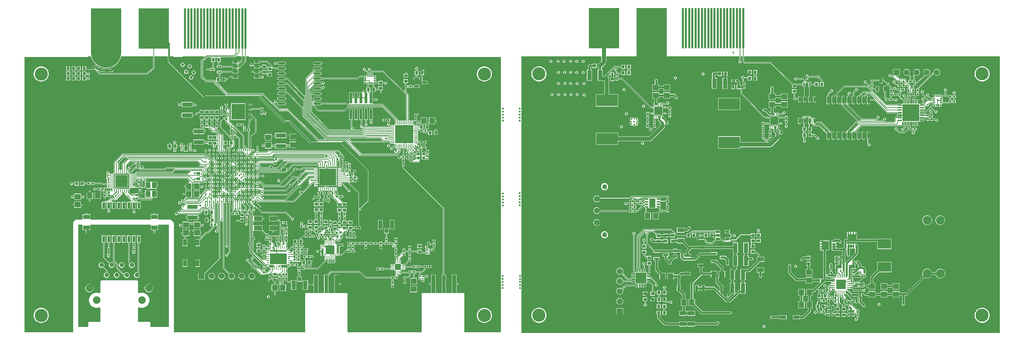
<source format=gtl>
G04*
G04 #@! TF.GenerationSoftware,Altium Limited,Altium Designer,21.5.1 (32)*
G04*
G04 Layer_Physical_Order=1*
G04 Layer_Color=255*
%FSLAX25Y25*%
%MOIN*%
G70*
G04*
G04 #@! TF.SameCoordinates,DFD27BC7-BC2E-4EA6-85E0-B657734EDDAB*
G04*
G04*
G04 #@! TF.FilePolarity,Positive*
G04*
G01*
G75*
%ADD10R,0.01968X0.02362*%
%ADD11R,0.06299X0.03347*%
%ADD12R,0.02362X0.01968*%
%ADD13R,0.04075X0.02717*%
%ADD14R,0.01516X0.02717*%
%ADD15R,0.21300X0.11400*%
%ADD16R,0.01775X0.04375*%
%ADD17O,0.02362X0.05709*%
%ADD18R,0.04000X0.01200*%
%ADD19R,0.01200X0.04000*%
%ADD20R,0.16500X0.16500*%
%ADD21O,0.02362X0.00945*%
%ADD22O,0.00945X0.02362*%
%ADD23R,0.08071X0.08071*%
%ADD24R,0.03347X0.01102*%
%ADD25R,0.01102X0.03347*%
%ADD26R,0.09646X0.09646*%
%ADD27R,0.10600X0.10600*%
%ADD28R,0.01200X0.03200*%
%ADD29R,0.03200X0.01200*%
%ADD30R,0.05906X0.05512*%
%ADD31R,0.02800X0.05900*%
%ADD32R,0.05900X0.02800*%
%ADD33R,0.05512X0.05906*%
G04:AMPARAMS|DCode=34|XSize=51.18mil|YSize=23.62mil|CornerRadius=2.01mil|HoleSize=0mil|Usage=FLASHONLY|Rotation=90.000|XOffset=0mil|YOffset=0mil|HoleType=Round|Shape=RoundedRectangle|*
%AMROUNDEDRECTD34*
21,1,0.05118,0.01961,0,0,90.0*
21,1,0.04717,0.02362,0,0,90.0*
1,1,0.00402,0.00980,0.02358*
1,1,0.00402,0.00980,-0.02358*
1,1,0.00402,-0.00980,-0.02358*
1,1,0.00402,-0.00980,0.02358*
%
%ADD34ROUNDEDRECTD34*%
%ADD35R,0.02264X0.01378*%
%ADD36R,0.01378X0.02264*%
%ADD37R,0.04331X0.02559*%
%ADD38O,0.02362X0.07874*%
%ADD39R,0.03347X0.01378*%
%ADD40R,0.06299X0.09449*%
%ADD41R,0.03150X0.03543*%
%ADD42R,0.03543X0.03150*%
%ADD43R,0.06693X0.04331*%
%ADD44R,0.05709X0.02362*%
%ADD45R,0.01600X0.03900*%
%ADD46R,0.03900X0.01600*%
%ADD47R,0.13500X0.09500*%
%ADD48R,0.30300X0.40000*%
%ADD49R,0.01968X0.40000*%
%ADD50R,0.04331X0.10236*%
%ADD51C,0.02000*%
%ADD52C,0.04000*%
%ADD53C,0.00500*%
%ADD54C,0.01000*%
%ADD55C,0.00700*%
%ADD56C,0.30000*%
%ADD57C,0.00900*%
%ADD58O,0.02559X0.01772*%
%ADD59R,0.13386X0.15748*%
%ADD60R,0.18110X0.18110*%
%ADD61O,0.03740X0.00787*%
%ADD62O,0.00787X0.03740*%
%ADD63R,0.02000X0.02000*%
%ADD64R,0.05118X0.06102*%
%ADD65R,0.12205X0.12205*%
%ADD66O,0.03347X0.00984*%
%ADD67O,0.00984X0.03347*%
%ADD68R,0.01693X0.02224*%
%ADD69R,0.00906X0.02224*%
%ADD70R,0.02224X0.00906*%
%ADD71R,0.02224X0.01693*%
%ADD72R,0.05906X0.05906*%
%ADD73O,0.03543X0.00984*%
%ADD74O,0.00984X0.03543*%
%ADD75R,0.03386X0.05630*%
%ADD76O,0.01575X0.01181*%
%ADD77R,0.02992X0.06496*%
%ADD78R,0.03900X0.06100*%
%ADD79O,0.05709X0.02362*%
%ADD80R,0.04375X0.01775*%
G04:AMPARAMS|DCode=81|XSize=29.53mil|YSize=12.21mil|CornerRadius=1.95mil|HoleSize=0mil|Usage=FLASHONLY|Rotation=0.000|XOffset=0mil|YOffset=0mil|HoleType=Round|Shape=RoundedRectangle|*
%AMROUNDEDRECTD81*
21,1,0.02953,0.00830,0,0,0.0*
21,1,0.02562,0.01221,0,0,0.0*
1,1,0.00391,0.01281,-0.00415*
1,1,0.00391,-0.01281,-0.00415*
1,1,0.00391,-0.01281,0.00415*
1,1,0.00391,0.01281,0.00415*
%
%ADD81ROUNDEDRECTD81*%
G04:AMPARAMS|DCode=82|XSize=165.35mil|YSize=15.75mil|CornerRadius=1.97mil|HoleSize=0mil|Usage=FLASHONLY|Rotation=0.000|XOffset=0mil|YOffset=0mil|HoleType=Round|Shape=RoundedRectangle|*
%AMROUNDEDRECTD82*
21,1,0.16535,0.01181,0,0,0.0*
21,1,0.16142,0.01575,0,0,0.0*
1,1,0.00394,0.08071,-0.00591*
1,1,0.00394,-0.08071,-0.00591*
1,1,0.00394,-0.08071,0.00591*
1,1,0.00394,0.08071,0.00591*
%
%ADD82ROUNDEDRECTD82*%
G04:AMPARAMS|DCode=83|XSize=9.84mil|YSize=19.68mil|CornerRadius=1.97mil|HoleSize=0mil|Usage=FLASHONLY|Rotation=90.000|XOffset=0mil|YOffset=0mil|HoleType=Round|Shape=RoundedRectangle|*
%AMROUNDEDRECTD83*
21,1,0.00984,0.01575,0,0,90.0*
21,1,0.00591,0.01968,0,0,90.0*
1,1,0.00394,0.00787,0.00295*
1,1,0.00394,0.00787,-0.00295*
1,1,0.00394,-0.00787,-0.00295*
1,1,0.00394,-0.00787,0.00295*
%
%ADD83ROUNDEDRECTD83*%
G04:AMPARAMS|DCode=84|XSize=9.84mil|YSize=19.68mil|CornerRadius=1.97mil|HoleSize=0mil|Usage=FLASHONLY|Rotation=0.000|XOffset=0mil|YOffset=0mil|HoleType=Round|Shape=RoundedRectangle|*
%AMROUNDEDRECTD84*
21,1,0.00984,0.01575,0,0,0.0*
21,1,0.00591,0.01968,0,0,0.0*
1,1,0.00394,0.00295,-0.00787*
1,1,0.00394,-0.00295,-0.00787*
1,1,0.00394,-0.00295,0.00787*
1,1,0.00394,0.00295,0.00787*
%
%ADD84ROUNDEDRECTD84*%
G04:AMPARAMS|DCode=85|XSize=9.84mil|YSize=43.31mil|CornerRadius=1.97mil|HoleSize=0mil|Usage=FLASHONLY|Rotation=0.000|XOffset=0mil|YOffset=0mil|HoleType=Round|Shape=RoundedRectangle|*
%AMROUNDEDRECTD85*
21,1,0.00984,0.03937,0,0,0.0*
21,1,0.00591,0.04331,0,0,0.0*
1,1,0.00394,0.00295,-0.01968*
1,1,0.00394,-0.00295,-0.01968*
1,1,0.00394,-0.00295,0.01968*
1,1,0.00394,0.00295,0.01968*
%
%ADD85ROUNDEDRECTD85*%
G04:AMPARAMS|DCode=86|XSize=165.35mil|YSize=109.84mil|CornerRadius=2.2mil|HoleSize=0mil|Usage=FLASHONLY|Rotation=0.000|XOffset=0mil|YOffset=0mil|HoleType=Round|Shape=RoundedRectangle|*
%AMROUNDEDRECTD86*
21,1,0.16535,0.10545,0,0,0.0*
21,1,0.16096,0.10984,0,0,0.0*
1,1,0.00439,0.08048,-0.05272*
1,1,0.00439,-0.08048,-0.05272*
1,1,0.00439,-0.08048,0.05272*
1,1,0.00439,0.08048,0.05272*
%
%ADD86ROUNDEDRECTD86*%
%ADD87C,0.01772*%
%ADD88R,0.02913X0.10984*%
%ADD89R,0.02953X0.02756*%
%ADD90R,0.07900X0.04700*%
%ADD91R,0.16929X0.16929*%
%ADD92O,0.03150X0.00984*%
%ADD93O,0.00984X0.03150*%
%ADD94O,0.07874X0.02362*%
%ADD95R,0.09055X0.09055*%
%ADD96R,0.01378X0.02264*%
%ADD97R,0.02264X0.01378*%
G04:AMPARAMS|DCode=98|XSize=51.18mil|YSize=23.62mil|CornerRadius=2.01mil|HoleSize=0mil|Usage=FLASHONLY|Rotation=0.000|XOffset=0mil|YOffset=0mil|HoleType=Round|Shape=RoundedRectangle|*
%AMROUNDEDRECTD98*
21,1,0.05118,0.01961,0,0,0.0*
21,1,0.04717,0.02362,0,0,0.0*
1,1,0.00402,0.02358,-0.00980*
1,1,0.00402,-0.02358,-0.00980*
1,1,0.00402,-0.02358,0.00980*
1,1,0.00402,0.02358,0.00980*
%
%ADD98ROUNDEDRECTD98*%
%ADD99R,0.04134X0.08661*%
%ADD100R,0.03937X0.04134*%
%ADD101R,0.03937X0.17953*%
%ADD102R,0.03347X0.17953*%
%ADD103R,0.02000X0.02000*%
%ADD104R,0.10236X0.04331*%
%ADD105C,0.00578*%
%ADD106C,0.00679*%
%ADD107C,0.00451*%
%ADD108C,0.01500*%
%ADD109C,0.02000*%
%ADD110C,0.13000*%
%ADD111C,0.08800*%
%ADD112C,0.05000*%
%ADD113C,0.06000*%
%ADD114C,0.01968*%
%ADD115C,0.05906*%
%ADD116R,0.05906X0.05906*%
%ADD117C,0.01800*%
%ADD118C,0.07400*%
%ADD119C,0.04500*%
%ADD120C,0.03000*%
G36*
X280059Y375038D02*
X276483Y371462D01*
X276291Y371000D01*
Y355104D01*
X276483Y354641D01*
X281086Y350038D01*
X281549Y349846D01*
X288674D01*
X301432Y337088D01*
X301241Y336626D01*
X280412D01*
X245871Y371166D01*
Y375500D01*
X249327D01*
X249388Y375193D01*
X249562Y374932D01*
X249823Y374758D01*
X250130Y374697D01*
X257630D01*
X257937Y374758D01*
X258198Y374932D01*
X258372Y375193D01*
X258433Y375500D01*
X279867D01*
X280059Y375038D01*
D02*
G37*
G36*
X292272Y374126D02*
Y369874D01*
X293547D01*
Y366498D01*
X292447D01*
Y364014D01*
X297531D01*
Y364346D01*
X307634D01*
X307937Y363893D01*
X308445Y363554D01*
X309044Y363435D01*
X312348D01*
X312431Y363337D01*
X312584Y362963D01*
X312014Y362394D01*
X311823Y361931D01*
Y361565D01*
X309044D01*
X308445Y361446D01*
X307937Y361107D01*
X307634Y360654D01*
X297531D01*
Y360986D01*
X292447D01*
Y358502D01*
X294335D01*
Y354626D01*
X291760D01*
Y351176D01*
X291299Y350985D01*
X290321Y351962D01*
X289858Y352154D01*
X282234D01*
X278600Y355789D01*
Y370315D01*
X282631Y374346D01*
X286358D01*
X286765Y374122D01*
X286765Y373846D01*
Y372175D01*
X288690D01*
X290614D01*
Y373846D01*
X290614Y374122D01*
X291021Y374346D01*
X291863D01*
X292272Y374126D01*
D02*
G37*
G36*
X316941Y372321D02*
X314427Y369807D01*
X314087Y369946D01*
X313949Y370035D01*
X313837Y370599D01*
X313497Y371107D01*
X312989Y371446D01*
X312390Y371566D01*
X309044D01*
X308445Y371446D01*
X307937Y371107D01*
X307598Y370599D01*
X307478Y370000D01*
X307598Y369401D01*
X307937Y368893D01*
X308445Y368554D01*
X309044Y368435D01*
X312348D01*
X312431Y368337D01*
X312584Y367963D01*
X312014Y367394D01*
X311823Y366931D01*
Y366565D01*
X309044D01*
X308445Y366446D01*
X307937Y366107D01*
X307634Y365654D01*
X297531D01*
Y366498D01*
X294855D01*
Y369874D01*
X296130D01*
Y374126D01*
X296539Y374346D01*
X309946D01*
X310408Y374537D01*
X311370Y375500D01*
X316941D01*
Y372321D01*
D02*
G37*
G36*
X320091Y370471D02*
X314427Y364807D01*
X314087Y364946D01*
X313949Y365035D01*
X313837Y365599D01*
X313497Y366107D01*
X313308Y366233D01*
X313266Y366796D01*
X318058Y371587D01*
X318250Y372050D01*
Y375500D01*
X320091D01*
Y370471D01*
D02*
G37*
G36*
X480154Y337367D02*
Y311931D01*
X480059Y311856D01*
X479654Y311709D01*
X479525Y311795D01*
X479233Y311853D01*
X478941Y311795D01*
X478694Y311630D01*
X478197D01*
X477950Y311795D01*
X477658Y311853D01*
X477366Y311795D01*
X477119Y311630D01*
X476622D01*
X476375Y311795D01*
X476083Y311853D01*
X475791Y311795D01*
X475544Y311630D01*
X475048D01*
X474800Y311795D01*
X474508Y311853D01*
X474217Y311795D01*
X473969Y311630D01*
X473473D01*
X473225Y311795D01*
X472934Y311853D01*
X472642Y311795D01*
X472513Y311709D01*
X472107Y311856D01*
X472013Y311931D01*
Y313263D01*
X471821Y313726D01*
X457615Y327932D01*
X457153Y328124D01*
X447739D01*
X447257Y328165D01*
Y331846D01*
X449201D01*
X449259Y331707D01*
X449652Y331313D01*
X450167Y331100D01*
X450724D01*
X451238Y331313D01*
X451632Y331707D01*
X451846Y332222D01*
Y332779D01*
X451632Y333293D01*
X451238Y333687D01*
X450724Y333900D01*
X450167D01*
X449652Y333687D01*
X449259Y333293D01*
X449201Y333154D01*
X447257D01*
Y339858D01*
X444738D01*
X444696Y339906D01*
X444619Y340374D01*
X444619D01*
Y344626D01*
X443131D01*
Y347421D01*
X443520D01*
Y347426D01*
X444271D01*
Y348907D01*
X444621D01*
Y347426D01*
X446239D01*
Y348907D01*
X446589D01*
Y347364D01*
X447547Y346406D01*
Y344622D01*
X446277D01*
Y342675D01*
X448201D01*
Y342500D01*
X448376D01*
Y340378D01*
X450126D01*
Y341846D01*
X452824D01*
Y341819D01*
X454291D01*
Y338000D01*
X454483Y337538D01*
X454946Y337346D01*
X455408Y337538D01*
X455600Y338000D01*
Y341819D01*
X457067D01*
Y343569D01*
X454945D01*
X452824D01*
Y343154D01*
X450126D01*
Y344622D01*
X448855D01*
Y346677D01*
X448664Y347140D01*
X447800Y348004D01*
X448007Y348504D01*
X450508D01*
Y348893D01*
X452819D01*
Y347327D01*
X457071D01*
Y348346D01*
X458701D01*
X458759Y348207D01*
X459152Y347813D01*
X459667Y347600D01*
X460224D01*
X460739Y347813D01*
X461132Y348207D01*
X461345Y348722D01*
Y349278D01*
X461132Y349793D01*
X460739Y350187D01*
X460224Y350400D01*
X459667D01*
X459152Y350187D01*
X458759Y349793D01*
X458701Y349654D01*
X457071D01*
Y351185D01*
X452819D01*
Y350201D01*
X450508D01*
Y352441D01*
Y356496D01*
X447536Y356496D01*
X447457Y356963D01*
Y357579D01*
X447068D01*
Y359846D01*
X457675D01*
X480154Y337367D01*
D02*
G37*
G36*
X438382Y354410D02*
X438387D01*
Y353659D01*
X439869D01*
Y353309D01*
X438387D01*
Y351691D01*
X439869D01*
Y351341D01*
X438387D01*
Y350590D01*
X438382D01*
Y348504D01*
X441355D01*
X441434Y348037D01*
Y347421D01*
X441823D01*
Y344626D01*
X440760D01*
Y340374D01*
X441549D01*
X441560Y340354D01*
X441260Y339854D01*
X440620D01*
Y334012D01*
X440270D01*
Y339854D01*
X439564D01*
X438297Y341121D01*
Y342303D01*
X438105Y342765D01*
X437908Y342963D01*
X437445Y343154D01*
X436983Y342963D01*
X436791Y342500D01*
X436983Y342038D01*
X436989Y342032D01*
Y340850D01*
X437180Y340388D01*
X437214Y340354D01*
X437007Y339854D01*
X435620D01*
Y334012D01*
X435270D01*
Y339854D01*
X433639D01*
Y334666D01*
X432483D01*
X432284Y335166D01*
X432306Y335219D01*
X432252Y335349D01*
Y339854D01*
X430620D01*
Y334012D01*
X430270D01*
Y339854D01*
X428639D01*
Y334666D01*
X427252D01*
Y339854D01*
X425620D01*
Y334012D01*
X425445D01*
Y333837D01*
X423639D01*
Y328170D01*
X423158Y328124D01*
X422344D01*
X421505Y328962D01*
X421042Y329154D01*
X396327D01*
X396025Y329607D01*
X395517Y329946D01*
X394918Y330065D01*
X389448D01*
X389366Y330163D01*
X389213Y330537D01*
X389782Y331106D01*
X389974Y331569D01*
Y331934D01*
X394918D01*
X395517Y332054D01*
X396025Y332393D01*
X396364Y332901D01*
X396483Y333500D01*
X396364Y334099D01*
X396025Y334607D01*
X395517Y334946D01*
X394918Y335066D01*
X389406D01*
X388807Y334946D01*
X388299Y334607D01*
X387960Y334099D01*
X387841Y333500D01*
X387960Y332901D01*
X388299Y332393D01*
X388489Y332266D01*
X388530Y331704D01*
X387291Y330465D01*
X386829Y330657D01*
Y336929D01*
X387562Y337662D01*
X388151Y337615D01*
X388299Y337393D01*
X388807Y337054D01*
X389406Y336934D01*
X394918D01*
X395517Y337054D01*
X396025Y337393D01*
X396364Y337901D01*
X396483Y338500D01*
X396364Y339099D01*
X396025Y339607D01*
X395517Y339946D01*
X394918Y340066D01*
X389406D01*
X388807Y339946D01*
X388299Y339607D01*
X387997Y339154D01*
X387475D01*
X387013Y338963D01*
X386100Y338050D01*
X385600Y338257D01*
Y338768D01*
X388872Y342041D01*
X389406Y341934D01*
X394918D01*
X395517Y342054D01*
X396025Y342393D01*
X396364Y342901D01*
X396404Y343101D01*
X396849D01*
X397256Y343270D01*
X397667Y343100D01*
X398224D01*
X398739Y343313D01*
X399132Y343707D01*
X399345Y344221D01*
Y344778D01*
X399132Y345293D01*
X398739Y345687D01*
X398224Y345900D01*
X397667D01*
X397152Y345687D01*
X396759Y345293D01*
X396546Y344778D01*
Y344728D01*
X396045Y344576D01*
X396025Y344607D01*
X395517Y344946D01*
X394918Y345065D01*
X389406D01*
X388807Y344946D01*
X388299Y344607D01*
X387960Y344099D01*
X387841Y343500D01*
X387947Y342966D01*
X385062Y340080D01*
X384600Y340272D01*
Y341729D01*
X389523Y346652D01*
X389640Y346935D01*
X394918D01*
X395517Y347054D01*
X396025Y347393D01*
X396364Y347901D01*
X396392Y348040D01*
X396876Y348090D01*
X397152Y347813D01*
X397667Y347600D01*
X398224D01*
X398739Y347813D01*
X399132Y348207D01*
X399345Y348722D01*
Y349278D01*
X399132Y349793D01*
X398739Y350187D01*
X398224Y350400D01*
X397667D01*
X397152Y350187D01*
X396759Y349793D01*
X396620Y349459D01*
X396136Y349441D01*
X396025Y349607D01*
X395517Y349946D01*
X394918Y350065D01*
X389448D01*
X389366Y350163D01*
X389213Y350537D01*
X389782Y351106D01*
X389974Y351569D01*
Y351935D01*
X394918D01*
X395517Y352054D01*
X396025Y352393D01*
X396327Y352846D01*
X432445D01*
X432908Y353038D01*
X434669Y354799D01*
X438382D01*
Y354410D01*
D02*
G37*
G36*
X819022Y375500D02*
X1069635D01*
Y100550D01*
X594685D01*
Y375500D01*
X658021D01*
Y375550D01*
X674235D01*
Y370788D01*
X671622Y368176D01*
X670962D01*
Y367400D01*
X670673Y366968D01*
X670491Y366050D01*
X670673Y365131D01*
X670962Y364699D01*
Y363924D01*
X671540D01*
Y362022D01*
X670430D01*
Y351077D01*
X672884D01*
X673115Y351031D01*
X676979D01*
Y337704D01*
X668631D01*
Y325595D01*
X690639D01*
Y337704D01*
X681780D01*
Y353050D01*
X681597Y353968D01*
X681308Y354400D01*
Y355176D01*
X680760D01*
Y355934D01*
X681537Y356711D01*
X682702D01*
Y358450D01*
X682719Y358534D01*
Y358720D01*
X683068Y359069D01*
X683568Y358862D01*
Y356711D01*
X683616D01*
Y355176D01*
X682962D01*
Y350924D01*
X686820D01*
Y351685D01*
X688297D01*
Y351546D01*
X690974D01*
Y352411D01*
X694648D01*
X722612Y324447D01*
X722655Y324227D01*
X722838Y323954D01*
X723112Y323771D01*
X723434Y323707D01*
X724852D01*
X725174Y323771D01*
X725448Y323954D01*
X725630Y324227D01*
X725695Y324550D01*
X725630Y324872D01*
X725448Y325146D01*
X725174Y325328D01*
X724852Y325393D01*
X723516D01*
X695381Y353528D01*
X694918Y353719D01*
X690974D01*
Y354617D01*
X688297D01*
Y354446D01*
X686820D01*
Y355176D01*
X686378D01*
Y356711D01*
X686639D01*
Y359388D01*
X685316D01*
X685104Y359431D01*
X685013D01*
X684800Y359388D01*
X684094D01*
X683887Y359888D01*
X687125Y363126D01*
X687513Y362807D01*
X687350Y362562D01*
X687241Y362016D01*
X687350Y361470D01*
X687659Y361007D01*
X688122Y360697D01*
X688668Y360589D01*
X688764Y360510D01*
Y358554D01*
X688297D01*
Y355483D01*
X690974D01*
Y357863D01*
X691055Y357958D01*
X691474Y358211D01*
X691635Y358179D01*
X693950D01*
Y356924D01*
X697808D01*
Y361176D01*
X693950D01*
Y359921D01*
X691996D01*
X690063Y361853D01*
X690096Y362016D01*
X689987Y362562D01*
X689678Y363025D01*
X689215Y363335D01*
X688668Y363444D01*
X688122Y363335D01*
X687878Y363172D01*
X687559Y363560D01*
X688178Y364179D01*
X693950D01*
Y362924D01*
X697808D01*
Y367176D01*
X693950D01*
Y365921D01*
X687817D01*
X687484Y365854D01*
X687201Y365666D01*
X681232Y359696D01*
X681043Y359414D01*
X681041Y359407D01*
X680923Y359431D01*
X680710Y359388D01*
X679631D01*
Y358711D01*
X678403Y357483D01*
X678103Y357035D01*
X677998Y356506D01*
X677998Y356506D01*
Y355832D01*
X675470D01*
Y362022D01*
X674301D01*
Y363924D01*
X674820D01*
Y364584D01*
X678332Y368096D01*
X678853Y368875D01*
X679036Y369794D01*
Y375550D01*
X744522D01*
Y375500D01*
X751521D01*
Y375550D01*
X810981D01*
Y371296D01*
X810626Y371059D01*
X810316Y370596D01*
X810208Y370050D01*
X810316Y369503D01*
X810626Y369040D01*
X811089Y368731D01*
X811635Y368622D01*
X812181Y368731D01*
X812644Y369040D01*
X812954Y369503D01*
X813062Y370050D01*
X812954Y370596D01*
X812644Y371059D01*
X812289Y371296D01*
Y375550D01*
X814481D01*
Y370550D01*
X814672Y370087D01*
X816173Y368587D01*
X816635Y368396D01*
X842423D01*
X863509Y347310D01*
Y344376D01*
X867761D01*
Y346896D01*
X874187D01*
Y345008D01*
X875275D01*
Y335861D01*
X874822Y335558D01*
X874483Y335050D01*
X874364Y334451D01*
Y331105D01*
X874483Y330506D01*
X874822Y329998D01*
X875330Y329658D01*
X875929Y329539D01*
X876528Y329658D01*
X877036Y329998D01*
X877376Y330506D01*
X877495Y331105D01*
Y334451D01*
X877376Y335050D01*
X877036Y335558D01*
X876583Y335861D01*
Y345008D01*
X876671D01*
Y349518D01*
X877171Y349726D01*
X877872Y349025D01*
X878334Y348833D01*
X879699D01*
Y345008D01*
X880275D01*
Y335861D01*
X879822Y335558D01*
X879483Y335050D01*
X879364Y334451D01*
Y331105D01*
X879483Y330506D01*
X879822Y329998D01*
X880330Y329658D01*
X880929Y329539D01*
X881528Y329658D01*
X882036Y329998D01*
X882376Y330506D01*
X882495Y331105D01*
Y334451D01*
X882376Y335050D01*
X882036Y335558D01*
X881583Y335861D01*
Y345008D01*
X882183D01*
Y346896D01*
X885744D01*
Y345424D01*
X889602D01*
Y349676D01*
X885744D01*
Y348204D01*
X882183D01*
Y350091D01*
X880424D01*
X880304Y350141D01*
X878605D01*
X877152Y351595D01*
X877359Y352095D01*
X879427D01*
Y354396D01*
X888388D01*
X888626Y354040D01*
X889089Y353731D01*
X889635Y353622D01*
X890054Y353706D01*
X892531Y351229D01*
Y349676D01*
X891256D01*
Y345424D01*
X895114D01*
Y349676D01*
X893839D01*
Y351500D01*
X893648Y351962D01*
X890979Y354631D01*
X891063Y355050D01*
X890954Y355596D01*
X890644Y356059D01*
X890181Y356368D01*
X889635Y356477D01*
X889089Y356368D01*
X888626Y356059D01*
X888388Y355704D01*
X879427D01*
Y357178D01*
X876943D01*
Y352510D01*
X876443Y352303D01*
X875234Y353512D01*
X874772Y353704D01*
X868382D01*
X868144Y354059D01*
X867681Y354368D01*
X867135Y354477D01*
X866589Y354368D01*
X866126Y354059D01*
X865816Y353596D01*
X865708Y353050D01*
X865816Y352503D01*
X866126Y352040D01*
X866589Y351731D01*
X867135Y351622D01*
X867681Y351731D01*
X868144Y352040D01*
X868382Y352396D01*
X874501D01*
X876305Y350591D01*
X876098Y350091D01*
X874187D01*
Y348204D01*
X867761D01*
Y348235D01*
X864434D01*
X843157Y369512D01*
X842694Y369704D01*
X816906D01*
X815789Y370821D01*
Y375550D01*
X819022D01*
Y375500D01*
D02*
G37*
G36*
X421610Y327007D02*
X422073Y326816D01*
X456569D01*
X456680Y326654D01*
X456418Y326154D01*
X422945D01*
X422483Y325962D01*
X418675Y322154D01*
X393522D01*
X389213Y326463D01*
X389366Y326837D01*
X389448Y326935D01*
X394918D01*
X395517Y327054D01*
X396025Y327393D01*
X396327Y327846D01*
X420772D01*
X421610Y327007D01*
D02*
G37*
G36*
X324388Y375193D02*
X324562Y374932D01*
X324823Y374758D01*
X325130Y374697D01*
X574327D01*
Y101303D01*
X538130D01*
Y140000D01*
X530263D01*
Y148346D01*
X532945D01*
X533408Y148538D01*
X533600Y149000D01*
X533408Y149462D01*
X532945Y149654D01*
X530263D01*
Y158503D01*
X528120D01*
Y149177D01*
X527945D01*
Y149002D01*
X525626D01*
Y140000D01*
X519658D01*
Y158508D01*
X518100D01*
Y225000D01*
X517908Y225463D01*
X478100Y265271D01*
Y266496D01*
X478784D01*
Y269567D01*
X476107D01*
Y266496D01*
X476791D01*
Y265000D01*
X476983Y264538D01*
X516791Y224729D01*
Y158508D01*
X515602D01*
Y140000D01*
X509633D01*
Y149002D01*
X507315D01*
Y149177D01*
X507140D01*
Y158503D01*
X504996D01*
Y149654D01*
X501945D01*
X501483Y149462D01*
X501291Y149000D01*
X501483Y148538D01*
X501945Y148346D01*
X504996D01*
Y140000D01*
X495630D01*
Y101303D01*
X422130D01*
Y140000D01*
X413579D01*
Y148521D01*
X416768D01*
X417019Y148571D01*
X417232Y148713D01*
X417374Y148926D01*
X417424Y149177D01*
X417374Y149428D01*
X417232Y149641D01*
X417019Y149783D01*
X416768Y149833D01*
X413579D01*
Y158503D01*
X411435D01*
Y149177D01*
X411260D01*
Y149002D01*
X408942D01*
Y140000D01*
X402973D01*
Y157508D01*
X405961Y160496D01*
X434209D01*
X439667Y155037D01*
X440130Y154846D01*
X465126D01*
Y154161D01*
X466007D01*
Y152004D01*
X465291D01*
Y148933D01*
X467969D01*
Y152004D01*
X467315D01*
Y154161D01*
X468197D01*
Y156839D01*
X465126D01*
Y156154D01*
X440401D01*
X434942Y161612D01*
X434480Y161804D01*
X405882D01*
X405615Y161857D01*
X405344Y161803D01*
X405115Y161650D01*
X401973Y158508D01*
X398918D01*
Y140000D01*
X392949D01*
Y149002D01*
X390631D01*
Y149177D01*
X390456D01*
Y158503D01*
X388312D01*
Y149156D01*
X382669D01*
Y152681D01*
X380428D01*
Y148000D01*
Y143319D01*
X382669D01*
Y147844D01*
X388312D01*
Y140000D01*
X380130D01*
Y101303D01*
X249630D01*
Y210000D01*
X246630Y213000D01*
X234518D01*
X234142Y213300D01*
X234142Y213500D01*
Y215640D01*
X226749D01*
Y213500D01*
X226749Y213300D01*
X226373Y213000D01*
X167018D01*
X166642Y213300D01*
X166642Y213500D01*
Y215640D01*
X162945D01*
X159249D01*
Y213500D01*
X159249Y213300D01*
X158873Y213000D01*
X152130D01*
X149630Y210500D01*
Y101303D01*
X101303D01*
Y374697D01*
X163630D01*
X163937Y374758D01*
X164198Y374932D01*
X164372Y375193D01*
X164433Y375500D01*
X167495D01*
X167798Y374241D01*
X168722Y372008D01*
X169985Y369947D01*
X171555Y368109D01*
X173392Y366540D01*
X175453Y365277D01*
X177686Y364352D01*
X180036Y363788D01*
X182446Y363598D01*
X184855Y363788D01*
X187205Y364352D01*
X189438Y365277D01*
X191498Y366540D01*
X193336Y368109D01*
X194906Y369947D01*
X196169Y372008D01*
X197093Y374241D01*
X197396Y375500D01*
X229191D01*
Y364671D01*
X223425Y358904D01*
X176192D01*
X174286Y360810D01*
X174493Y361311D01*
X175788D01*
X175917Y361224D01*
X176069Y361194D01*
X176740Y360524D01*
X176740Y360524D01*
X177188Y360224D01*
X177716Y360119D01*
X188175D01*
X188175Y360119D01*
X188703Y360224D01*
X189151Y360524D01*
X189822Y361194D01*
X189974Y361224D01*
X190422Y361524D01*
X190721Y361972D01*
X190826Y362500D01*
X190721Y363028D01*
X190422Y363476D01*
X189974Y363776D01*
X189445Y363881D01*
X189175D01*
X188646Y363776D01*
X188198Y363476D01*
X188198Y363476D01*
X187603Y362881D01*
X178288D01*
X177692Y363476D01*
X177244Y363776D01*
X176995Y363825D01*
X176783Y363967D01*
X176254Y364072D01*
X176254Y364072D01*
X174826D01*
X172613Y366285D01*
X172165Y366584D01*
X171637Y366689D01*
X171637Y366689D01*
X170603D01*
X170474Y366776D01*
X169946Y366881D01*
X169417Y366776D01*
X168969Y366476D01*
X168670Y366028D01*
X168565Y365500D01*
X168670Y364972D01*
X168969Y364524D01*
X169160Y364332D01*
X169160Y364332D01*
X169608Y364033D01*
X170137Y363928D01*
X170137Y363928D01*
X171065D01*
X171860Y363133D01*
X171653Y362632D01*
X162630D01*
Y365626D01*
X158772D01*
Y361374D01*
X161906D01*
X162026Y361324D01*
X171922D01*
X175459Y357787D01*
X175922Y357596D01*
X223695D01*
X224158Y357787D01*
X230308Y363937D01*
X230500Y364400D01*
Y375500D01*
X243619D01*
Y370700D01*
X243705Y370269D01*
X243949Y369904D01*
X279149Y334704D01*
X279515Y334460D01*
X279945Y334374D01*
X333979D01*
X358899Y309454D01*
X359265Y309210D01*
X359696Y309124D01*
X364229D01*
X384649Y288704D01*
X385015Y288460D01*
X385445Y288374D01*
X415979D01*
X442319Y262034D01*
Y231966D01*
X435253Y224900D01*
X435167D01*
X434652Y224687D01*
X434259Y224293D01*
X434046Y223779D01*
X433568Y223833D01*
Y240032D01*
X433377Y240494D01*
X424209Y249661D01*
X424416Y250161D01*
X427044D01*
Y252839D01*
X424898D01*
X424727Y253010D01*
X424361Y253161D01*
X424460Y253661D01*
X427012D01*
Y255414D01*
X427383Y255784D01*
X427883Y255577D01*
Y255175D01*
X429239D01*
Y256334D01*
X428389D01*
X428266Y256725D01*
X428260Y256834D01*
X428632Y257207D01*
X428846Y257721D01*
Y258278D01*
X428632Y258793D01*
X428238Y259187D01*
X428261Y259706D01*
X428701Y260146D01*
X430484D01*
Y262854D01*
X427776D01*
Y261071D01*
X426983Y260278D01*
X426791Y259816D01*
Y259244D01*
X426652Y259187D01*
X426259Y258793D01*
X426046Y258278D01*
Y257721D01*
X426259Y257207D01*
X426543Y256923D01*
Y256794D01*
X426087Y256339D01*
X423971D01*
X423632Y256707D01*
X423845Y257222D01*
Y257779D01*
X423632Y258293D01*
X423429Y258496D01*
X423636Y258996D01*
X425284D01*
Y262067D01*
X422607D01*
Y261075D01*
X419599D01*
X419408Y261537D01*
X420028Y262158D01*
X420167Y262100D01*
X420724D01*
X421239Y262313D01*
X421632Y262707D01*
X421845Y263222D01*
Y263778D01*
X421632Y264293D01*
X421239Y264687D01*
X421100Y264744D01*
Y268146D01*
X421984D01*
Y270854D01*
X419276D01*
Y268146D01*
X419791D01*
Y264744D01*
X419652Y264687D01*
X419259Y264293D01*
X419045Y263778D01*
Y263222D01*
X419103Y263083D01*
X417096Y261075D01*
X416222D01*
X416013Y261575D01*
X416210Y261775D01*
X416581D01*
X417044Y261966D01*
X417908Y262830D01*
X418100Y263293D01*
Y273267D01*
X418800D01*
Y275976D01*
X418100D01*
Y277000D01*
X417908Y277463D01*
X413358Y282013D01*
X412895Y282204D01*
X343495D01*
X343033Y282013D01*
X341764Y280744D01*
X333464D01*
X333458Y280752D01*
X333311Y281243D01*
X333552Y281485D01*
X333740Y281939D01*
Y282010D01*
X331269D01*
Y281939D01*
X331457Y281485D01*
X331698Y281243D01*
X331551Y280752D01*
X331545Y280744D01*
X330535D01*
X330072Y280552D01*
X328952Y279431D01*
X328814Y279488D01*
X328321D01*
X327865Y279299D01*
X327516Y278951D01*
X327327Y278495D01*
Y278001D01*
X327516Y277545D01*
X327755Y277307D01*
X327600Y276806D01*
X326598D01*
X326135Y276615D01*
X325015Y275494D01*
X324877Y275551D01*
X324384D01*
X323928Y275362D01*
X323579Y275013D01*
X323390Y274558D01*
Y274064D01*
X323579Y273608D01*
X323928Y273260D01*
X324384Y273071D01*
X324877D01*
X325333Y273260D01*
X325682Y273608D01*
X325871Y274064D01*
Y274500D01*
X326839Y275468D01*
X327280Y275424D01*
X327511Y274989D01*
X327332Y274557D01*
Y274486D01*
X329803D01*
Y274557D01*
X329615Y275011D01*
X329835Y275498D01*
X331231D01*
X331453Y275013D01*
X331264Y274558D01*
Y274064D01*
X331453Y273608D01*
X331802Y273260D01*
X332258Y273071D01*
X332751D01*
X333207Y273260D01*
X333510Y273562D01*
X348662D01*
X349125Y273754D01*
X349129Y273759D01*
X349591Y273567D01*
Y272571D01*
X349174Y272154D01*
X333756D01*
X333294Y271962D01*
X332889Y271557D01*
X332751Y271614D01*
X332258D01*
X331802Y271425D01*
X331453Y271076D01*
X331264Y270621D01*
Y270127D01*
X331453Y269672D01*
X331627Y269498D01*
X331420Y268998D01*
X330600D01*
X330138Y268806D01*
X328952Y267620D01*
X328814Y267677D01*
X328321D01*
X327865Y267488D01*
X327516Y267140D01*
X327327Y266684D01*
Y266190D01*
X327516Y265735D01*
X327865Y265386D01*
X328321Y265197D01*
X328814D01*
X329270Y265386D01*
X329619Y265735D01*
X329808Y266190D01*
Y266626D01*
X330840Y267659D01*
X331314Y267609D01*
X331490Y267170D01*
X331457Y267137D01*
X331269Y266683D01*
Y266612D01*
X332505D01*
Y266262D01*
X331269D01*
Y266191D01*
X331457Y265737D01*
X331540Y265654D01*
X331333Y265154D01*
X330694D01*
X330231Y264963D01*
X328952Y263683D01*
X328814Y263740D01*
X328321D01*
X327865Y263551D01*
X327516Y263203D01*
X327327Y262747D01*
Y262253D01*
X327516Y261797D01*
X327865Y261449D01*
X328321Y261260D01*
X328814D01*
X329270Y261449D01*
X329619Y261797D01*
X329808Y262253D01*
Y262689D01*
X330927Y263809D01*
X331434Y263773D01*
X331522Y263631D01*
X331542Y263291D01*
X331453Y263203D01*
X331264Y262747D01*
Y262253D01*
X331453Y261797D01*
X331802Y261449D01*
X332258Y261260D01*
X332751D01*
X333207Y261449D01*
X333510Y261751D01*
X354851D01*
X355313Y261943D01*
X358219Y264848D01*
X360003D01*
Y266632D01*
X362716Y269346D01*
X392650D01*
X392663Y269332D01*
X392871Y268846D01*
X392790Y268724D01*
X392724Y268394D01*
Y268154D01*
X367946D01*
X367483Y267963D01*
X363875Y264354D01*
X361591D01*
Y262071D01*
X360675Y261154D01*
X334441D01*
X333979Y260963D01*
X332800Y259783D01*
X332751Y259803D01*
X332258D01*
X331802Y259614D01*
X331453Y259265D01*
X331264Y258810D01*
Y258316D01*
X331453Y257860D01*
X331635Y257679D01*
X331462Y257236D01*
X330996Y257186D01*
X329808Y258374D01*
Y258810D01*
X329619Y259265D01*
X329270Y259614D01*
X328814Y259803D01*
X328321D01*
X327865Y259614D01*
X327516Y259265D01*
X327327Y258810D01*
Y258316D01*
X327516Y257860D01*
X327723Y257654D01*
X327521Y257154D01*
X325666D01*
X325469Y257654D01*
X325678Y257863D01*
X325866Y258317D01*
Y258388D01*
X323395D01*
Y258317D01*
X323583Y257863D01*
X323792Y257654D01*
X323595Y257154D01*
X321740D01*
X321538Y257654D01*
X321745Y257860D01*
X321934Y258316D01*
Y258810D01*
X321745Y259265D01*
X321396Y259614D01*
X320940Y259803D01*
X320447D01*
X319991Y259614D01*
X319943Y259567D01*
X319443Y259774D01*
Y260427D01*
X319474Y260500D01*
X319282Y260963D01*
X317995Y262249D01*
X317997Y262253D01*
Y262747D01*
X317808Y263203D01*
X317459Y263551D01*
X317003Y263740D01*
X316510D01*
X316054Y263551D01*
X315705Y263203D01*
X315516Y262747D01*
Y262253D01*
X315705Y261797D01*
X315879Y261624D01*
X315672Y261124D01*
X313898D01*
X313691Y261624D01*
X313867Y261800D01*
X314055Y262254D01*
Y262325D01*
X311584D01*
Y262254D01*
X311772Y261800D01*
X311948Y261624D01*
X311741Y261124D01*
X311121D01*
X310084Y262160D01*
X310123Y262253D01*
Y262747D01*
X309934Y263203D01*
X309585Y263551D01*
X309129Y263740D01*
X308636D01*
X308180Y263551D01*
X307831Y263203D01*
X307642Y262747D01*
Y262253D01*
X307831Y261797D01*
X308180Y261449D01*
X308636Y261260D01*
X309129D01*
X309133Y261261D01*
X310387Y260007D01*
X310850Y259816D01*
X311611D01*
X311818Y259316D01*
X311768Y259265D01*
X311579Y258810D01*
Y258426D01*
X311289Y258150D01*
X311146Y258068D01*
X310646D01*
X310543Y258026D01*
X310338Y258167D01*
X310123Y258393D01*
Y258810D01*
X309934Y259265D01*
X309585Y259614D01*
X309129Y259803D01*
X308636D01*
X308180Y259614D01*
X307831Y259265D01*
X307642Y258810D01*
Y258316D01*
X307831Y257860D01*
X308180Y257512D01*
X308636Y257323D01*
X309129D01*
X309141Y257328D01*
X309525Y256947D01*
Y256390D01*
X309600Y256208D01*
X309217Y255825D01*
X309128Y255862D01*
X309057D01*
Y254801D01*
X310118D01*
Y254872D01*
X310081Y254961D01*
X310464Y255344D01*
X310646Y255268D01*
X311203D01*
X311207Y255270D01*
X311590Y254887D01*
X311584Y254872D01*
Y254801D01*
X312820D01*
Y254451D01*
X311584D01*
Y254380D01*
X311772Y253926D01*
X312119Y253578D01*
X312519Y253413D01*
X312600Y253216D01*
X313357Y252459D01*
Y252350D01*
X313134Y252028D01*
X312895Y251929D01*
X312573D01*
X312117Y251740D01*
X311768Y251392D01*
X311579Y250936D01*
Y250442D01*
X311642Y250292D01*
X311299Y249950D01*
X311064Y250047D01*
X310507D01*
X310498Y250043D01*
X310116Y250426D01*
X310123Y250442D01*
Y250936D01*
X309934Y251392D01*
X309585Y251740D01*
X309129Y251929D01*
X308636D01*
X308180Y251740D01*
X307831Y251392D01*
X307642Y250936D01*
Y250442D01*
X307831Y249987D01*
X308180Y249638D01*
X308636Y249449D01*
X309062D01*
X309274Y249249D01*
X309430Y249032D01*
X309386Y248925D01*
Y248419D01*
X309303Y248281D01*
X309029Y247992D01*
X308636D01*
X308180Y247803D01*
X307831Y247455D01*
X307642Y246999D01*
Y246505D01*
X307831Y246049D01*
X308180Y245701D01*
X308636Y245512D01*
X309129D01*
X309585Y245701D01*
X309934Y246049D01*
X310123Y246505D01*
Y246895D01*
X310428Y247174D01*
X310554Y247247D01*
X311064D01*
X311162Y247288D01*
X311367Y247147D01*
X311578Y246927D01*
X312645D01*
Y247988D01*
X312574D01*
X312568Y247986D01*
X312186Y248368D01*
Y248910D01*
X312725Y249449D01*
X313066D01*
X313522Y249638D01*
X313871Y249987D01*
X314060Y250442D01*
Y250884D01*
X314086Y251057D01*
X314407Y251403D01*
X315118D01*
X315540Y250981D01*
X315521Y250935D01*
Y250864D01*
X318135D01*
X318301Y251045D01*
X318454Y251100D01*
X318908D01*
X318995Y251136D01*
X319134Y251075D01*
X319453Y250784D01*
Y250442D01*
X319642Y249987D01*
X319991Y249638D01*
X320447Y249449D01*
X320940D01*
X321396Y249638D01*
X321745Y249987D01*
X321934Y250442D01*
Y250936D01*
X321745Y251392D01*
X321396Y251740D01*
X320940Y251929D01*
X320447D01*
X320252Y252066D01*
X320030Y252298D01*
Y252779D01*
X319963Y252940D01*
X320421Y253397D01*
X320447Y253386D01*
X320940D01*
X321396Y253575D01*
X321745Y253924D01*
X321934Y254379D01*
Y254873D01*
X321745Y255328D01*
X321727Y255346D01*
X321935Y255846D01*
X323389D01*
X323597Y255346D01*
X323579Y255328D01*
X323390Y254873D01*
Y254379D01*
X323579Y253924D01*
X323928Y253575D01*
X324384Y253386D01*
X324877D01*
X325333Y253575D01*
X325682Y253924D01*
X325871Y254379D01*
Y254873D01*
X325682Y255328D01*
X325664Y255346D01*
X325871Y255846D01*
X327326D01*
X327534Y255346D01*
X327516Y255328D01*
X327327Y254873D01*
Y254379D01*
X327516Y253924D01*
X327865Y253575D01*
X328321Y253386D01*
X328814D01*
X329270Y253575D01*
X329619Y253924D01*
X329808Y254379D01*
Y254873D01*
X329619Y255328D01*
X329601Y255346D01*
X329809Y255846D01*
X331263D01*
X331471Y255346D01*
X331453Y255328D01*
X331264Y254873D01*
Y254379D01*
X331453Y253924D01*
X331802Y253575D01*
X332258Y253386D01*
X332751D01*
X333207Y253575D01*
X333556Y253924D01*
X333745Y254379D01*
Y254873D01*
X333556Y255328D01*
X333539Y255346D01*
X333746Y255846D01*
X336885D01*
X336943Y255707D01*
X337337Y255313D01*
X337852Y255100D01*
X338408D01*
X338923Y255313D01*
X339317Y255707D01*
X339530Y256222D01*
Y256779D01*
X339317Y257293D01*
X338923Y257687D01*
X338408Y257900D01*
X337852D01*
X337337Y257687D01*
X336943Y257293D01*
X336885Y257154D01*
X333551D01*
X333349Y257654D01*
X333556Y257860D01*
X333745Y258316D01*
Y258810D01*
X333725Y258858D01*
X334713Y259846D01*
X360946D01*
X361408Y260037D01*
X363016Y261646D01*
X364300D01*
Y262929D01*
X368216Y266846D01*
X392724D01*
Y266228D01*
X392790Y265898D01*
X392977Y265618D01*
X393257Y265431D01*
X393587Y265365D01*
X393917Y265431D01*
X394197Y265618D01*
X394294Y265762D01*
X394375Y265786D01*
X394767D01*
X394849Y265762D01*
X394945Y265618D01*
X395225Y265431D01*
X395556Y265365D01*
X395886Y265431D01*
X396166Y265618D01*
X396262Y265762D01*
X396344Y265786D01*
X396736D01*
X396818Y265762D01*
X396914Y265618D01*
X397194Y265431D01*
X397524Y265365D01*
X397854Y265431D01*
X398134Y265618D01*
X398231Y265762D01*
X398312Y265786D01*
X398704D01*
X398786Y265762D01*
X398883Y265618D01*
X399162Y265431D01*
X399493Y265365D01*
X399823Y265431D01*
X400090Y265610D01*
X400170Y265595D01*
X400590Y265447D01*
Y264315D01*
X393631D01*
Y255675D01*
X402445D01*
X411260D01*
Y264315D01*
X402332D01*
Y265447D01*
X402752Y265595D01*
X402832Y265610D01*
X403099Y265431D01*
X403430Y265365D01*
X403760Y265431D01*
X404040Y265618D01*
X404136Y265762D01*
X404218Y265786D01*
X404610D01*
X404692Y265762D01*
X404788Y265618D01*
X405068Y265431D01*
X405398Y265365D01*
X405728Y265431D01*
X406008Y265618D01*
X406105Y265762D01*
X406186Y265786D01*
X406578D01*
X406660Y265762D01*
X406756Y265618D01*
X407036Y265431D01*
X407367Y265365D01*
X407697Y265431D01*
X407977Y265618D01*
X408073Y265762D01*
X408155Y265786D01*
X408547D01*
X408629Y265762D01*
X408725Y265618D01*
X409005Y265431D01*
X409335Y265365D01*
X409665Y265431D01*
X409945Y265618D01*
X410042Y265762D01*
X410123Y265786D01*
X410515D01*
X410597Y265762D01*
X410694Y265618D01*
X410973Y265431D01*
X411304Y265365D01*
X411634Y265431D01*
X411914Y265618D01*
X412101Y265898D01*
X412167Y266228D01*
Y268394D01*
X412101Y268724D01*
X411958Y268938D01*
Y271646D01*
X413291D01*
X413300Y271646D01*
X413791Y271625D01*
Y265221D01*
X413174D01*
X412844Y265156D01*
X412564Y264968D01*
X412376Y264688D01*
X412311Y264358D01*
X412376Y264028D01*
X412564Y263748D01*
X412708Y263652D01*
X412732Y263570D01*
Y263178D01*
X412708Y263096D01*
X412564Y263000D01*
X412376Y262720D01*
X412311Y262390D01*
X412376Y262059D01*
X412564Y261779D01*
X412708Y261683D01*
X412732Y261601D01*
Y261210D01*
X412708Y261128D01*
X412564Y261032D01*
X412376Y260752D01*
X412311Y260421D01*
X412376Y260091D01*
X412564Y259811D01*
X412708Y259715D01*
X412732Y259633D01*
Y259241D01*
X412708Y259159D01*
X412564Y259063D01*
X412376Y258783D01*
X412311Y258453D01*
X412376Y258122D01*
X412564Y257842D01*
X412708Y257746D01*
X412732Y257664D01*
Y257273D01*
X412708Y257191D01*
X412564Y257095D01*
X412376Y256815D01*
X412311Y256484D01*
X412376Y256154D01*
X412564Y255874D01*
X412708Y255778D01*
X412732Y255696D01*
Y255304D01*
X412708Y255222D01*
X412564Y255126D01*
X412376Y254846D01*
X412311Y254516D01*
X412376Y254186D01*
X412564Y253906D01*
X412708Y253809D01*
X412732Y253728D01*
Y253335D01*
X412708Y253254D01*
X412564Y253157D01*
X412376Y252877D01*
X412311Y252547D01*
X412376Y252217D01*
X412564Y251937D01*
X412708Y251841D01*
X412732Y251759D01*
Y251367D01*
X412708Y251285D01*
X412564Y251189D01*
X412376Y250909D01*
X412311Y250579D01*
X412376Y250249D01*
X412564Y249969D01*
X412708Y249872D01*
X412732Y249791D01*
Y249398D01*
X412708Y249317D01*
X412564Y249220D01*
X412376Y248940D01*
X412311Y248610D01*
X412376Y248280D01*
X412564Y248000D01*
X412708Y247904D01*
X412732Y247822D01*
Y247430D01*
X412708Y247348D01*
X412564Y247252D01*
X412376Y246972D01*
X412311Y246642D01*
X412376Y246311D01*
X412564Y246031D01*
X412844Y245844D01*
X413174Y245779D01*
X415339D01*
X415669Y245844D01*
X415949Y246031D01*
X416137Y246311D01*
X416202Y246642D01*
X416137Y246972D01*
X415949Y247252D01*
X416046Y247771D01*
X416113Y247839D01*
X416678Y247843D01*
X422103Y242417D01*
X422046Y242279D01*
Y241722D01*
X422259Y241207D01*
X422652Y240813D01*
X423167Y240600D01*
X423724D01*
X424238Y240813D01*
X424632Y241207D01*
X424846Y241722D01*
Y242279D01*
X424632Y242793D01*
X424238Y243187D01*
X423724Y243400D01*
X423167D01*
X423028Y243342D01*
X417298Y249073D01*
X416835Y249264D01*
X416282D01*
X416070Y249764D01*
X416226Y249925D01*
X422096D01*
X432260Y239761D01*
Y205000D01*
X432410Y204637D01*
Y203661D01*
X435481D01*
Y206339D01*
X433568D01*
Y223167D01*
X434046Y223221D01*
X434259Y222707D01*
X434652Y222313D01*
X435167Y222100D01*
X435724D01*
X436238Y222313D01*
X436632Y222707D01*
X436845Y223221D01*
Y223308D01*
X444242Y230704D01*
X444486Y231069D01*
X444571Y231500D01*
Y262500D01*
X444486Y262931D01*
X444242Y263296D01*
X417242Y290296D01*
X417167Y290346D01*
X417319Y290846D01*
X420175D01*
X434483Y276537D01*
X434945Y276346D01*
X470445D01*
X470908Y276537D01*
X474971Y280601D01*
X475163Y281063D01*
Y284069D01*
X475257Y284144D01*
X475663Y284291D01*
X475791Y284205D01*
X476083Y284147D01*
X476375Y284205D01*
X476504Y284291D01*
X476910Y284144D01*
X477004Y284069D01*
Y276839D01*
X475878D01*
Y274161D01*
X476791D01*
Y273504D01*
X476107D01*
Y270433D01*
X478784D01*
Y273504D01*
X478100D01*
Y274161D01*
X478949D01*
Y276839D01*
X478312D01*
Y284075D01*
X478414Y284154D01*
X478812Y284296D01*
X478943Y284209D01*
X479058Y284186D01*
Y286386D01*
X479408D01*
Y284186D01*
X479523Y284209D01*
X479654Y284296D01*
X480052Y284154D01*
X480154Y284075D01*
Y282790D01*
X480345Y282327D01*
X481057Y281615D01*
Y280504D01*
X480107D01*
Y277433D01*
X482784D01*
Y279688D01*
X483239Y279885D01*
X483557Y279627D01*
Y276703D01*
X483607Y276583D01*
Y274433D01*
X486284D01*
Y277504D01*
X484865D01*
Y279929D01*
X484730Y280256D01*
X485158Y280529D01*
X486807Y278880D01*
X487107Y278504D01*
Y275433D01*
X489784D01*
Y277186D01*
X490285D01*
X490457Y276736D01*
X490462Y276238D01*
Y274558D01*
X489780D01*
Y274563D01*
X488620D01*
Y273031D01*
X488445D01*
Y272856D01*
X487111D01*
Y271950D01*
X487104Y271940D01*
X486687Y271701D01*
X486280Y271984D01*
Y273563D01*
X485120D01*
Y272031D01*
Y270500D01*
X486049D01*
X486053Y270499D01*
X486514Y270038D01*
X486977Y269846D01*
X493112D01*
X493574Y270038D01*
X494401Y270864D01*
X494446Y270846D01*
X494908Y271038D01*
X495100Y271500D01*
X494908Y271962D01*
X494851Y272020D01*
Y272721D01*
X494659Y273184D01*
X494114Y273729D01*
Y274357D01*
X492288D01*
Y274707D01*
X494114D01*
Y276238D01*
X494119Y276736D01*
X494119Y276758D01*
Y280201D01*
X490457D01*
Y279623D01*
X487915D01*
X487180Y280357D01*
X487388Y280857D01*
X487674D01*
X488189Y281070D01*
X488442Y281323D01*
X488941Y281161D01*
Y281161D01*
X492012D01*
Y283839D01*
X490367D01*
X490200Y284005D01*
Y285297D01*
X490239Y285313D01*
X490632Y285707D01*
X490845Y286222D01*
Y286778D01*
X490806Y286873D01*
X491230Y287156D01*
X492442Y285945D01*
Y284661D01*
X494730D01*
X494993Y284161D01*
X494965Y284120D01*
X494880D01*
X494417Y283928D01*
X494378Y283834D01*
X492883D01*
Y282675D01*
X494414D01*
X495945D01*
Y282907D01*
X496177Y283003D01*
X496738Y283565D01*
X496930Y284027D01*
Y284288D01*
X497308Y284666D01*
X497996D01*
X498096Y284424D01*
X498559Y284233D01*
X499288D01*
X500291Y283229D01*
Y282000D01*
X500111D01*
Y280654D01*
X499122D01*
X498660Y280463D01*
X498394Y280196D01*
X497778D01*
Y278643D01*
X499429D01*
Y279346D01*
X500111D01*
Y278937D01*
X501270D01*
Y280469D01*
X501445D01*
Y280644D01*
X502780D01*
Y282000D01*
X501600D01*
Y283500D01*
X501408Y283962D01*
X500021Y285349D01*
X499558Y285541D01*
X499445D01*
Y285825D01*
X497914D01*
X496383D01*
Y285591D01*
X496012Y285220D01*
X495512Y285427D01*
Y287339D01*
X492898D01*
X491989Y288248D01*
X492021Y288763D01*
X492075Y288799D01*
X492241Y289047D01*
X492299Y289339D01*
X492241Y289631D01*
X492155Y289759D01*
X492302Y290165D01*
X492376Y290259D01*
X493441D01*
Y288661D01*
X496512D01*
Y291339D01*
X494367D01*
X494329Y291376D01*
X493867Y291567D01*
X492376D01*
X492302Y291662D01*
X492155Y292068D01*
X492241Y292196D01*
X492299Y292488D01*
X492241Y292780D01*
X492075Y293027D01*
Y293524D01*
X492241Y293771D01*
X492299Y294063D01*
X492241Y294355D01*
X492075Y294602D01*
Y295098D01*
X492241Y295346D01*
X492299Y295638D01*
X492241Y295930D01*
X492075Y296177D01*
Y296673D01*
X492241Y296921D01*
X492299Y297213D01*
X492241Y297504D01*
X492075Y297752D01*
Y298248D01*
X492241Y298496D01*
X492299Y298787D01*
X492241Y299079D01*
X492075Y299327D01*
Y299823D01*
X492241Y300070D01*
X492299Y300362D01*
X492241Y300654D01*
X492075Y300902D01*
X492073Y301232D01*
X492120Y301473D01*
X492237Y301647D01*
X492779Y301810D01*
X493052Y301537D01*
X493514Y301346D01*
X493941D01*
Y300161D01*
X496847D01*
X497020Y299743D01*
X497460Y299303D01*
X497922Y299112D01*
X502186D01*
Y297374D01*
X506044D01*
Y301626D01*
X502186D01*
Y300420D01*
X500949D01*
Y302839D01*
X500037D01*
Y303374D01*
X502886D01*
Y307626D01*
X499028D01*
Y304299D01*
X498920Y304191D01*
X498728Y303728D01*
Y302839D01*
X497879D01*
Y302448D01*
X497466Y302178D01*
X497012Y302358D01*
Y302839D01*
X494210D01*
X494088Y302972D01*
X494256Y303374D01*
X497375D01*
Y307626D01*
X493516D01*
Y306154D01*
X493074D01*
X492793Y306038D01*
X492646Y306077D01*
X492241Y306369D01*
X492299Y306661D01*
X492241Y306953D01*
X492075Y307201D01*
X491828Y307366D01*
X491536Y307424D01*
X491428D01*
Y309206D01*
X491943Y309207D01*
X492337Y308813D01*
X492851Y308600D01*
X493408D01*
X493923Y308813D01*
X494317Y309207D01*
X494374Y309346D01*
X495016D01*
Y308193D01*
X501237D01*
Y314807D01*
X495016D01*
Y310654D01*
X494374D01*
X494317Y310793D01*
X493923Y311187D01*
X493408Y311400D01*
X492851D01*
X492337Y311187D01*
X491943Y310793D01*
X491886Y310654D01*
X491297D01*
X490835Y310462D01*
X490312Y309939D01*
X490120Y309477D01*
Y307424D01*
X488583D01*
X488351Y307378D01*
X487851Y307405D01*
X487823Y307905D01*
X487870Y308138D01*
Y310271D01*
X487889D01*
X488352Y310463D01*
X488835Y310946D01*
X488896D01*
X489358Y311138D01*
X489507Y311496D01*
X490969D01*
Y314567D01*
X488291D01*
Y312417D01*
X488242Y312297D01*
Y312121D01*
X488102Y312063D01*
X487667Y311628D01*
X487646Y311630D01*
X487399Y311795D01*
X487107Y311853D01*
X486815Y311795D01*
X486568Y311630D01*
X486071D01*
X485824Y311795D01*
X485532Y311853D01*
X485240Y311795D01*
X484993Y311630D01*
X484497D01*
X484249Y311795D01*
X483957Y311853D01*
X483665Y311795D01*
X483537Y311709D01*
X483131Y311856D01*
X483037Y311931D01*
Y337477D01*
X482845Y337940D01*
X480344Y340441D01*
Y344161D01*
X482012D01*
Y346839D01*
X480344D01*
Y348815D01*
X482071D01*
Y352673D01*
X477819D01*
Y348815D01*
X479035D01*
Y346839D01*
X478941D01*
Y344161D01*
X479035D01*
Y340988D01*
X478574Y340797D01*
X458408Y360963D01*
X457945Y361154D01*
X446707D01*
X446244Y360963D01*
X445951Y360670D01*
X445760Y360207D01*
Y357579D01*
X445100D01*
Y361648D01*
X445092Y361667D01*
X445132Y361707D01*
X445345Y362222D01*
Y362778D01*
X445132Y363293D01*
X444738Y363687D01*
X444224Y363900D01*
X443667D01*
X443152Y363687D01*
X442759Y363293D01*
X442546Y362778D01*
Y362222D01*
X442759Y361707D01*
X443152Y361313D01*
X443667Y361100D01*
X443791D01*
Y357579D01*
X443131D01*
Y358968D01*
X442940Y359431D01*
X440244Y362126D01*
X440345Y362371D01*
Y362929D01*
X440132Y363443D01*
X439739Y363837D01*
X439224Y364050D01*
X438667D01*
X438152Y363837D01*
X437759Y363443D01*
X437545Y362929D01*
Y362371D01*
X437759Y361857D01*
X438152Y361463D01*
X438667Y361250D01*
X439224D01*
X439257Y361264D01*
X441823Y358698D01*
Y357579D01*
X441434D01*
Y356963D01*
X441355Y356496D01*
X438382D01*
Y356107D01*
X434398D01*
X433936Y355915D01*
X432174Y354154D01*
X396327D01*
X396025Y354607D01*
X395517Y354946D01*
X394918Y355065D01*
X389448D01*
X389366Y355163D01*
X389213Y355537D01*
X389782Y356106D01*
X389974Y356569D01*
Y356934D01*
X394918D01*
X395517Y357054D01*
X396025Y357393D01*
X396364Y357901D01*
X396483Y358500D01*
X396364Y359099D01*
X396025Y359607D01*
X395517Y359946D01*
X394918Y360066D01*
X389448D01*
X389366Y360163D01*
X389213Y360537D01*
X389782Y361106D01*
X389974Y361569D01*
Y361934D01*
X394918D01*
X395517Y362054D01*
X396025Y362393D01*
X396364Y362901D01*
X396483Y363500D01*
X396364Y364099D01*
X396025Y364607D01*
X395517Y364946D01*
X394918Y365066D01*
X389406D01*
X388807Y364946D01*
X388299Y364607D01*
X387960Y364099D01*
X387841Y363500D01*
X387960Y362901D01*
X388299Y362393D01*
X388489Y362266D01*
X388530Y361704D01*
X380483Y353657D01*
X380291Y353195D01*
Y336940D01*
X379829Y336748D01*
X362615Y353962D01*
X362153Y354154D01*
X360894D01*
X360592Y354607D01*
X360084Y354946D01*
X359485Y355065D01*
X353973D01*
X353374Y354946D01*
X352866Y354607D01*
X352527Y354099D01*
X352408Y353500D01*
X352527Y352901D01*
X352866Y352393D01*
X353374Y352054D01*
X353973Y351935D01*
X359485D01*
X360084Y352054D01*
X360592Y352393D01*
X360894Y352846D01*
X361882D01*
X379291Y335436D01*
Y332940D01*
X378829Y332748D01*
X362615Y348962D01*
X362153Y349154D01*
X360894D01*
X360592Y349607D01*
X360084Y349946D01*
X359485Y350065D01*
X353973D01*
X353374Y349946D01*
X352866Y349607D01*
X352527Y349099D01*
X352408Y348500D01*
X352527Y347901D01*
X352866Y347393D01*
X353374Y347054D01*
X353973Y346935D01*
X359485D01*
X360084Y347054D01*
X360592Y347393D01*
X360894Y347846D01*
X361882D01*
X378291Y331436D01*
Y325233D01*
X377829Y325041D01*
X360582Y342289D01*
X360592Y342393D01*
X360931Y342901D01*
X361050Y343500D01*
X360931Y344099D01*
X360592Y344607D01*
X360084Y344946D01*
X359485Y345065D01*
X353973D01*
X353374Y344946D01*
X352866Y344607D01*
X352527Y344099D01*
X352408Y343500D01*
X352527Y342901D01*
X352866Y342393D01*
X353374Y342054D01*
X353973Y341934D01*
X359251D01*
X359368Y341652D01*
X377291Y323729D01*
Y316500D01*
X377483Y316038D01*
X399904Y293616D01*
X399713Y293154D01*
X393716D01*
X363408Y323463D01*
X362946Y323654D01*
X354716D01*
X349560Y328810D01*
X349844Y329234D01*
X350167Y329100D01*
X350724D01*
X351238Y329313D01*
X351632Y329707D01*
X352063Y329485D01*
X352514Y329034D01*
X352408Y328500D01*
X352527Y327901D01*
X352866Y327393D01*
X353374Y327054D01*
X353973Y326935D01*
X359485D01*
X360084Y327054D01*
X360592Y327393D01*
X360931Y327901D01*
X361050Y328500D01*
X360931Y329099D01*
X360592Y329607D01*
X360084Y329946D01*
X359485Y330065D01*
X353973D01*
X353439Y329959D01*
X352558Y330840D01*
X352096Y331032D01*
X351741D01*
X351632Y331293D01*
X351238Y331687D01*
X350724Y331900D01*
X350167D01*
X349652Y331687D01*
X349259Y331293D01*
X349045Y330779D01*
Y330222D01*
X349179Y329898D01*
X348756Y329615D01*
X339908Y338462D01*
X339445Y338654D01*
X303629D01*
X292371Y349912D01*
X292563Y350374D01*
X295619D01*
Y353741D01*
X295643Y353799D01*
Y358502D01*
X297531D01*
Y359346D01*
X307634D01*
X307937Y358893D01*
X308445Y358554D01*
X309044Y358435D01*
X312390D01*
X312989Y358554D01*
X313497Y358893D01*
X313837Y359401D01*
X313956Y360000D01*
X313837Y360599D01*
X313497Y361107D01*
X313308Y361233D01*
X313266Y361796D01*
X321208Y369737D01*
X321400Y370200D01*
Y375500D01*
X324327D01*
X324388Y375193D01*
D02*
G37*
G36*
X392788Y321038D02*
X393251Y320846D01*
X418946D01*
X419408Y321038D01*
X423216Y324846D01*
X457174D01*
X469130Y312891D01*
Y311458D01*
X469079Y311382D01*
X469021Y311090D01*
Y308138D01*
X469068Y307905D01*
X469040Y307405D01*
X468540Y307378D01*
X468308Y307424D01*
X465517D01*
X464728Y308214D01*
X464299Y308391D01*
X464132Y308793D01*
X463738Y309187D01*
X463600Y309244D01*
Y310661D01*
X464449D01*
Y313339D01*
X461378D01*
Y310661D01*
X462291D01*
Y309244D01*
X462152Y309187D01*
X461759Y308793D01*
X461546Y308278D01*
Y307721D01*
X461759Y307207D01*
X462152Y306813D01*
X462667Y306600D01*
X463224D01*
X463738Y306813D01*
X464008Y307083D01*
X464633Y306459D01*
X464650Y306369D01*
X464736Y306241D01*
X464589Y305835D01*
X464515Y305741D01*
X438073D01*
X437808Y305631D01*
X437348Y305936D01*
X437346Y305940D01*
Y306278D01*
X437132Y306793D01*
X436738Y307187D01*
X436600Y307244D01*
Y312142D01*
X437256D01*
Y323835D01*
X433634D01*
Y312142D01*
X435291D01*
Y307244D01*
X435152Y307187D01*
X434759Y306793D01*
X434546Y306278D01*
Y305721D01*
X434759Y305207D01*
X435152Y304813D01*
X435667Y304600D01*
X435954D01*
X436161Y304100D01*
X434715Y302654D01*
X428137D01*
X427929Y303154D01*
X428132Y303357D01*
X428345Y303871D01*
Y304429D01*
X428132Y304943D01*
X427739Y305337D01*
X427224Y305550D01*
X426667D01*
X426600Y305595D01*
Y312142D01*
X427256D01*
Y323835D01*
X423634D01*
Y312142D01*
X425291D01*
Y305000D01*
X425483Y304538D01*
X425559Y304461D01*
X425546Y304429D01*
Y303871D01*
X425759Y303357D01*
X425961Y303154D01*
X425754Y302654D01*
X404030D01*
X386829Y319855D01*
Y326343D01*
X387291Y326535D01*
X392788Y321038D01*
D02*
G37*
G36*
X456904Y291616D02*
X456713Y291154D01*
X426716D01*
X424487Y293384D01*
X424678Y293846D01*
X454674D01*
X456904Y291616D01*
D02*
G37*
G36*
X354069Y321038D02*
X354531Y320846D01*
X362553D01*
X392273Y291126D01*
X392169Y290709D01*
X392120Y290626D01*
X385912D01*
X365492Y311046D01*
X365126Y311290D01*
X364696Y311376D01*
X360162D01*
X335692Y335846D01*
X335899Y336346D01*
X338760D01*
X354069Y321038D01*
D02*
G37*
G36*
X463917Y289953D02*
X463940Y289759D01*
X462732Y288551D01*
X462540Y288088D01*
Y287847D01*
X462152Y287687D01*
X461759Y287293D01*
X461546Y286778D01*
Y286222D01*
X461759Y285707D01*
X462152Y285313D01*
X462667Y285100D01*
X463224D01*
X463738Y285313D01*
X464132Y285707D01*
X464346Y286222D01*
Y286778D01*
X464132Y287293D01*
X463848Y287577D01*
Y287817D01*
X464715Y288685D01*
X464987D01*
X465063Y288634D01*
X465355Y288576D01*
X468308D01*
X468540Y288622D01*
X469040Y288595D01*
X469068Y288095D01*
X469021Y287862D01*
Y287040D01*
X468331D01*
X467869Y286848D01*
X466363Y285343D01*
X466224Y285400D01*
X465667D01*
X465152Y285187D01*
X464759Y284793D01*
X464545Y284278D01*
Y283721D01*
X464759Y283207D01*
X465152Y282813D01*
X465667Y282600D01*
X466224D01*
X466739Y282813D01*
X467132Y283207D01*
X467346Y283721D01*
Y284278D01*
X467288Y284417D01*
X468521Y285651D01*
X469021Y285537D01*
Y284909D01*
X469079Y284618D01*
X469245Y284370D01*
X469492Y284205D01*
X469784Y284147D01*
X470076Y284205D01*
X470205Y284291D01*
X470611Y284144D01*
X470705Y284069D01*
Y282684D01*
X470363Y282343D01*
X470224Y282400D01*
X469667D01*
X469152Y282187D01*
X468759Y281793D01*
X468545Y281278D01*
Y280721D01*
X468759Y280207D01*
X469152Y279813D01*
X469667Y279600D01*
X469999D01*
X470206Y279100D01*
X469760Y278654D01*
X436716D01*
X425797Y289573D01*
X426081Y289997D01*
X426445Y289846D01*
X461531D01*
X461994Y290037D01*
X462216Y290259D01*
X463787D01*
X463917Y289953D01*
D02*
G37*
G36*
X399042Y277846D02*
X399140Y277740D01*
X399311Y277346D01*
X399184Y277154D01*
X350945D01*
X350483Y276962D01*
X348391Y274871D01*
X334040D01*
X333959Y274998D01*
X334232Y275498D01*
X347098D01*
X347560Y275690D01*
X349716Y277846D01*
X399042D01*
D02*
G37*
G36*
X399311Y275654D02*
X399140Y275260D01*
X399042Y275154D01*
X352446D01*
X351983Y274962D01*
X351375Y274354D01*
X350378D01*
X350187Y274816D01*
X351216Y275846D01*
X399184D01*
X399311Y275654D01*
D02*
G37*
G36*
X358366Y271846D02*
X351675Y265154D01*
X347300D01*
Y266854D01*
X344591D01*
Y265154D01*
X334156D01*
X333888Y265654D01*
X333964Y265767D01*
X336717D01*
X337179Y265959D01*
X337408Y266188D01*
X337600Y266650D01*
X337408Y267112D01*
X336946Y267304D01*
X336483Y267112D01*
X336446Y267075D01*
X333994D01*
X333906Y267206D01*
X333902Y267254D01*
X334116Y267793D01*
X334329Y267881D01*
X335294Y268846D01*
X348591D01*
Y267646D01*
X351300D01*
Y268993D01*
X351408Y269038D01*
X354716Y272346D01*
X358201D01*
X358366Y271846D01*
D02*
G37*
G36*
X416791Y276729D02*
Y275976D01*
X416091D01*
Y273267D01*
X416791D01*
Y263564D01*
X416310Y263083D01*
X415825D01*
X415805Y263096D01*
X415781Y263178D01*
Y263570D01*
X415805Y263652D01*
X415949Y263748D01*
X416137Y264028D01*
X416202Y264358D01*
X416137Y264688D01*
X415949Y264968D01*
X415669Y265156D01*
X415339Y265221D01*
X415100D01*
Y275500D01*
X414908Y275962D01*
X414800Y276071D01*
Y277854D01*
X413016D01*
X410475Y280396D01*
X410640Y280896D01*
X412625D01*
X416791Y276729D01*
D02*
G37*
G36*
X361866Y270346D02*
X359078Y267557D01*
X357294D01*
Y265774D01*
X354580Y263060D01*
X333868D01*
X333640Y263346D01*
X333861Y263846D01*
X351945D01*
X352408Y264037D01*
X359216Y270846D01*
X361701D01*
X361866Y270346D01*
D02*
G37*
G36*
X244630Y106500D02*
X226298D01*
Y110800D01*
X226237Y111107D01*
X226063Y111368D01*
X225803Y111542D01*
X225496Y111603D01*
X213998D01*
Y125697D01*
X216296D01*
X217208Y125516D01*
X218683D01*
X220128Y125803D01*
X221491Y126368D01*
X222716Y127187D01*
X223759Y128229D01*
X224578Y129455D01*
X225142Y130817D01*
X225430Y132263D01*
Y133737D01*
X225142Y135183D01*
X224578Y136545D01*
X223759Y137771D01*
X222716Y138813D01*
X221491Y139632D01*
X220128Y140197D01*
X218683Y140484D01*
X217208D01*
X216296Y140303D01*
X213998D01*
Y151900D01*
X213937Y152207D01*
X213763Y152468D01*
X213503Y152642D01*
X213195Y152703D01*
X177696D01*
X177388Y152642D01*
X177128Y152468D01*
X176954Y152207D01*
X176893Y151900D01*
Y140303D01*
X174595D01*
X173683Y140484D01*
X172208D01*
X170762Y140197D01*
X169400Y139632D01*
X168175Y138813D01*
X167132Y137771D01*
X166313Y136545D01*
X165749Y135183D01*
X165461Y133737D01*
Y132263D01*
X165749Y130817D01*
X166313Y129455D01*
X167132Y128229D01*
X168175Y127187D01*
X169400Y126368D01*
X170762Y125803D01*
X172208Y125516D01*
X173683D01*
X174595Y125697D01*
X176893D01*
Y111603D01*
X165395D01*
X165088Y111542D01*
X164828Y111368D01*
X164654Y111107D01*
X164593Y110800D01*
Y106500D01*
X154630D01*
Y208000D01*
X158873D01*
X159249Y207700D01*
X159249Y207500D01*
Y205360D01*
X162945D01*
X166642D01*
Y207500D01*
X166642Y207700D01*
X167018Y208000D01*
X226373D01*
X226749Y207700D01*
X226749Y207500D01*
Y205360D01*
X234142D01*
Y207500D01*
X234142Y207700D01*
X234518Y208000D01*
X244630D01*
Y106500D01*
D02*
G37*
%LPC*%
G36*
X258843Y369000D02*
X258048D01*
X257313Y368695D01*
X256750Y368133D01*
X256446Y367398D01*
Y366602D01*
X256750Y365867D01*
X257313Y365304D01*
X258048Y365000D01*
X258843D01*
X259578Y365304D01*
X260141Y365867D01*
X260445Y366602D01*
Y367398D01*
X260141Y368133D01*
X259578Y368695D01*
X258843Y369000D01*
D02*
G37*
G36*
X265843Y367500D02*
X265048D01*
X264313Y367196D01*
X263750Y366633D01*
X263445Y365898D01*
Y365102D01*
X263750Y364367D01*
X264313Y363805D01*
X265048Y363500D01*
X265843D01*
X266578Y363805D01*
X267141Y364367D01*
X267445Y365102D01*
Y365898D01*
X267141Y366633D01*
X266578Y367196D01*
X265843Y367500D01*
D02*
G37*
G36*
X262343Y362000D02*
X261548D01*
X260813Y361696D01*
X260250Y361133D01*
X259946Y360398D01*
Y359602D01*
X260250Y358867D01*
X260813Y358305D01*
X261548Y358000D01*
X262343D01*
X263078Y358305D01*
X263641Y358867D01*
X263946Y359602D01*
Y360398D01*
X263641Y361133D01*
X263078Y361696D01*
X262343Y362000D01*
D02*
G37*
G36*
X269843Y361500D02*
X269048D01*
X268313Y361195D01*
X267750Y360633D01*
X267445Y359898D01*
Y359102D01*
X267750Y358367D01*
X268313Y357804D01*
X269048Y357500D01*
X269843D01*
X270578Y357804D01*
X271141Y358367D01*
X271445Y359102D01*
Y359898D01*
X271141Y360633D01*
X270578Y361195D01*
X269843Y361500D01*
D02*
G37*
G36*
X267343Y356500D02*
X266548D01*
X265813Y356195D01*
X265250Y355633D01*
X264946Y354898D01*
Y354102D01*
X265250Y353367D01*
X265813Y352804D01*
X266548Y352500D01*
X267343D01*
X268078Y352804D01*
X268641Y353367D01*
X268946Y354102D01*
Y354898D01*
X268641Y355633D01*
X268078Y356195D01*
X267343Y356500D01*
D02*
G37*
G36*
X290440Y362325D02*
X288077D01*
Y361263D01*
X290440D01*
Y362325D01*
D02*
G37*
G36*
X290614Y371825D02*
X288690D01*
X286765D01*
Y369878D01*
X288035D01*
Y363737D01*
X285365D01*
Y363154D01*
X280945D01*
X280483Y362963D01*
X280291Y362500D01*
X280483Y362037D01*
X280945Y361846D01*
X285365D01*
Y361263D01*
X287727D01*
Y362500D01*
X287902D01*
Y362675D01*
X290440D01*
Y363737D01*
X289344D01*
Y369878D01*
X290614D01*
Y371825D01*
D02*
G37*
G36*
X457067Y345669D02*
X455120D01*
Y343919D01*
X457067D01*
Y345669D01*
D02*
G37*
G36*
X454770D02*
X452824D01*
Y343919D01*
X454770D01*
Y345669D01*
D02*
G37*
G36*
X448026Y342325D02*
X446277D01*
Y340378D01*
X448026D01*
Y342325D01*
D02*
G37*
G36*
X425270Y339854D02*
X423639D01*
Y334187D01*
X425270D01*
Y339854D01*
D02*
G37*
G36*
X656135Y371977D02*
X655589Y371868D01*
X655126Y371559D01*
X654816Y371096D01*
X654708Y370550D01*
X654816Y370003D01*
X655126Y369540D01*
X655589Y369231D01*
X656135Y369122D01*
X656681Y369231D01*
X657144Y369540D01*
X657454Y370003D01*
X657562Y370550D01*
X657454Y371096D01*
X657144Y371559D01*
X656681Y371868D01*
X656135Y371977D01*
D02*
G37*
G36*
X649635D02*
X649089Y371868D01*
X648626Y371559D01*
X648316Y371096D01*
X648208Y370550D01*
X648316Y370003D01*
X648626Y369540D01*
X649089Y369231D01*
X649635Y369122D01*
X650181Y369231D01*
X650644Y369540D01*
X650954Y370003D01*
X651062Y370550D01*
X650954Y371096D01*
X650644Y371559D01*
X650181Y371868D01*
X649635Y371977D01*
D02*
G37*
G36*
X643635D02*
X643089Y371868D01*
X642626Y371559D01*
X642316Y371096D01*
X642208Y370550D01*
X642316Y370003D01*
X642626Y369540D01*
X643089Y369231D01*
X643635Y369122D01*
X644181Y369231D01*
X644644Y369540D01*
X644954Y370003D01*
X645062Y370550D01*
X644954Y371096D01*
X644644Y371559D01*
X644181Y371868D01*
X643635Y371977D01*
D02*
G37*
G36*
X637135D02*
X636589Y371868D01*
X636126Y371559D01*
X635816Y371096D01*
X635708Y370550D01*
X635816Y370003D01*
X636126Y369540D01*
X636589Y369231D01*
X637135Y369122D01*
X637681Y369231D01*
X638144Y369540D01*
X638454Y370003D01*
X638562Y370550D01*
X638454Y371096D01*
X638144Y371559D01*
X637681Y371868D01*
X637135Y371977D01*
D02*
G37*
G36*
X631135D02*
X630589Y371868D01*
X630126Y371559D01*
X629816Y371096D01*
X629708Y370550D01*
X629816Y370003D01*
X630126Y369540D01*
X630589Y369231D01*
X631135Y369122D01*
X631681Y369231D01*
X632144Y369540D01*
X632454Y370003D01*
X632562Y370550D01*
X632454Y371096D01*
X632144Y371559D01*
X631681Y371868D01*
X631135Y371977D01*
D02*
G37*
G36*
X624135D02*
X623589Y371868D01*
X623126Y371559D01*
X622816Y371096D01*
X622708Y370550D01*
X622816Y370003D01*
X623126Y369540D01*
X623589Y369231D01*
X624135Y369122D01*
X624681Y369231D01*
X625144Y369540D01*
X625454Y370003D01*
X625562Y370550D01*
X625454Y371096D01*
X625144Y371559D01*
X624681Y371868D01*
X624135Y371977D01*
D02*
G37*
G36*
X669308Y368176D02*
X665450D01*
Y367430D01*
X662635D01*
X662635Y367431D01*
X662107Y367325D01*
X661659Y367026D01*
X661659Y367026D01*
X661324Y366692D01*
X661126Y366559D01*
X660816Y366096D01*
X660708Y365550D01*
X660816Y365003D01*
X660939Y364819D01*
Y362022D01*
X659800D01*
Y351077D01*
X664840D01*
Y362022D01*
X663701D01*
Y364669D01*
X665450D01*
Y363924D01*
X669308D01*
Y368176D01*
D02*
G37*
G36*
X793808Y360176D02*
X789950D01*
Y359930D01*
X785869D01*
X785635Y359977D01*
X785089Y359868D01*
X784626Y359559D01*
X784316Y359096D01*
X784208Y358550D01*
X784254Y358316D01*
Y354022D01*
X783800D01*
Y343077D01*
X788840D01*
Y354022D01*
X787016D01*
Y357169D01*
X789950D01*
Y355924D01*
X793808D01*
Y360176D01*
D02*
G37*
G36*
X823304Y361671D02*
X821554D01*
Y359725D01*
X823304D01*
Y361671D01*
D02*
G37*
G36*
X821204D02*
X819454D01*
Y359725D01*
X821204D01*
Y361671D01*
D02*
G37*
G36*
X799316Y360171D02*
X797566D01*
Y358225D01*
X799316D01*
Y360171D01*
D02*
G37*
G36*
X797216D02*
X795466D01*
Y358225D01*
X797216D01*
Y360171D01*
D02*
G37*
G36*
X656135Y360977D02*
X655589Y360868D01*
X655126Y360559D01*
X654816Y360096D01*
X654708Y359550D01*
X654816Y359003D01*
X655126Y358540D01*
X655589Y358231D01*
X656135Y358122D01*
X656681Y358231D01*
X657144Y358540D01*
X657454Y359003D01*
X657562Y359550D01*
X657454Y360096D01*
X657144Y360559D01*
X656681Y360868D01*
X656135Y360977D01*
D02*
G37*
G36*
X649635D02*
X649089Y360868D01*
X648626Y360559D01*
X648316Y360096D01*
X648208Y359550D01*
X648316Y359003D01*
X648626Y358540D01*
X649089Y358231D01*
X649635Y358122D01*
X650181Y358231D01*
X650644Y358540D01*
X650954Y359003D01*
X651062Y359550D01*
X650954Y360096D01*
X650644Y360559D01*
X650181Y360868D01*
X649635Y360977D01*
D02*
G37*
G36*
X643635D02*
X643089Y360868D01*
X642626Y360559D01*
X642316Y360096D01*
X642208Y359550D01*
X642316Y359003D01*
X642626Y358540D01*
X643089Y358231D01*
X643635Y358122D01*
X644181Y358231D01*
X644644Y358540D01*
X644954Y359003D01*
X645062Y359550D01*
X644954Y360096D01*
X644644Y360559D01*
X644181Y360868D01*
X643635Y360977D01*
D02*
G37*
G36*
X637635D02*
X637089Y360868D01*
X636626Y360559D01*
X636316Y360096D01*
X636208Y359550D01*
X636316Y359003D01*
X636626Y358540D01*
X637089Y358231D01*
X637635Y358122D01*
X638181Y358231D01*
X638644Y358540D01*
X638954Y359003D01*
X639062Y359550D01*
X638954Y360096D01*
X638644Y360559D01*
X638181Y360868D01*
X637635Y360977D01*
D02*
G37*
G36*
X631635D02*
X631089Y360868D01*
X630626Y360559D01*
X630316Y360096D01*
X630208Y359550D01*
X630316Y359003D01*
X630626Y358540D01*
X631089Y358231D01*
X631635Y358122D01*
X632181Y358231D01*
X632644Y358540D01*
X632954Y359003D01*
X633063Y359550D01*
X632954Y360096D01*
X632644Y360559D01*
X632181Y360868D01*
X631635Y360977D01*
D02*
G37*
G36*
X823304Y359375D02*
X821554D01*
Y357428D01*
X823304D01*
Y359375D01*
D02*
G37*
G36*
X821204D02*
X819454D01*
Y357428D01*
X821204D01*
Y359375D01*
D02*
G37*
G36*
X703320Y367176D02*
X699462D01*
Y362924D01*
X700520D01*
Y361176D01*
X699462D01*
Y356924D01*
X703320D01*
Y361176D01*
X702262D01*
Y362924D01*
X703320D01*
Y367176D01*
D02*
G37*
G36*
X775135Y359477D02*
X774589Y359368D01*
X774126Y359059D01*
X773816Y358596D01*
X773708Y358050D01*
X773816Y357503D01*
X774126Y357040D01*
X774589Y356731D01*
X775135Y356622D01*
X775681Y356731D01*
X776144Y357040D01*
X776454Y357503D01*
X776562Y358050D01*
X776454Y358596D01*
X776144Y359059D01*
X775681Y359368D01*
X775135Y359477D01*
D02*
G37*
G36*
X1007179Y362973D02*
X1006316Y362859D01*
X1005511Y362526D01*
X1004820Y361996D01*
X1004290Y361305D01*
X1003957Y360501D01*
X1003843Y359637D01*
X1003776Y359561D01*
X1003476D01*
X1003014Y359369D01*
X987523Y343879D01*
X987331Y343416D01*
Y343021D01*
X986647D01*
Y339950D01*
X989324D01*
Y343021D01*
X989222D01*
X989015Y343521D01*
X1003711Y358217D01*
X1004210Y358163D01*
X1004290Y357970D01*
X1004820Y357279D01*
X1005511Y356749D01*
X1006316Y356416D01*
X1007179Y356302D01*
X1008042Y356416D01*
X1008847Y356749D01*
X1009538Y357279D01*
X1010068Y357970D01*
X1010401Y358774D01*
X1010515Y359637D01*
X1010401Y360501D01*
X1010068Y361305D01*
X1009538Y361996D01*
X1008847Y362526D01*
X1008042Y362859D01*
X1007179Y362973D01*
D02*
G37*
G36*
X997179D02*
X996315Y362859D01*
X995511Y362526D01*
X994820Y361996D01*
X994290Y361305D01*
X993957Y360501D01*
X993843Y359637D01*
X993957Y358774D01*
X994290Y357970D01*
X994655Y357494D01*
X986639Y349479D01*
X986139Y349686D01*
Y351888D01*
X985108D01*
Y356428D01*
X985331Y356605D01*
X985575Y356722D01*
X986316Y356416D01*
X987179Y356302D01*
X988042Y356416D01*
X988847Y356749D01*
X989538Y357279D01*
X990068Y357970D01*
X990401Y358774D01*
X990514Y359637D01*
X990401Y360501D01*
X990068Y361305D01*
X989538Y361996D01*
X988847Y362526D01*
X988042Y362859D01*
X987179Y362973D01*
X986316Y362859D01*
X985511Y362526D01*
X984820Y361996D01*
X984290Y361305D01*
X983957Y360501D01*
X983843Y359637D01*
X983957Y358774D01*
X984290Y357970D01*
X984419Y357802D01*
X983992Y357375D01*
X983800Y356913D01*
Y351888D01*
X983068D01*
Y349211D01*
X985664D01*
X985871Y348711D01*
X983216Y346056D01*
X983025Y345594D01*
Y343141D01*
X982403D01*
X982340Y343141D01*
X981903Y343292D01*
Y346035D01*
X981711Y346497D01*
X980981Y347227D01*
X980977Y347237D01*
X979503Y348711D01*
X979553Y348978D01*
X979704Y349211D01*
X982202D01*
Y351888D01*
X981321D01*
Y356018D01*
X981129Y356481D01*
X979882Y357728D01*
X980068Y357970D01*
X980401Y358774D01*
X980515Y359637D01*
X980401Y360501D01*
X980068Y361305D01*
X979537Y361996D01*
X978847Y362526D01*
X978042Y362859D01*
X977179Y362973D01*
X976315Y362859D01*
X975511Y362526D01*
X974820Y361996D01*
X974290Y361305D01*
X973957Y360501D01*
X973843Y359637D01*
X973957Y358774D01*
X974290Y357970D01*
X974820Y357279D01*
X975511Y356749D01*
X976315Y356416D01*
X977179Y356302D01*
X978042Y356416D01*
X978847Y356749D01*
X978940Y356820D01*
X980012Y355747D01*
Y351888D01*
X979131D01*
Y349784D01*
X978631Y349577D01*
X977189Y351019D01*
Y352052D01*
X976997Y352514D01*
X976265Y353246D01*
X975802Y353438D01*
X970601D01*
X968208Y355830D01*
X968415Y356330D01*
X969761D01*
X969882Y356280D01*
X970002Y356330D01*
X970486D01*
Y356814D01*
X970536Y356935D01*
X970486Y357055D01*
Y362945D01*
X963872D01*
Y356808D01*
X963372Y356601D01*
X963112Y356861D01*
X962649Y357053D01*
X962073D01*
X961835Y357408D01*
X961372Y357717D01*
X960826Y357826D01*
X960280Y357717D01*
X959817Y357408D01*
X959507Y356945D01*
X959399Y356399D01*
X959507Y355852D01*
X959817Y355389D01*
X960280Y355080D01*
X960826Y354971D01*
X961372Y355080D01*
X961835Y355389D01*
X961953Y355565D01*
X962516Y355607D01*
X967301Y350821D01*
X967764Y350630D01*
X968631D01*
Y349211D01*
X971702D01*
X971702Y351888D01*
X972102Y352130D01*
X972168D01*
X972568Y351888D01*
X972568Y351630D01*
Y349211D01*
X974714D01*
X975568Y348357D01*
X975576Y348267D01*
X975248Y347855D01*
X975042Y347855D01*
X972419D01*
Y345178D01*
X975490D01*
Y345863D01*
X978063D01*
X978360Y345565D01*
Y343141D01*
X977676D01*
Y340071D01*
X979976D01*
X980157Y339634D01*
X979847Y339254D01*
X979748D01*
X979628Y339204D01*
X977676D01*
Y336134D01*
X978054D01*
Y332871D01*
X977754D01*
X977754Y328611D01*
X977428Y328414D01*
X977103Y328611D01*
Y332871D01*
X976803D01*
Y335072D01*
X976611Y335535D01*
X975989Y336157D01*
X976073Y336576D01*
X975964Y337122D01*
X975655Y337585D01*
X975191Y337895D01*
X974645Y338003D01*
X974099Y337895D01*
X973636Y337585D01*
X973326Y337122D01*
X973218Y336576D01*
X973326Y336030D01*
X973636Y335566D01*
X974099Y335257D01*
X974645Y335148D01*
X975064Y335232D01*
X975495Y334801D01*
Y332871D01*
X975194D01*
X975194Y328611D01*
X974869Y328414D01*
X974544Y328611D01*
Y332871D01*
X973561D01*
X970753Y335678D01*
X970829Y336178D01*
X971490D01*
Y338855D01*
X971490Y338855D01*
X971490D01*
X971629Y339312D01*
X973326Y341009D01*
X973347Y341060D01*
X975330D01*
Y343737D01*
X972259D01*
Y341792D01*
X971893Y341426D01*
X971393Y341633D01*
Y343737D01*
X968322D01*
Y343053D01*
X967000D01*
X966685Y343553D01*
X966753Y343899D01*
X966645Y344445D01*
X966335Y344908D01*
X965872Y345217D01*
X965326Y345326D01*
X964780Y345217D01*
X964317Y344908D01*
X964007Y344445D01*
X963899Y343899D01*
X964007Y343352D01*
X964317Y342889D01*
X964780Y342580D01*
X964965Y342543D01*
X965112Y342187D01*
X965364Y341936D01*
X965826Y341744D01*
X968322D01*
Y341060D01*
X970820D01*
X971027Y340560D01*
X969888Y339421D01*
X969696Y338958D01*
Y338855D01*
X968419D01*
Y336178D01*
X969392D01*
Y335461D01*
X969583Y334998D01*
X972635Y331946D01*
Y328642D01*
X972622Y328162D01*
X972141Y328148D01*
X967913D01*
Y327848D01*
X957302D01*
X939667Y345483D01*
X939904Y345953D01*
X941307D01*
Y345072D01*
X941991D01*
Y344676D01*
X942183Y344214D01*
X943783Y342613D01*
X944246Y342422D01*
X946584D01*
Y340718D01*
X946760Y340293D01*
X947185Y340117D01*
X949145D01*
X949570Y340293D01*
X949746Y340718D01*
Y345434D01*
X949570Y345859D01*
X949145Y346035D01*
X947185D01*
X946760Y345859D01*
X946584Y345434D01*
Y343730D01*
X944516D01*
X943675Y344572D01*
X943882Y345072D01*
X943984D01*
Y348143D01*
X941307D01*
Y347261D01*
X940010D01*
X937506Y349765D01*
X937562Y350050D01*
X937454Y350596D01*
X937144Y351059D01*
X936681Y351368D01*
X936135Y351477D01*
X935589Y351368D01*
X935126Y351059D01*
X934816Y350596D01*
X934708Y350050D01*
X934816Y349503D01*
X935126Y349040D01*
X935589Y348731D01*
X936135Y348622D01*
X936681Y348731D01*
X936686Y348734D01*
X938898Y346523D01*
X938661Y346053D01*
X915357D01*
X914895Y345861D01*
X905180Y336147D01*
X904925Y336317D01*
X904326Y336437D01*
X903727Y336317D01*
X903219Y335978D01*
X902880Y335470D01*
X902761Y334871D01*
Y329359D01*
X902880Y328760D01*
X903219Y328252D01*
X903727Y327913D01*
X904326Y327794D01*
X904925Y327913D01*
X905433Y328252D01*
X905772Y328760D01*
X905892Y329359D01*
Y334871D01*
X905869Y334985D01*
X905906Y335022D01*
X905906Y335022D01*
X915628Y344744D01*
X938555D01*
X942385Y340914D01*
X942102Y340491D01*
X941952Y340553D01*
X934326D01*
X933864Y340361D01*
X929837Y336335D01*
X929326Y336437D01*
X928727Y336317D01*
X928219Y335978D01*
X927880Y335470D01*
X927761Y334871D01*
Y329359D01*
X927880Y328760D01*
X928219Y328252D01*
X928727Y327913D01*
X929326Y327794D01*
X929925Y327913D01*
X930433Y328252D01*
X930772Y328760D01*
X930892Y329359D01*
Y334871D01*
X930781Y335428D01*
X934597Y339244D01*
X937109D01*
X937274Y338744D01*
X934860Y336330D01*
X934326Y336437D01*
X933727Y336317D01*
X933219Y335978D01*
X932880Y335470D01*
X932761Y334871D01*
Y329359D01*
X932880Y328760D01*
X933219Y328252D01*
X933727Y327913D01*
X934326Y327794D01*
X934925Y327913D01*
X935433Y328252D01*
X935772Y328760D01*
X935892Y329359D01*
Y334871D01*
X935785Y335405D01*
X938124Y337744D01*
X941059D01*
X945564Y333239D01*
X945328Y332769D01*
X940891D01*
Y334871D01*
X940772Y335470D01*
X940433Y335978D01*
X939925Y336317D01*
X939326Y336437D01*
X938727Y336317D01*
X938219Y335978D01*
X937880Y335470D01*
X937761Y334871D01*
Y329359D01*
X937880Y328760D01*
X938219Y328252D01*
X938727Y327913D01*
X939326Y327794D01*
X939925Y327913D01*
X940433Y328252D01*
X940772Y328760D01*
X940891Y329359D01*
Y331461D01*
X945222D01*
X957629Y319054D01*
X958091Y318863D01*
X967913D01*
Y318562D01*
X972173Y318562D01*
X972370Y318237D01*
X972173Y317912D01*
X967913D01*
Y316003D01*
X972173D01*
X972370Y315678D01*
X972173Y315353D01*
X967913D01*
Y315053D01*
X966331D01*
X965868Y314861D01*
X965575Y314568D01*
X965384Y314106D01*
Y311749D01*
X964055Y310421D01*
X954438D01*
X954273Y310921D01*
X954907Y311555D01*
X955326Y311471D01*
X955872Y311580D01*
X956335Y311889D01*
X956645Y312352D01*
X956753Y312898D01*
X956645Y313445D01*
X956335Y313908D01*
X955872Y314217D01*
X955326Y314326D01*
X954780Y314217D01*
X954317Y313908D01*
X954007Y313445D01*
X953899Y312898D01*
X953982Y312479D01*
X953423Y311921D01*
X947438D01*
X947273Y312421D01*
X948407Y313555D01*
X948826Y313471D01*
X949372Y313580D01*
X949835Y313889D01*
X950145Y314352D01*
X950253Y314898D01*
X950145Y315445D01*
X949835Y315908D01*
X949372Y316217D01*
X948826Y316326D01*
X948280Y316217D01*
X947817Y315908D01*
X947507Y315445D01*
X947399Y314898D01*
X947482Y314479D01*
X946423Y313421D01*
X932751D01*
X918780Y327393D01*
X919026Y327853D01*
X919326Y327794D01*
X919925Y327913D01*
X920433Y328252D01*
X920772Y328760D01*
X920891Y329359D01*
Y334871D01*
X920772Y335470D01*
X920433Y335978D01*
X919980Y336281D01*
Y337187D01*
X920326Y337471D01*
X920872Y337580D01*
X921335Y337889D01*
X921645Y338352D01*
X921753Y338898D01*
X921645Y339445D01*
X921335Y339908D01*
X920872Y340217D01*
X920326Y340326D01*
X919780Y340217D01*
X919317Y339908D01*
X919007Y339445D01*
X918899Y338898D01*
X918982Y338479D01*
X918863Y338361D01*
X918672Y337898D01*
Y336281D01*
X918219Y335978D01*
X917880Y335470D01*
X917760Y334871D01*
Y329359D01*
X917820Y329059D01*
X917359Y328813D01*
X916707Y329465D01*
X916244Y329657D01*
X915891D01*
Y334871D01*
X915772Y335470D01*
X915433Y335978D01*
X914925Y336317D01*
X914326Y336437D01*
X913727Y336317D01*
X913219Y335978D01*
X912880Y335470D01*
X912761Y334871D01*
Y329359D01*
X912820Y329059D01*
X912359Y328813D01*
X911707Y329465D01*
X911244Y329657D01*
X910892D01*
Y334871D01*
X910772Y335470D01*
X910433Y335978D01*
X909925Y336317D01*
X909326Y336437D01*
X908727Y336317D01*
X908219Y335978D01*
X907880Y335470D01*
X907761Y334871D01*
Y329359D01*
X907880Y328760D01*
X908219Y328252D01*
X908727Y327913D01*
X909326Y327794D01*
X909925Y327913D01*
X910433Y328252D01*
X910497Y328349D01*
X910973D01*
X928401Y310921D01*
X928236Y310421D01*
X926217D01*
X925754Y310229D01*
X915973Y300448D01*
X915497D01*
X915433Y300545D01*
X914925Y300884D01*
X914326Y301003D01*
X913727Y300884D01*
X913219Y300545D01*
X912880Y300037D01*
X912761Y299438D01*
Y293926D01*
X912880Y293327D01*
X913219Y292819D01*
X913727Y292480D01*
X914326Y292361D01*
X914925Y292480D01*
X915433Y292819D01*
X915772Y293327D01*
X915891Y293926D01*
Y299140D01*
X916244D01*
X916707Y299332D01*
X917359Y299984D01*
X917820Y299738D01*
X917760Y299438D01*
Y293926D01*
X917880Y293327D01*
X918219Y292819D01*
X918727Y292480D01*
X919326Y292361D01*
X919925Y292480D01*
X920433Y292819D01*
X920772Y293327D01*
X920891Y293926D01*
Y299140D01*
X921244D01*
X921707Y299332D01*
X922359Y299984D01*
X922820Y299738D01*
X922760Y299438D01*
Y293926D01*
X922880Y293327D01*
X923219Y292819D01*
X923727Y292480D01*
X924326Y292361D01*
X924925Y292480D01*
X925433Y292819D01*
X925772Y293327D01*
X925891Y293926D01*
Y299438D01*
X925785Y299972D01*
X927721Y301908D01*
X927789Y301936D01*
X931965Y306113D01*
X972278D01*
X972544Y306223D01*
X972635Y306162D01*
Y306162D01*
X974544D01*
X974544Y310422D01*
X974869Y310620D01*
X975194Y310422D01*
Y306162D01*
X975194D01*
X975178Y305669D01*
X973745Y304236D01*
X973326Y304319D01*
X972780Y304211D01*
X972317Y303901D01*
X972007Y303438D01*
X971899Y302892D01*
X972007Y302346D01*
X972317Y301883D01*
X972780Y301573D01*
X973326Y301464D01*
X973872Y301573D01*
X974335Y301883D01*
X974645Y302346D01*
X974753Y302892D01*
X974670Y303311D01*
X976345Y304986D01*
X976537Y305449D01*
Y306162D01*
X977103D01*
X977103Y310422D01*
X977428Y310620D01*
X977754Y310422D01*
Y306162D01*
X978054D01*
Y303551D01*
X975055Y300553D01*
X970597D01*
X968170Y302979D01*
X968253Y303398D01*
X968145Y303945D01*
X967835Y304408D01*
X967372Y304717D01*
X966826Y304826D01*
X966280Y304717D01*
X965817Y304408D01*
X965507Y303945D01*
X965399Y303398D01*
X965507Y302852D01*
X965817Y302389D01*
X966280Y302080D01*
X966826Y301971D01*
X967245Y302055D01*
X969864Y299436D01*
X970326Y299244D01*
X975326D01*
X975788Y299436D01*
X979170Y302818D01*
X979362Y303280D01*
Y306162D01*
X979662D01*
X979662Y310422D01*
X979987Y310620D01*
X980313Y310422D01*
Y306162D01*
X980613D01*
Y304355D01*
X979982D01*
Y301678D01*
X983053D01*
Y304355D01*
X981921D01*
Y306162D01*
X982221D01*
X982221Y310422D01*
X982547Y310620D01*
X982872Y310422D01*
Y306162D01*
X984780D01*
X984780Y310422D01*
X985106Y310620D01*
X985431Y310422D01*
Y306162D01*
X987339D01*
X987339Y310422D01*
X987665Y310620D01*
X987990Y310422D01*
Y306162D01*
X989898D01*
Y310391D01*
X989912Y310871D01*
X990393Y310885D01*
X994621D01*
Y312794D01*
X990361Y312794D01*
X990164Y313119D01*
X990361Y313444D01*
X994621D01*
Y313522D01*
X996223D01*
X996676Y313069D01*
Y311602D01*
X999353D01*
Y312266D01*
X1000647D01*
Y311513D01*
X1003324D01*
Y312177D01*
X1004964D01*
X1005706Y311435D01*
X1005970Y311040D01*
X1006433Y310731D01*
X1006979Y310622D01*
X1007525Y310731D01*
X1007988Y311040D01*
X1008298Y311503D01*
X1008407Y312050D01*
X1008298Y312596D01*
X1007988Y313059D01*
X1007525Y313368D01*
X1006979Y313477D01*
X1006433Y313368D01*
X1006315Y313290D01*
X1005941Y313664D01*
X1005658Y313853D01*
X1005325Y313919D01*
X1003324D01*
Y314584D01*
X1000647D01*
Y314008D01*
X999353D01*
Y314673D01*
X997536D01*
X997199Y315009D01*
X997155Y315039D01*
X997307Y315539D01*
X999353D01*
Y316203D01*
X1000647D01*
Y315450D01*
X1003324D01*
Y318521D01*
X1003006D01*
Y320050D01*
X1002940Y320383D01*
X1002751Y320666D01*
X1002530Y320887D01*
X1002563Y321050D01*
X1002454Y321596D01*
X1002144Y322059D01*
X1001681Y322368D01*
X1001135Y322477D01*
X1000589Y322368D01*
X1000126Y322059D01*
X999816Y321596D01*
X999708Y321050D01*
X999816Y320503D01*
X1000126Y320040D01*
X1000589Y319731D01*
X1001135Y319622D01*
X1001264Y319516D01*
Y318521D01*
X1000647D01*
Y317946D01*
X999353D01*
Y318610D01*
X996676D01*
Y317829D01*
X994621D01*
Y317912D01*
X990361Y317912D01*
X990164Y318237D01*
X990361Y318562D01*
X994621D01*
Y318863D01*
X995419D01*
X995881Y319054D01*
X1001313Y324486D01*
X1004982Y320818D01*
X1004899Y320398D01*
X1005007Y319852D01*
X1005317Y319389D01*
X1005780Y319080D01*
X1006326Y318971D01*
X1006872Y319080D01*
X1007335Y319389D01*
X1007645Y319852D01*
X1007753Y320398D01*
X1007645Y320945D01*
X1007335Y321408D01*
X1006872Y321717D01*
X1006326Y321826D01*
X1005907Y321743D01*
X1002238Y325411D01*
X1003113Y326286D01*
X1003990D01*
Y325454D01*
X1011982D01*
Y328426D01*
X1012449Y328505D01*
X1013064D01*
Y328894D01*
X1019352D01*
X1019814Y329086D01*
X1019907Y329178D01*
X1022052D01*
Y331855D01*
X1021171D01*
Y334178D01*
X1022052D01*
Y336855D01*
X1018982D01*
Y336733D01*
X1016289D01*
Y340803D01*
X1016644Y341040D01*
X1016954Y341503D01*
X1017062Y342050D01*
X1016954Y342596D01*
X1016644Y343059D01*
X1016181Y343368D01*
X1015635Y343477D01*
X1015089Y343368D01*
X1014626Y343059D01*
X1014316Y342596D01*
X1014208Y342050D01*
X1014316Y341503D01*
X1014626Y341040D01*
X1014981Y340803D01*
Y336733D01*
X1011982D01*
Y337580D01*
X1003990D01*
X1003990Y334607D01*
X1003522Y334528D01*
X1002907D01*
Y334139D01*
X1001788D01*
X999330Y336598D01*
X999413Y337017D01*
X999304Y337563D01*
X998995Y338026D01*
X998532Y338335D01*
X997986Y338444D01*
X997439Y338335D01*
X996976Y338026D01*
X996667Y337563D01*
X996558Y337017D01*
X996667Y336470D01*
X996976Y336007D01*
X997439Y335698D01*
X997986Y335589D01*
X998405Y335673D01*
X1001055Y333023D01*
X1001517Y332831D01*
X1002907D01*
Y332171D01*
X998271D01*
Y333386D01*
X998079Y333849D01*
X993480Y338448D01*
Y339152D01*
X993835Y339389D01*
X994145Y339852D01*
X994253Y340399D01*
X994145Y340945D01*
X993835Y341408D01*
X993372Y341717D01*
X992826Y341826D01*
X992280Y341717D01*
X991817Y341408D01*
X991507Y340945D01*
X991399Y340399D01*
X991507Y339852D01*
X991817Y339389D01*
X992172Y339152D01*
Y338177D01*
X992363Y337714D01*
X996962Y333116D01*
Y331788D01*
X995054Y329880D01*
X994863Y329417D01*
Y328548D01*
X994839Y328509D01*
X994209Y328432D01*
X994140Y328502D01*
Y331770D01*
X994495Y332007D01*
X994804Y332470D01*
X994913Y333017D01*
X994804Y333563D01*
X994495Y334026D01*
X994032Y334335D01*
X993486Y334444D01*
X992939Y334335D01*
X992476Y334026D01*
X992167Y333563D01*
X992058Y333017D01*
X992167Y332470D01*
X992476Y332007D01*
X992832Y331770D01*
Y328148D01*
X990393D01*
X989912Y328162D01*
X989898Y328642D01*
Y332871D01*
X987990D01*
X987990Y328611D01*
X987665Y328414D01*
X987339Y328611D01*
Y332871D01*
X985431D01*
X985431Y328611D01*
X985106Y328414D01*
X984780Y328611D01*
Y332871D01*
X984780D01*
X984833Y333349D01*
X987497Y336013D01*
X989324D01*
Y339084D01*
X986647D01*
Y337013D01*
X983364Y333729D01*
X983172Y333267D01*
Y332871D01*
X982872D01*
X982872Y328611D01*
X982547Y328414D01*
X982221Y328611D01*
Y332871D01*
X981921D01*
Y334986D01*
X983068Y336134D01*
X985017D01*
Y339204D01*
X982340D01*
Y337223D01*
X982285Y337200D01*
X980804Y335719D01*
X980613Y335257D01*
Y332871D01*
X980313D01*
X980313Y328611D01*
X979987Y328414D01*
X979662Y328611D01*
Y332871D01*
X979362D01*
Y336134D01*
X980353D01*
Y338035D01*
X980601Y338138D01*
X981711Y339248D01*
X981903Y339710D01*
Y339920D01*
X982340Y340071D01*
X982403Y340071D01*
X985017D01*
Y343141D01*
X984333D01*
Y345323D01*
X995687Y356676D01*
X996315Y356416D01*
X997179Y356302D01*
X998042Y356416D01*
X998847Y356749D01*
X999537Y357279D01*
X1000068Y357970D01*
X1000401Y358774D01*
X1000515Y359637D01*
X1000401Y360501D01*
X1000068Y361305D01*
X999537Y361996D01*
X998847Y362526D01*
X998042Y362859D01*
X997179Y362973D01*
D02*
G37*
G36*
X799316Y357875D02*
X797566D01*
Y355928D01*
X799316D01*
Y357875D01*
D02*
G37*
G36*
X797216D02*
X795466D01*
Y355928D01*
X797216D01*
Y357875D01*
D02*
G37*
G36*
X747635Y355477D02*
X747089Y355368D01*
X746626Y355059D01*
X746316Y354596D01*
X746208Y354050D01*
X746316Y353503D01*
X746626Y353040D01*
X747089Y352731D01*
X747635Y352622D01*
X748181Y352731D01*
X748644Y353040D01*
X748954Y353503D01*
X749062Y354050D01*
X748954Y354596D01*
X748644Y355059D01*
X748181Y355368D01*
X747635Y355477D01*
D02*
G37*
G36*
X952885Y354303D02*
X950925D01*
X950500Y354127D01*
X950324Y353702D01*
Y351998D01*
X943984D01*
Y352080D01*
X941307D01*
Y349009D01*
X943984D01*
Y350689D01*
X950324D01*
Y348985D01*
X950500Y348560D01*
X950925Y348384D01*
X952885D01*
X953310Y348560D01*
X953486Y348985D01*
Y350689D01*
X955110D01*
X957482Y348318D01*
X957399Y347899D01*
X957507Y347352D01*
X957817Y346889D01*
X958280Y346580D01*
X958826Y346471D01*
X959245Y346554D01*
X960991Y344808D01*
Y343080D01*
X960307D01*
Y340009D01*
X962259D01*
X962379Y339959D01*
X962629D01*
X962940Y339579D01*
X962759Y339143D01*
X962577Y339143D01*
X960307D01*
Y336072D01*
X960960D01*
Y333914D01*
X960078D01*
Y331237D01*
X963149D01*
Y331922D01*
X965248D01*
X965326Y331529D01*
X965636Y331066D01*
X966099Y330757D01*
X966645Y330648D01*
X967192Y330757D01*
X967655Y331066D01*
X967964Y331529D01*
X968073Y332076D01*
X967964Y332622D01*
X967655Y333085D01*
X967192Y333395D01*
X966645Y333503D01*
X966099Y333395D01*
X965853Y333230D01*
X963149D01*
Y333914D01*
X962268D01*
Y336072D01*
X962984D01*
Y338714D01*
X962984Y338918D01*
X963484Y339125D01*
X964482Y338127D01*
Y336178D01*
X967552D01*
Y338855D01*
X965571D01*
X965549Y338910D01*
X963383Y341076D01*
X962984Y341241D01*
Y343080D01*
X962299D01*
Y345079D01*
X962108Y345542D01*
X960170Y347480D01*
X960253Y347899D01*
X960145Y348445D01*
X959835Y348908D01*
X959372Y349217D01*
X958826Y349326D01*
X958407Y349243D01*
X955844Y351806D01*
X955381Y351998D01*
X953486D01*
Y353702D01*
X953310Y354127D01*
X952885Y354303D01*
D02*
G37*
G36*
X828820Y361676D02*
X824962D01*
Y357424D01*
X826020D01*
Y355676D01*
X824962D01*
Y351424D01*
X828820D01*
Y355676D01*
X827762D01*
Y357424D01*
X828820D01*
Y361676D01*
D02*
G37*
G36*
X814635Y355977D02*
X814089Y355868D01*
X813626Y355559D01*
X813316Y355096D01*
X813208Y354550D01*
X813316Y354003D01*
X813626Y353540D01*
X814089Y353231D01*
X814635Y353122D01*
X814764Y353016D01*
Y350554D01*
X814297D01*
Y347483D01*
X816974D01*
Y350554D01*
X816506D01*
Y352679D01*
X819450D01*
Y351424D01*
X823308D01*
Y355676D01*
X819450D01*
Y354421D01*
X816168D01*
X816063Y354550D01*
X815954Y355096D01*
X815644Y355559D01*
X815181Y355868D01*
X814635Y355977D01*
D02*
G37*
G36*
X806198Y352384D02*
X804842D01*
Y351225D01*
X806198D01*
Y352384D01*
D02*
G37*
G36*
X804492D02*
X803135D01*
Y351225D01*
X804492D01*
Y352384D01*
D02*
G37*
G36*
X1052185Y365521D02*
X1050718Y365376D01*
X1049307Y364948D01*
X1048007Y364253D01*
X1046867Y363318D01*
X1045932Y362178D01*
X1045237Y360878D01*
X1044809Y359467D01*
X1044665Y358000D01*
X1044809Y356533D01*
X1045237Y355122D01*
X1045932Y353822D01*
X1046867Y352682D01*
X1048007Y351747D01*
X1049307Y351052D01*
X1050718Y350624D01*
X1052185Y350480D01*
X1053652Y350624D01*
X1055063Y351052D01*
X1056363Y351747D01*
X1057503Y352682D01*
X1058438Y353822D01*
X1059133Y355122D01*
X1059561Y356533D01*
X1059706Y358000D01*
X1059561Y359467D01*
X1059133Y360878D01*
X1058438Y362178D01*
X1057503Y363318D01*
X1056363Y364253D01*
X1055063Y364948D01*
X1053652Y365376D01*
X1052185Y365521D01*
D02*
G37*
G36*
X612185Y365520D02*
X610718Y365376D01*
X609307Y364948D01*
X608007Y364253D01*
X606867Y363318D01*
X605932Y362178D01*
X605237Y360878D01*
X604809Y359467D01*
X604665Y358000D01*
X604809Y356533D01*
X605237Y355122D01*
X605932Y353822D01*
X606867Y352682D01*
X608007Y351747D01*
X609307Y351052D01*
X610718Y350624D01*
X612185Y350480D01*
X613652Y350624D01*
X615063Y351052D01*
X616363Y351747D01*
X617503Y352682D01*
X618438Y353822D01*
X619133Y355122D01*
X619561Y356533D01*
X619705Y358000D01*
X619561Y359467D01*
X619133Y360878D01*
X618438Y362178D01*
X617503Y363318D01*
X616363Y364253D01*
X615063Y364948D01*
X613652Y365376D01*
X612185Y365520D01*
D02*
G37*
G36*
X806198Y350875D02*
X804842D01*
Y349715D01*
X806198D01*
Y350875D01*
D02*
G37*
G36*
X804492D02*
X803135D01*
Y349715D01*
X804492D01*
Y350875D01*
D02*
G37*
G36*
X799465Y354018D02*
X797125D01*
Y348725D01*
X799465D01*
Y354018D01*
D02*
G37*
G36*
X796775D02*
X794435D01*
Y348725D01*
X796775D01*
Y354018D01*
D02*
G37*
G36*
X657135Y349977D02*
X656589Y349868D01*
X656126Y349559D01*
X655816Y349096D01*
X655708Y348550D01*
X655816Y348003D01*
X656126Y347540D01*
X656589Y347231D01*
X657135Y347122D01*
X657681Y347231D01*
X658144Y347540D01*
X658454Y348003D01*
X658563Y348550D01*
X658454Y349096D01*
X658144Y349559D01*
X657681Y349868D01*
X657135Y349977D01*
D02*
G37*
G36*
X650135D02*
X649589Y349868D01*
X649126Y349559D01*
X648816Y349096D01*
X648708Y348550D01*
X648816Y348003D01*
X649126Y347540D01*
X649589Y347231D01*
X650135Y347122D01*
X650681Y347231D01*
X651144Y347540D01*
X651454Y348003D01*
X651562Y348550D01*
X651454Y349096D01*
X651144Y349559D01*
X650681Y349868D01*
X650135Y349977D01*
D02*
G37*
G36*
X643635D02*
X643089Y349868D01*
X642626Y349559D01*
X642316Y349096D01*
X642208Y348550D01*
X642316Y348003D01*
X642626Y347540D01*
X643089Y347231D01*
X643635Y347122D01*
X644181Y347231D01*
X644644Y347540D01*
X644954Y348003D01*
X645062Y348550D01*
X644954Y349096D01*
X644644Y349559D01*
X644181Y349868D01*
X643635Y349977D01*
D02*
G37*
G36*
X638135D02*
X637589Y349868D01*
X637126Y349559D01*
X636816Y349096D01*
X636708Y348550D01*
X636816Y348003D01*
X637126Y347540D01*
X637589Y347231D01*
X638135Y347122D01*
X638681Y347231D01*
X639144Y347540D01*
X639454Y348003D01*
X639563Y348550D01*
X639454Y349096D01*
X639144Y349559D01*
X638681Y349868D01*
X638135Y349977D01*
D02*
G37*
G36*
X631635D02*
X631089Y349868D01*
X630626Y349559D01*
X630316Y349096D01*
X630208Y348550D01*
X630316Y348003D01*
X630626Y347540D01*
X631089Y347231D01*
X631635Y347122D01*
X632181Y347231D01*
X632644Y347540D01*
X632954Y348003D01*
X633063Y348550D01*
X632954Y349096D01*
X632644Y349559D01*
X632181Y349868D01*
X631635Y349977D01*
D02*
G37*
G36*
X806804Y347171D02*
X805054D01*
Y345225D01*
X806804D01*
Y347171D01*
D02*
G37*
G36*
X804704D02*
X802954D01*
Y345225D01*
X804704D01*
Y347171D01*
D02*
G37*
G36*
X964635Y351477D02*
X964089Y351368D01*
X963626Y351059D01*
X963316Y350596D01*
X963208Y350050D01*
X963316Y349503D01*
X963626Y349040D01*
X964089Y348731D01*
X964635Y348622D01*
X965054Y348706D01*
X967706Y346054D01*
X968168Y345863D01*
X968482D01*
Y345178D01*
X971552D01*
Y347855D01*
X968482D01*
Y347835D01*
X967982Y347628D01*
X965979Y349631D01*
X966063Y350050D01*
X965954Y350596D01*
X965644Y351059D01*
X965181Y351368D01*
X964635Y351477D01*
D02*
G37*
G36*
X808603Y352431D02*
X808391Y352388D01*
X807068D01*
Y349711D01*
X808327D01*
X808603Y349656D01*
X809010Y349249D01*
Y347176D01*
X808462D01*
Y342924D01*
X812320D01*
X812481Y342490D01*
Y338643D01*
X812673Y338180D01*
X836809Y314044D01*
X837271Y313853D01*
X837984D01*
X838171Y313728D01*
X838494Y313664D01*
X839911D01*
X840234Y313728D01*
X840507Y313911D01*
X840690Y314184D01*
X840754Y314507D01*
X840690Y314829D01*
X840507Y315103D01*
X840234Y315285D01*
X839911Y315350D01*
X838494D01*
X838171Y315285D01*
X837984Y315161D01*
X837542D01*
X813789Y338914D01*
Y343669D01*
X814297D01*
Y343546D01*
X816974D01*
Y344853D01*
X817016Y345065D01*
X816974Y345278D01*
Y346617D01*
X814297D01*
Y346430D01*
X812320D01*
Y347176D01*
X811772D01*
Y349821D01*
X811772Y349821D01*
X811667Y350350D01*
X811367Y350798D01*
X810155Y352010D01*
X810139Y352021D01*
Y352388D01*
X809312D01*
X809178Y352415D01*
X809178Y352415D01*
X808683D01*
X808603Y352431D01*
D02*
G37*
G36*
X799465Y348375D02*
X797125D01*
Y343082D01*
X799465D01*
Y348375D01*
D02*
G37*
G36*
X796775D02*
X794435D01*
Y343082D01*
X796775D01*
Y348375D01*
D02*
G37*
G36*
X806804Y344875D02*
X805054D01*
Y342928D01*
X806804D01*
Y344875D01*
D02*
G37*
G36*
X804704D02*
X802954D01*
Y342928D01*
X804704D01*
Y344875D01*
D02*
G37*
G36*
X728635Y352977D02*
X728089Y352868D01*
X727626Y352559D01*
X727316Y352096D01*
X727208Y351550D01*
X727254Y351316D01*
Y347597D01*
X724828D01*
Y341376D01*
X731442D01*
Y343106D01*
X735828D01*
Y341376D01*
X742442D01*
Y347597D01*
X735828D01*
Y345867D01*
X731442D01*
Y347597D01*
X730016D01*
Y351316D01*
X730062Y351550D01*
X729954Y352096D01*
X729644Y352559D01*
X729181Y352868D01*
X728635Y352977D01*
D02*
G37*
G36*
X696635Y343977D02*
X696089Y343868D01*
X695626Y343559D01*
X695316Y343096D01*
X695208Y342550D01*
X695316Y342003D01*
X695626Y341540D01*
X696089Y341231D01*
X696635Y341122D01*
X697181Y341231D01*
X697644Y341540D01*
X697954Y342003D01*
X698063Y342550D01*
X697954Y343096D01*
X697644Y343559D01*
X697181Y343868D01*
X696635Y343977D01*
D02*
G37*
G36*
X927326Y343826D02*
X926780Y343717D01*
X926317Y343408D01*
X926007Y342945D01*
X925899Y342399D01*
X925982Y341980D01*
X923864Y339861D01*
X923672Y339399D01*
Y336281D01*
X923219Y335978D01*
X922880Y335470D01*
X922760Y334871D01*
Y329359D01*
X922880Y328760D01*
X923219Y328252D01*
X923727Y327913D01*
X924326Y327794D01*
X924925Y327913D01*
X925433Y328252D01*
X925772Y328760D01*
X925891Y329359D01*
Y334871D01*
X925772Y335470D01*
X925433Y335978D01*
X924980Y336281D01*
Y339128D01*
X926907Y341055D01*
X927326Y340971D01*
X927872Y341080D01*
X928335Y341389D01*
X928645Y341852D01*
X928753Y342399D01*
X928645Y342945D01*
X928335Y343408D01*
X927872Y343717D01*
X927326Y343826D01*
D02*
G37*
G36*
X902826Y342826D02*
X902280Y342717D01*
X901817Y342408D01*
X901507Y341945D01*
X901399Y341399D01*
X901482Y340980D01*
X898864Y338361D01*
X898672Y337898D01*
Y336281D01*
X898219Y335978D01*
X897880Y335470D01*
X897760Y334871D01*
Y329359D01*
X897880Y328760D01*
X898219Y328252D01*
X898727Y327913D01*
X899326Y327794D01*
X899925Y327913D01*
X900433Y328252D01*
X900772Y328760D01*
X900891Y329359D01*
Y334871D01*
X900772Y335470D01*
X900433Y335978D01*
X899980Y336281D01*
Y337628D01*
X902407Y340054D01*
X902826Y339971D01*
X903372Y340080D01*
X903835Y340389D01*
X904145Y340852D01*
X904253Y341399D01*
X904145Y341945D01*
X903835Y342408D01*
X903372Y342717D01*
X902826Y342826D01*
D02*
G37*
G36*
X742442Y339723D02*
X735828D01*
Y337994D01*
X731442D01*
Y339723D01*
X724828D01*
Y333502D01*
X726754D01*
Y329687D01*
X726702Y329644D01*
X726379Y329580D01*
X726106Y329397D01*
X725923Y329124D01*
X725859Y328801D01*
Y328750D01*
X725772Y328621D01*
X725667Y328093D01*
X725772Y327564D01*
X725859Y327435D01*
Y327384D01*
X725923Y327061D01*
X726106Y326788D01*
X726379Y326605D01*
X726702Y326541D01*
X727024Y326605D01*
X727184Y326712D01*
X728188D01*
X728348Y326605D01*
X728670Y326541D01*
X728993Y326605D01*
X729152Y326712D01*
X730135D01*
X730152Y326715D01*
X730316Y326605D01*
X730639Y326541D01*
X730961Y326605D01*
X731235Y326788D01*
X731776Y326752D01*
X731953Y326586D01*
Y325987D01*
X731003D01*
X730639Y326059D01*
X730275Y325987D01*
X726249D01*
Y321961D01*
X726176Y321597D01*
X726249Y321232D01*
Y317207D01*
X730271D01*
X730639Y317134D01*
X731006Y317207D01*
X735028D01*
Y321229D01*
X735102Y321597D01*
X735028Y321964D01*
Y325987D01*
X733261D01*
Y326792D01*
X733714Y326988D01*
X733869Y326953D01*
X733980Y326788D01*
X734253Y326605D01*
X734576Y326541D01*
X734898Y326605D01*
X735172Y326788D01*
X735355Y327061D01*
X735419Y327384D01*
Y327438D01*
X739178D01*
X739641Y327630D01*
X739716Y327706D01*
X740135Y327622D01*
X740681Y327731D01*
X741144Y328040D01*
X741454Y328503D01*
X741563Y329050D01*
X741454Y329596D01*
X741144Y330059D01*
X740681Y330368D01*
X740135Y330477D01*
X739589Y330368D01*
X739126Y330059D01*
X738816Y329596D01*
X738708Y329050D01*
X738459Y328747D01*
X735419D01*
Y328801D01*
X735355Y329124D01*
X735172Y329397D01*
X734898Y329580D01*
X734576Y329644D01*
X734253Y329580D01*
X733980Y329397D01*
X733869Y329232D01*
X733695Y329193D01*
X733488D01*
X733314Y329232D01*
X733203Y329397D01*
X732930Y329580D01*
X732607Y329644D01*
X732285Y329580D01*
X732011Y329397D01*
X731901Y329232D01*
X731727Y329193D01*
X731519D01*
X731345Y329232D01*
X731235Y329397D01*
X730961Y329580D01*
X730639Y329644D01*
X730316Y329580D01*
X730152Y329470D01*
X730135Y329473D01*
X729516D01*
Y333502D01*
X731442D01*
Y335232D01*
X735828D01*
Y333502D01*
X742442D01*
Y335232D01*
X746000D01*
X747493Y333739D01*
X747626Y333540D01*
X748089Y333231D01*
X748635Y333122D01*
X749181Y333231D01*
X749644Y333540D01*
X749954Y334003D01*
X750063Y334550D01*
X749954Y335096D01*
X749644Y335559D01*
X749446Y335692D01*
X747548Y337589D01*
X747100Y337888D01*
X746572Y337994D01*
X746572Y337994D01*
X742442D01*
Y339723D01*
D02*
G37*
G36*
X650135Y338977D02*
X649589Y338868D01*
X649126Y338559D01*
X648816Y338096D01*
X648708Y337550D01*
X648816Y337003D01*
X649126Y336540D01*
X649589Y336231D01*
X650135Y336122D01*
X650681Y336231D01*
X651144Y336540D01*
X651454Y337003D01*
X651562Y337550D01*
X651454Y338096D01*
X651144Y338559D01*
X650681Y338868D01*
X650135Y338977D01*
D02*
G37*
G36*
X644135D02*
X643589Y338868D01*
X643126Y338559D01*
X642816Y338096D01*
X642708Y337550D01*
X642816Y337003D01*
X643126Y336540D01*
X643589Y336231D01*
X644135Y336122D01*
X644681Y336231D01*
X645144Y336540D01*
X645454Y337003D01*
X645563Y337550D01*
X645454Y338096D01*
X645144Y338559D01*
X644681Y338868D01*
X644135Y338977D01*
D02*
G37*
G36*
X638135D02*
X637589Y338868D01*
X637126Y338559D01*
X636816Y338096D01*
X636708Y337550D01*
X636816Y337003D01*
X637126Y336540D01*
X637589Y336231D01*
X638135Y336122D01*
X638681Y336231D01*
X639144Y336540D01*
X639454Y337003D01*
X639563Y337550D01*
X639454Y338096D01*
X639144Y338559D01*
X638681Y338868D01*
X638135Y338977D01*
D02*
G37*
G36*
X631635D02*
X631089Y338868D01*
X630626Y338559D01*
X630316Y338096D01*
X630208Y337550D01*
X630316Y337003D01*
X630626Y336540D01*
X631089Y336231D01*
X631635Y336122D01*
X632181Y336231D01*
X632644Y336540D01*
X632954Y337003D01*
X633063Y337550D01*
X632954Y338096D01*
X632644Y338559D01*
X632181Y338868D01*
X631635Y338977D01*
D02*
G37*
G36*
X625135D02*
X624589Y338868D01*
X624126Y338559D01*
X623816Y338096D01*
X623708Y337550D01*
X623816Y337003D01*
X624126Y336540D01*
X624589Y336231D01*
X625135Y336122D01*
X625681Y336231D01*
X626144Y336540D01*
X626454Y337003D01*
X626562Y337550D01*
X626454Y338096D01*
X626144Y338559D01*
X625681Y338868D01*
X625135Y338977D01*
D02*
G37*
G36*
X657135Y338477D02*
X656589Y338368D01*
X656126Y338059D01*
X655816Y337596D01*
X655708Y337050D01*
X655816Y336503D01*
X656126Y336040D01*
X656589Y335731D01*
X657135Y335622D01*
X657681Y335731D01*
X658144Y336040D01*
X658454Y336503D01*
X658563Y337050D01*
X658454Y337596D01*
X658144Y338059D01*
X657681Y338368D01*
X657135Y338477D01*
D02*
G37*
G36*
X843635Y345477D02*
X843089Y345368D01*
X842626Y345059D01*
X842316Y344596D01*
X842208Y344050D01*
X842254Y343816D01*
Y338597D01*
X840328D01*
Y332377D01*
X846942D01*
Y334106D01*
X852328D01*
Y332377D01*
X858942D01*
Y338597D01*
X852328D01*
Y336867D01*
X846942D01*
Y338597D01*
X845016D01*
Y343816D01*
X845063Y344050D01*
X844954Y344596D01*
X844644Y345059D01*
X844181Y345368D01*
X843635Y345477D01*
D02*
G37*
G36*
X956625Y346035D02*
X954665D01*
X954240Y345859D01*
X954064Y345434D01*
Y340718D01*
X954240Y340293D01*
X954665Y340117D01*
X954991D01*
Y334410D01*
X955183Y333948D01*
X956141Y332989D01*
Y331237D01*
X959212D01*
Y333914D01*
X957066D01*
X956299Y334681D01*
Y340117D01*
X956625D01*
X957050Y340293D01*
X957226Y340718D01*
Y345434D01*
X957050Y345859D01*
X956625Y346035D01*
D02*
G37*
G36*
X885929Y336017D02*
X885330Y335898D01*
X884822Y335558D01*
X884483Y335050D01*
X884364Y334451D01*
Y331105D01*
X884483Y330506D01*
X884822Y329998D01*
X885330Y329658D01*
X885929Y329539D01*
X886528Y329658D01*
X887036Y329998D01*
X887376Y330506D01*
X887495Y331105D01*
Y334451D01*
X887376Y335050D01*
X887036Y335558D01*
X886528Y335898D01*
X885929Y336017D01*
D02*
G37*
G36*
X867761Y342723D02*
X863509D01*
Y338865D01*
X864981D01*
Y334342D01*
X864816Y334096D01*
X864708Y333550D01*
X864816Y333003D01*
X865126Y332540D01*
X865589Y332231D01*
X866135Y332122D01*
X866681Y332231D01*
X867144Y332540D01*
X867382Y332896D01*
X869364D01*
Y331105D01*
X869483Y330506D01*
X869822Y329998D01*
X870330Y329658D01*
X870929Y329539D01*
X871528Y329658D01*
X872036Y329998D01*
X872375Y330506D01*
X872495Y331105D01*
Y334451D01*
X872375Y335050D01*
X872036Y335558D01*
X871528Y335898D01*
X870929Y336017D01*
X870330Y335898D01*
X869822Y335558D01*
X869483Y335050D01*
X869364Y334451D01*
Y334204D01*
X867382D01*
X867144Y334559D01*
X866681Y334868D01*
X866289Y334946D01*
Y338865D01*
X867761D01*
Y342723D01*
D02*
G37*
G36*
X1024326Y340826D02*
X1023780Y340717D01*
X1023317Y340408D01*
X1023007Y339945D01*
X1022899Y339399D01*
X1023007Y338852D01*
X1023317Y338389D01*
X1023780Y338080D01*
X1023800Y338076D01*
Y336855D01*
X1022919D01*
Y334178D01*
X1023800D01*
Y331855D01*
X1022919D01*
Y329178D01*
X1025990D01*
Y331855D01*
X1025108D01*
Y334178D01*
X1025990D01*
Y336855D01*
X1025108D01*
Y338237D01*
X1025335Y338389D01*
X1025645Y338852D01*
X1025753Y339399D01*
X1025645Y339945D01*
X1025335Y340408D01*
X1024872Y340717D01*
X1024326Y340826D01*
D02*
G37*
G36*
X858942Y330723D02*
X852328D01*
Y328994D01*
X846942D01*
Y330723D01*
X840328D01*
Y324502D01*
X842301D01*
Y319965D01*
X842287Y319936D01*
X841873Y319621D01*
X841801Y319616D01*
X838391Y323026D01*
X837943Y323325D01*
X837415Y323430D01*
X837414Y323430D01*
X835869D01*
X835635Y323477D01*
X835089Y323368D01*
X834626Y323059D01*
X834316Y322596D01*
X834208Y322050D01*
X834316Y321503D01*
X834626Y321040D01*
X835089Y320731D01*
X835635Y320622D01*
X835869Y320669D01*
X836843D01*
X840438Y317073D01*
X840438Y317073D01*
X840886Y316774D01*
X841221Y316707D01*
X841438Y316562D01*
X841761Y316498D01*
X842084Y316562D01*
X842243Y316669D01*
X843247D01*
X843407Y316562D01*
X843729Y316498D01*
X844052Y316562D01*
X844212Y316669D01*
X845194D01*
X845211Y316672D01*
X845375Y316562D01*
X845698Y316498D01*
X846021Y316562D01*
X846294Y316745D01*
X846835Y316709D01*
X847012Y316543D01*
Y315944D01*
X846063D01*
X845698Y316016D01*
X845334Y315944D01*
X841308D01*
Y311918D01*
X841236Y311554D01*
X841308Y311189D01*
Y307164D01*
X845331D01*
X845698Y307091D01*
X846066Y307164D01*
X850088D01*
Y311186D01*
X850161Y311554D01*
X850088Y311921D01*
Y315944D01*
X848321D01*
Y316749D01*
X848774Y316945D01*
X848929Y316910D01*
X849039Y316745D01*
X849312Y316562D01*
X849635Y316498D01*
X849958Y316562D01*
X850231Y316745D01*
X850414Y317018D01*
X850478Y317341D01*
Y317396D01*
X854135D01*
X854598Y317587D01*
X855216Y318206D01*
X855635Y318122D01*
X856181Y318231D01*
X856644Y318540D01*
X856954Y319003D01*
X857063Y319550D01*
X856954Y320096D01*
X856644Y320559D01*
X856181Y320868D01*
X855635Y320977D01*
X855089Y320868D01*
X854626Y320559D01*
X854316Y320096D01*
X854208Y319550D01*
X854291Y319131D01*
X853864Y318704D01*
X850478D01*
Y318758D01*
X850414Y319081D01*
X850231Y319354D01*
X849958Y319537D01*
X849635Y319601D01*
X849312Y319537D01*
X849039Y319354D01*
X848929Y319189D01*
X848755Y319150D01*
X848547D01*
X848373Y319189D01*
X848263Y319354D01*
X847989Y319537D01*
X847666Y319601D01*
X847344Y319537D01*
X847071Y319354D01*
X846960Y319189D01*
X846786Y319150D01*
X846578D01*
X846404Y319189D01*
X846294Y319354D01*
X846021Y319537D01*
X845698Y319601D01*
X845563Y319574D01*
X845135Y319840D01*
X845063Y319930D01*
Y324502D01*
X846942D01*
Y326232D01*
X852328D01*
Y324502D01*
X858942D01*
Y330723D01*
D02*
G37*
G36*
X812135Y334200D02*
X801310D01*
Y328325D01*
X812135D01*
Y334200D01*
D02*
G37*
G36*
X800960D02*
X790135D01*
Y328325D01*
X800960D01*
Y334200D01*
D02*
G37*
G36*
X743474Y325554D02*
X740797D01*
Y325204D01*
X738353D01*
X738166Y325328D01*
X737844Y325393D01*
X736426D01*
X736104Y325328D01*
X735830Y325146D01*
X735648Y324872D01*
X735583Y324550D01*
X735648Y324227D01*
X735830Y323954D01*
X736104Y323771D01*
X736426Y323707D01*
X737844D01*
X738166Y323771D01*
X738353Y323896D01*
X740797D01*
Y322483D01*
X743474D01*
Y325554D01*
D02*
G37*
G36*
X716135Y327477D02*
X715589Y327368D01*
X715126Y327059D01*
X714816Y326596D01*
X714708Y326050D01*
X714816Y325503D01*
X715126Y325040D01*
X715589Y324731D01*
X716135Y324622D01*
X716681Y324731D01*
X717144Y325040D01*
X717454Y325503D01*
X717562Y326050D01*
X717454Y326596D01*
X717144Y327059D01*
X716681Y327368D01*
X716135Y327477D01*
D02*
G37*
G36*
X812135Y327975D02*
X801310D01*
Y322100D01*
X812135D01*
Y327975D01*
D02*
G37*
G36*
X800960D02*
X790135D01*
Y322100D01*
X800960D01*
Y327975D01*
D02*
G37*
G36*
X737844Y319487D02*
X736426D01*
X736104Y319423D01*
X735830Y319240D01*
X735648Y318967D01*
X735583Y318644D01*
X735648Y318322D01*
X735830Y318048D01*
X736104Y317865D01*
X736426Y317801D01*
X737844D01*
X738166Y317865D01*
X738440Y318048D01*
X738623Y318322D01*
X738687Y318644D01*
X738623Y318967D01*
X738440Y319240D01*
X738166Y319423D01*
X737844Y319487D01*
D02*
G37*
G36*
X721474Y320054D02*
X718796D01*
Y316983D01*
X721474D01*
Y317990D01*
X722925D01*
X723112Y317865D01*
X723434Y317801D01*
X724852D01*
X725174Y317865D01*
X725448Y318048D01*
X725630Y318322D01*
X725695Y318644D01*
X725630Y318967D01*
X725448Y319240D01*
X725174Y319423D01*
X724852Y319487D01*
X723434D01*
X723112Y319423D01*
X722925Y319298D01*
X721474D01*
Y320054D01*
D02*
G37*
G36*
X699135Y319977D02*
X698589Y319868D01*
X698126Y319559D01*
X697816Y319096D01*
X697708Y318550D01*
X697816Y318003D01*
X698126Y317540D01*
X698589Y317231D01*
X699135Y317122D01*
X699681Y317231D01*
X700144Y317540D01*
X700454Y318003D01*
X700562Y318550D01*
X700454Y319096D01*
X700144Y319559D01*
X699681Y319868D01*
X699135Y319977D01*
D02*
G37*
G36*
X734576Y316652D02*
X734253Y316588D01*
X733980Y316405D01*
X733869Y316240D01*
X733695Y316201D01*
X733488D01*
X733314Y316240D01*
X733203Y316405D01*
X732930Y316588D01*
X732607Y316652D01*
X732285Y316588D01*
X732011Y316405D01*
X731895Y316232D01*
X731351D01*
X731235Y316405D01*
X730961Y316588D01*
X730639Y316652D01*
X730316Y316588D01*
X730043Y316405D01*
X729932Y316240D01*
X729758Y316201D01*
X729551D01*
X729377Y316240D01*
X729266Y316405D01*
X728993Y316588D01*
X728670Y316652D01*
X728348Y316588D01*
X728074Y316405D01*
X727964Y316240D01*
X727790Y316201D01*
X727582D01*
X727408Y316240D01*
X727298Y316405D01*
X727024Y316588D01*
X726702Y316652D01*
X726379Y316588D01*
X726106Y316405D01*
X725923Y316132D01*
X725859Y315809D01*
Y314392D01*
X725923Y314069D01*
X726048Y313883D01*
Y311554D01*
X725296D01*
Y308483D01*
X727974D01*
Y311554D01*
X727356D01*
Y313800D01*
X727809Y313996D01*
X727964Y313961D01*
X728074Y313796D01*
X728348Y313613D01*
X728670Y313549D01*
X728993Y313613D01*
X729266Y313796D01*
X729377Y313961D01*
X729551Y314000D01*
X729758D01*
X729932Y313961D01*
X730043Y313796D01*
X730316Y313613D01*
X730366Y313603D01*
Y312076D01*
X730366Y312076D01*
X730471Y311547D01*
X730770Y311099D01*
X733036Y308834D01*
X732539Y308090D01*
X732357Y307172D01*
Y306666D01*
X721541Y295850D01*
X690639D01*
Y299504D01*
X668631D01*
Y287395D01*
X690639D01*
Y291049D01*
X722535D01*
X723454Y291232D01*
X724232Y291752D01*
X736454Y303974D01*
X736975Y304753D01*
X737157Y305672D01*
Y307172D01*
X737133Y307297D01*
X737560Y307711D01*
X738497D01*
X738710Y307669D01*
X738875D01*
X739088Y307711D01*
X740411D01*
Y310388D01*
X740075D01*
Y310982D01*
X740075Y310982D01*
X739970Y311511D01*
X739671Y311959D01*
X739671Y311959D01*
X736056Y315573D01*
X735608Y315872D01*
X735398Y315914D01*
X735355Y316132D01*
X735172Y316405D01*
X734898Y316588D01*
X734576Y316652D01*
D02*
G37*
G36*
X858974Y316054D02*
X856297D01*
Y315161D01*
X853412D01*
X853226Y315285D01*
X852903Y315350D01*
X851486D01*
X851163Y315285D01*
X850890Y315103D01*
X850707Y314829D01*
X850643Y314507D01*
X850707Y314184D01*
X850890Y313911D01*
X851163Y313728D01*
X851486Y313664D01*
X852903D01*
X853226Y313728D01*
X853412Y313853D01*
X856297D01*
Y312983D01*
X858974D01*
Y316054D01*
D02*
G37*
G36*
X743474Y321617D02*
X740797D01*
Y318546D01*
X741481D01*
Y317296D01*
X741126Y317059D01*
X740816Y316596D01*
X740708Y316050D01*
X740816Y315503D01*
X741126Y315040D01*
X741589Y314731D01*
X742135Y314622D01*
X742681Y314731D01*
X743144Y315040D01*
X743454Y315503D01*
X743563Y316050D01*
X743454Y316596D01*
X743144Y317059D01*
X742789Y317296D01*
Y318546D01*
X743474D01*
Y321617D01*
D02*
G37*
G36*
X706631Y315059D02*
X706091Y314952D01*
X705633Y314646D01*
X705468Y314399D01*
X705275Y314196D01*
X704833Y314267D01*
X704681Y314368D01*
X704135Y314477D01*
X703589Y314368D01*
X703126Y314059D01*
X702816Y313596D01*
X702708Y313050D01*
X702816Y312503D01*
X702907Y312368D01*
X703026Y311950D01*
X702780Y311727D01*
X702582Y311595D01*
X702276Y311137D01*
X702169Y310597D01*
X702276Y310056D01*
X702582Y309599D01*
X702823Y309437D01*
X703021Y309189D01*
X702953Y308800D01*
X702816Y308596D01*
X702708Y308050D01*
X702816Y307503D01*
X703126Y307040D01*
X703589Y306731D01*
X704135Y306622D01*
X704681Y306731D01*
X704871Y306857D01*
X705225Y306972D01*
X705511Y306730D01*
X705633Y306547D01*
X706091Y306241D01*
X706631Y306134D01*
X707171Y306241D01*
X707629Y306547D01*
X707753Y306733D01*
X708042Y306972D01*
X708394Y306861D01*
X708589Y306731D01*
X709135Y306622D01*
X709681Y306731D01*
X710144Y307040D01*
X710454Y307503D01*
X710563Y308050D01*
X710454Y308596D01*
X710316Y308802D01*
X710243Y309185D01*
X710445Y309441D01*
X710680Y309599D01*
X710986Y310056D01*
X711094Y310597D01*
X710986Y311137D01*
X710680Y311595D01*
X710488Y311723D01*
X710238Y311954D01*
X710360Y312364D01*
X710454Y312503D01*
X710563Y313050D01*
X710454Y313596D01*
X710144Y314059D01*
X709681Y314368D01*
X709135Y314477D01*
X708589Y314368D01*
X708430Y314262D01*
X707991Y314196D01*
X707797Y314395D01*
X707629Y314646D01*
X707171Y314952D01*
X706631Y315059D01*
D02*
G37*
G36*
X721474Y316117D02*
X718796D01*
Y313046D01*
X719481D01*
Y311554D01*
X718796D01*
Y308483D01*
X721474D01*
Y311554D01*
X720789D01*
Y313046D01*
X721474D01*
Y316117D01*
D02*
G37*
G36*
X852903Y309444D02*
X851486D01*
X851163Y309380D01*
X850890Y309197D01*
X850707Y308924D01*
X850643Y308601D01*
X850707Y308279D01*
X850890Y308005D01*
X851163Y307822D01*
X851486Y307758D01*
X852903D01*
X853226Y307822D01*
X853499Y308005D01*
X853682Y308279D01*
X853746Y308601D01*
X853682Y308924D01*
X853499Y309197D01*
X853226Y309380D01*
X852903Y309444D01*
D02*
G37*
G36*
X835974Y310054D02*
X833296D01*
Y306983D01*
X835974D01*
Y307947D01*
X837984D01*
X838171Y307822D01*
X838494Y307758D01*
X839911D01*
X840234Y307822D01*
X840507Y308005D01*
X840690Y308279D01*
X840754Y308601D01*
X840690Y308924D01*
X840507Y309197D01*
X840234Y309380D01*
X839911Y309444D01*
X838494D01*
X838171Y309380D01*
X837984Y309255D01*
X835974D01*
Y310054D01*
D02*
G37*
G36*
X849635Y306609D02*
X849312Y306545D01*
X849039Y306362D01*
X848929Y306197D01*
X848755Y306158D01*
X848547D01*
X848373Y306197D01*
X848263Y306362D01*
X847989Y306545D01*
X847666Y306609D01*
X847344Y306545D01*
X847071Y306362D01*
X847060Y306346D01*
X846635Y306431D01*
X846294Y306363D01*
X846021Y306545D01*
X845698Y306609D01*
X845375Y306545D01*
X845102Y306362D01*
X844992Y306197D01*
X844818Y306158D01*
X844610D01*
X844436Y306197D01*
X844326Y306362D01*
X844052Y306545D01*
X843729Y306609D01*
X843407Y306545D01*
X843134Y306362D01*
X843023Y306197D01*
X842849Y306158D01*
X842641D01*
X842467Y306197D01*
X842357Y306362D01*
X842084Y306545D01*
X841761Y306609D01*
X841438Y306545D01*
X841165Y306362D01*
X840982Y306089D01*
X840918Y305766D01*
Y304349D01*
X840982Y304026D01*
X841107Y303840D01*
Y301554D01*
X840296D01*
Y298483D01*
X842974D01*
Y301554D01*
X842415D01*
Y303756D01*
X842868Y303953D01*
X843023Y303918D01*
X843134Y303753D01*
X843407Y303570D01*
X843729Y303506D01*
X844052Y303570D01*
X844326Y303753D01*
X844436Y303918D01*
X844610Y303957D01*
X844818D01*
X844992Y303918D01*
X845102Y303753D01*
X845254Y303651D01*
Y301081D01*
X845254Y301081D01*
X845359Y300553D01*
X845659Y300105D01*
X847131Y298632D01*
Y297711D01*
X847239D01*
Y296943D01*
X846923Y296732D01*
X846402Y295953D01*
X846373Y295806D01*
X840617Y290050D01*
X812139D01*
Y296004D01*
X790131D01*
Y283895D01*
X812139D01*
Y285249D01*
X841611D01*
X842530Y285432D01*
X843309Y285952D01*
X850317Y292961D01*
X850838Y293740D01*
X851020Y294658D01*
Y295035D01*
X850838Y295953D01*
X850317Y296732D01*
X850001Y296943D01*
Y297711D01*
X850202D01*
Y300388D01*
X849281D01*
X848016Y301653D01*
Y303588D01*
X848263Y303753D01*
X848373Y303918D01*
X848547Y303957D01*
X848755D01*
X848929Y303918D01*
X849039Y303753D01*
X849050Y303745D01*
X849163Y303577D01*
X851223Y301517D01*
Y300388D01*
X851068D01*
Y297711D01*
X852391D01*
X852604Y297669D01*
X852816Y297711D01*
X854139D01*
Y300388D01*
X853984D01*
Y302089D01*
X853879Y302618D01*
X853580Y303065D01*
X853580Y303065D01*
X851115Y305530D01*
X850667Y305829D01*
X850457Y305871D01*
X850414Y306089D01*
X850231Y306362D01*
X849958Y306545D01*
X849635Y306609D01*
D02*
G37*
G36*
X858974Y312117D02*
X856297D01*
Y309046D01*
X856981D01*
Y307296D01*
X856626Y307059D01*
X856316Y306596D01*
X856208Y306050D01*
X856316Y305503D01*
X856626Y305040D01*
X857089Y304731D01*
X857635Y304622D01*
X858181Y304731D01*
X858644Y305040D01*
X858954Y305503D01*
X859062Y306050D01*
X858954Y306596D01*
X858644Y307059D01*
X858289Y307296D01*
Y309046D01*
X858974D01*
Y312117D01*
D02*
G37*
G36*
X694135Y306977D02*
X693589Y306868D01*
X693126Y306559D01*
X692816Y306096D01*
X692708Y305550D01*
X692816Y305003D01*
X693126Y304540D01*
X693589Y304231D01*
X694135Y304122D01*
X694681Y304231D01*
X695144Y304540D01*
X695454Y305003D01*
X695563Y305550D01*
X695454Y306096D01*
X695144Y306559D01*
X694681Y306868D01*
X694135Y306977D01*
D02*
G37*
G36*
X727974Y307617D02*
X725296D01*
Y305471D01*
X723468Y303643D01*
X723261Y303684D01*
X721474Y305471D01*
Y307617D01*
X718796D01*
Y304546D01*
X720548D01*
X721938Y303156D01*
X721730Y302845D01*
X721622Y302298D01*
X721730Y301752D01*
X722040Y301289D01*
X722503Y300980D01*
X723049Y300871D01*
X723595Y300980D01*
X724058Y301289D01*
X724368Y301752D01*
X724477Y302298D01*
X724393Y302717D01*
X726222Y304546D01*
X727974D01*
Y307617D01*
D02*
G37*
G36*
X986989Y304355D02*
X983919D01*
Y301678D01*
X984511D01*
X984680Y301178D01*
X984245Y300743D01*
X983826Y300826D01*
X983280Y300717D01*
X982817Y300408D01*
X982507Y299945D01*
X982399Y299398D01*
X982507Y298852D01*
X982817Y298389D01*
X983280Y298080D01*
X983826Y297971D01*
X984372Y298080D01*
X984835Y298389D01*
X985145Y298852D01*
X985253Y299398D01*
X985170Y299818D01*
X985917Y300564D01*
X986108Y301027D01*
Y301678D01*
X986989D01*
Y304355D01*
D02*
G37*
G36*
X835974Y306117D02*
X833296D01*
Y303046D01*
X833981D01*
Y301554D01*
X833296D01*
Y298483D01*
X835974D01*
Y301554D01*
X835289D01*
Y303046D01*
X835974D01*
Y306117D01*
D02*
G37*
G36*
X842974Y297617D02*
X840296D01*
Y294546D01*
X840399D01*
X840606Y294046D01*
X839658Y293098D01*
X839144Y293059D01*
X838681Y293368D01*
X838135Y293477D01*
X837589Y293368D01*
X837126Y293059D01*
X836612Y293098D01*
X835664Y294046D01*
X835872Y294546D01*
X835974D01*
Y297617D01*
X833296D01*
Y294546D01*
X833981D01*
Y294150D01*
X834173Y293688D01*
X836024Y291836D01*
X836487Y291644D01*
X836788D01*
X836816Y291503D01*
X837126Y291040D01*
X837589Y290731D01*
X838135Y290622D01*
X838681Y290731D01*
X839144Y291040D01*
X839454Y291503D01*
X839482Y291644D01*
X839783D01*
X840246Y291836D01*
X842098Y293688D01*
X842289Y294150D01*
Y294546D01*
X842974D01*
Y297617D01*
D02*
G37*
G36*
X934326Y301003D02*
X933727Y300884D01*
X933219Y300545D01*
X932880Y300037D01*
X932761Y299438D01*
Y293926D01*
X932880Y293327D01*
X933219Y292819D01*
X933727Y292480D01*
X934326Y292361D01*
X934925Y292480D01*
X935433Y292819D01*
X935772Y293327D01*
X935892Y293926D01*
Y299438D01*
X935772Y300037D01*
X935433Y300545D01*
X934925Y300884D01*
X934326Y301003D01*
D02*
G37*
G36*
X929326D02*
X928727Y300884D01*
X928219Y300545D01*
X927880Y300037D01*
X927761Y299438D01*
Y293926D01*
X927880Y293327D01*
X928219Y292819D01*
X928727Y292480D01*
X929326Y292361D01*
X929925Y292480D01*
X930433Y292819D01*
X930772Y293327D01*
X930892Y293926D01*
Y299438D01*
X930772Y300037D01*
X930433Y300545D01*
X929925Y300884D01*
X929326Y301003D01*
D02*
G37*
G36*
X909326D02*
X908727Y300884D01*
X908219Y300545D01*
X907880Y300037D01*
X907761Y299438D01*
Y293926D01*
X907880Y293327D01*
X908219Y292819D01*
X908727Y292480D01*
X909326Y292361D01*
X909925Y292480D01*
X910433Y292819D01*
X910772Y293327D01*
X910892Y293926D01*
Y299438D01*
X910772Y300037D01*
X910433Y300545D01*
X909925Y300884D01*
X909326Y301003D01*
D02*
G37*
G36*
X881936Y316080D02*
X873864D01*
X873402Y315888D01*
X871784Y314270D01*
X871528Y314441D01*
X870929Y314560D01*
X870330Y314441D01*
X869822Y314102D01*
X869483Y313594D01*
X869364Y312995D01*
Y309648D01*
X869483Y309049D01*
X869822Y308541D01*
X870330Y308202D01*
X870929Y308083D01*
X871528Y308202D01*
X872036Y308541D01*
X872375Y309049D01*
X872495Y309648D01*
Y312995D01*
X872472Y313108D01*
X872509Y313146D01*
X872509Y313146D01*
X874135Y314772D01*
X874925D01*
X875077Y314271D01*
X874822Y314102D01*
X874483Y313594D01*
X874364Y312995D01*
Y309648D01*
X874483Y309049D01*
X874822Y308541D01*
X875058Y308383D01*
Y305254D01*
X873795D01*
Y301002D01*
X874853D01*
Y299254D01*
X873795D01*
Y295002D01*
X874853D01*
Y292240D01*
X874714Y292148D01*
X874405Y291685D01*
X874296Y291139D01*
X874405Y290592D01*
X874714Y290129D01*
X875178Y289820D01*
X875724Y289711D01*
X876270Y289820D01*
X876733Y290129D01*
X877043Y290592D01*
X877151Y291139D01*
X877043Y291685D01*
X876733Y292148D01*
X876595Y292240D01*
Y295002D01*
X877653D01*
Y299254D01*
X876595D01*
Y301002D01*
X877653D01*
Y305254D01*
X876800D01*
Y308383D01*
X877036Y308541D01*
X877376Y309049D01*
X877495Y309648D01*
Y312995D01*
X877376Y313594D01*
X877036Y314102D01*
X876782Y314271D01*
X876933Y314772D01*
X879925D01*
X880077Y314271D01*
X879822Y314102D01*
X879483Y313594D01*
X879364Y312995D01*
Y309648D01*
X879483Y309049D01*
X879822Y308541D01*
X880058Y308383D01*
Y305254D01*
X879307D01*
Y301002D01*
X880365D01*
Y299254D01*
X879307D01*
Y295002D01*
X883165D01*
Y296257D01*
X885696D01*
X887740Y294213D01*
X887708Y294050D01*
X887816Y293503D01*
X888126Y293040D01*
X888589Y292731D01*
X889135Y292622D01*
X889681Y292731D01*
X890144Y293040D01*
X890454Y293503D01*
X890563Y294050D01*
X890454Y294596D01*
X890144Y295059D01*
X889681Y295368D01*
X889135Y295477D01*
X888972Y295445D01*
X886673Y297744D01*
X886390Y297933D01*
X886057Y297999D01*
X883165D01*
Y299254D01*
X882107D01*
Y301002D01*
X883165D01*
Y305254D01*
X881800D01*
Y308383D01*
X882036Y308541D01*
X882275Y308899D01*
X882775Y308747D01*
Y308710D01*
X882967Y308247D01*
X885127Y306087D01*
X885590Y305896D01*
X890833D01*
X897760Y298968D01*
Y293926D01*
X897880Y293327D01*
X898219Y292819D01*
X898727Y292480D01*
X899326Y292361D01*
X899925Y292480D01*
X900433Y292819D01*
X900772Y293327D01*
X900891Y293926D01*
Y299438D01*
X900832Y299738D01*
X901293Y299984D01*
X902761Y298517D01*
Y293926D01*
X902880Y293327D01*
X903219Y292819D01*
X903727Y292480D01*
X904326Y292361D01*
X904925Y292480D01*
X905433Y292819D01*
X905772Y293327D01*
X905892Y293926D01*
Y299438D01*
X905772Y300037D01*
X905433Y300545D01*
X904925Y300884D01*
X904326Y301003D01*
X903727Y300884D01*
X903219Y300545D01*
X903183Y300491D01*
X902685Y300442D01*
X892766Y310361D01*
X892304Y310552D01*
X887495D01*
Y312995D01*
X887376Y313594D01*
X887036Y314102D01*
X886528Y314441D01*
X885929Y314560D01*
X885330Y314441D01*
X884822Y314102D01*
X884583Y313744D01*
X884083Y313896D01*
Y313933D01*
X883892Y314395D01*
X882399Y315888D01*
X881936Y316080D01*
D02*
G37*
G36*
X715135Y290477D02*
X714589Y290368D01*
X714126Y290059D01*
X713816Y289596D01*
X713708Y289050D01*
X713816Y288503D01*
X714126Y288040D01*
X714589Y287731D01*
X715135Y287622D01*
X715681Y287731D01*
X716144Y288040D01*
X716454Y288503D01*
X716563Y289050D01*
X716454Y289596D01*
X716144Y290059D01*
X715681Y290368D01*
X715135Y290477D01*
D02*
G37*
G36*
X939326Y301003D02*
X938727Y300884D01*
X938219Y300545D01*
X937880Y300037D01*
X937761Y299438D01*
Y293926D01*
X937880Y293327D01*
X938219Y292819D01*
X938455Y292661D01*
Y288575D01*
X938521Y288242D01*
X938710Y287959D01*
X938776Y287893D01*
X938708Y287550D01*
X938816Y287003D01*
X939126Y286540D01*
X939589Y286231D01*
X940135Y286122D01*
X940681Y286231D01*
X941144Y286540D01*
X941454Y287003D01*
X941562Y287550D01*
X941454Y288096D01*
X941144Y288559D01*
X940681Y288868D01*
X940197Y288965D01*
Y292661D01*
X940433Y292819D01*
X940772Y293327D01*
X940891Y293926D01*
Y299438D01*
X940772Y300037D01*
X940433Y300545D01*
X939925Y300884D01*
X939326Y301003D01*
D02*
G37*
G36*
X677335Y249464D02*
X676426Y249344D01*
X675578Y248993D01*
X674850Y248435D01*
X674292Y247707D01*
X673941Y246859D01*
X673821Y245950D01*
X673941Y245040D01*
X674292Y244193D01*
X674850Y243465D01*
X675578Y242906D01*
X676426Y242555D01*
X677335Y242435D01*
X678245Y242555D01*
X679092Y242906D01*
X679820Y243465D01*
X680378Y244193D01*
X680730Y245040D01*
X680849Y245950D01*
X680730Y246859D01*
X680378Y247707D01*
X679820Y248435D01*
X679092Y248993D01*
X678245Y249344D01*
X677335Y249464D01*
D02*
G37*
G36*
X669635Y237233D02*
X668759Y237118D01*
X667943Y236780D01*
X667243Y236242D01*
X666705Y235541D01*
X666367Y234725D01*
X666252Y233850D01*
X666367Y232974D01*
X666705Y232158D01*
X667243Y231457D01*
X667943Y230920D01*
X668759Y230582D01*
X669635Y230466D01*
X670511Y230582D01*
X671327Y230920D01*
X672027Y231457D01*
X672565Y232158D01*
X672903Y232974D01*
X672904Y232979D01*
X701597D01*
Y232111D01*
X704668D01*
Y233850D01*
X704685Y233934D01*
Y234368D01*
X705034Y234717D01*
X705534Y234510D01*
Y232111D01*
X708605D01*
Y232563D01*
X711763D01*
Y231883D01*
X714440D01*
Y232563D01*
X716513D01*
X716959Y232406D01*
Y231934D01*
X716604Y231573D01*
X716271Y231506D01*
X715988Y231318D01*
X715023Y230352D01*
X714440D01*
Y231017D01*
X711763D01*
Y230336D01*
X708605D01*
Y230788D01*
X705534D01*
Y228111D01*
X706199D01*
Y226788D01*
X705534D01*
Y224111D01*
X708605D01*
Y226788D01*
X707941D01*
Y228111D01*
X708605D01*
Y228594D01*
X711763D01*
Y227946D01*
X714440D01*
Y228610D01*
X715384D01*
X715407Y228615D01*
X715653Y228154D01*
X709820Y222321D01*
X708605D01*
Y222788D01*
X705534D01*
Y220111D01*
X708605D01*
Y220579D01*
X710181D01*
X710514Y220645D01*
X710797Y220834D01*
X716459Y226497D01*
X716959Y226290D01*
Y224729D01*
X718116D01*
Y220257D01*
X717054D01*
Y213643D01*
X723274D01*
Y220257D01*
X719858D01*
Y224376D01*
X720212Y224729D01*
X720872Y224729D01*
X721290Y224532D01*
X721433Y224532D01*
X728155D01*
X728298Y224532D01*
X728717Y224729D01*
X728798Y224729D01*
X731370D01*
Y224026D01*
X731562Y223564D01*
X732336Y222790D01*
X732219Y222200D01*
X732130Y222164D01*
X730223Y220257D01*
X724928D01*
Y213643D01*
X731148D01*
Y219332D01*
X732602Y220785D01*
X733092Y220940D01*
X733555Y220631D01*
X734101Y220522D01*
X734647Y220631D01*
X735111Y220940D01*
X735348Y221296D01*
X738263D01*
Y220446D01*
X740940D01*
Y223517D01*
X738263D01*
Y222604D01*
X735348D01*
X735111Y222959D01*
X734647Y223268D01*
X734101Y223377D01*
X733682Y223294D01*
X732679Y224297D01*
Y225333D01*
X732629Y225454D01*
Y226816D01*
X732629D01*
Y227288D01*
X732629D01*
Y229347D01*
X732629Y229375D01*
Y229847D01*
X733050Y230065D01*
X738263D01*
Y229446D01*
X738730D01*
Y227454D01*
X738263D01*
Y224383D01*
X740940D01*
Y227454D01*
X740472D01*
Y229446D01*
X740940D01*
Y232517D01*
X738263D01*
Y231807D01*
X733088D01*
X732629Y231934D01*
Y232406D01*
X732629Y232434D01*
Y234493D01*
X728717Y234493D01*
X728298Y234690D01*
X728155Y234690D01*
X721433D01*
X721290Y234690D01*
X720872Y234493D01*
X720790Y234493D01*
X716959D01*
Y234305D01*
X714793D01*
X714585Y234513D01*
X714622Y235083D01*
X714826Y235228D01*
X738021D01*
X738263Y234986D01*
Y233383D01*
X740940D01*
Y236454D01*
X739259D01*
X738998Y236715D01*
X738715Y236904D01*
X738381Y236970D01*
X705185D01*
X704851Y236904D01*
X704569Y236715D01*
X703198Y235344D01*
X703009Y235062D01*
X702955Y234788D01*
X701597D01*
Y234721D01*
X672904D01*
X672903Y234725D01*
X672565Y235541D01*
X672027Y236242D01*
X671327Y236780D01*
X670511Y237118D01*
X669635Y237233D01*
D02*
G37*
G36*
X704668Y230788D02*
X701597D01*
Y229704D01*
X699882D01*
X699644Y230059D01*
X699181Y230368D01*
X698635Y230477D01*
X698089Y230368D01*
X697626Y230059D01*
X697316Y229596D01*
X697208Y229050D01*
X697316Y228503D01*
X697626Y228040D01*
X698089Y227731D01*
X698635Y227622D01*
X699181Y227731D01*
X699644Y228040D01*
X699882Y228396D01*
X701597D01*
Y228111D01*
X704668D01*
Y230788D01*
D02*
G37*
G36*
Y226788D02*
X701597D01*
Y224111D01*
X702262D01*
Y222788D01*
X701597D01*
Y222621D01*
X672943D01*
X672903Y222925D01*
X672565Y223741D01*
X672027Y224442D01*
X671327Y224980D01*
X670511Y225318D01*
X669635Y225433D01*
X668759Y225318D01*
X667943Y224980D01*
X667243Y224442D01*
X666705Y223741D01*
X666367Y222925D01*
X666252Y222050D01*
X666367Y221174D01*
X666705Y220358D01*
X667243Y219657D01*
X667943Y219120D01*
X668759Y218782D01*
X669635Y218666D01*
X670511Y218782D01*
X671327Y219120D01*
X672027Y219657D01*
X672565Y220358D01*
X672781Y220879D01*
X701597D01*
Y220111D01*
X704668D01*
Y222788D01*
X704004D01*
Y224111D01*
X704668D01*
Y226788D01*
D02*
G37*
G36*
X1010635Y217345D02*
X1009394Y217182D01*
X1008237Y216703D01*
X1007244Y215940D01*
X1006482Y214947D01*
X1006003Y213791D01*
X1005840Y212550D01*
X1006003Y211309D01*
X1006482Y210152D01*
X1007244Y209159D01*
X1008237Y208397D01*
X1009394Y207918D01*
X1010635Y207754D01*
X1011876Y207918D01*
X1013033Y208397D01*
X1014026Y209159D01*
X1014788Y210152D01*
X1015267Y211309D01*
X1015430Y212550D01*
X1015267Y213791D01*
X1014788Y214947D01*
X1014026Y215940D01*
X1013033Y216703D01*
X1011876Y217182D01*
X1010635Y217345D01*
D02*
G37*
G36*
X997635D02*
X996394Y217182D01*
X995237Y216703D01*
X994244Y215940D01*
X993482Y214947D01*
X993003Y213791D01*
X992840Y212550D01*
X993003Y211309D01*
X993482Y210152D01*
X994244Y209159D01*
X995237Y208397D01*
X996394Y207918D01*
X997635Y207754D01*
X998876Y207918D01*
X1000033Y208397D01*
X1001026Y209159D01*
X1001788Y210152D01*
X1002267Y211309D01*
X1002430Y212550D01*
X1002267Y213791D01*
X1001788Y214947D01*
X1001026Y215940D01*
X1000033Y216703D01*
X998876Y217182D01*
X997635Y217345D01*
D02*
G37*
G36*
X669635Y213633D02*
X668759Y213518D01*
X667943Y213180D01*
X667243Y212642D01*
X666705Y211941D01*
X666367Y211125D01*
X666252Y210250D01*
X666367Y209374D01*
X666705Y208558D01*
X667243Y207857D01*
X667943Y207320D01*
X668759Y206982D01*
X669635Y206866D01*
X670511Y206982D01*
X671327Y207320D01*
X672027Y207857D01*
X672565Y208558D01*
X672903Y209374D01*
X673018Y210250D01*
X672903Y211125D01*
X672565Y211941D01*
X672027Y212642D01*
X671327Y213180D01*
X670511Y213518D01*
X669635Y213633D01*
D02*
G37*
G36*
X761435Y206387D02*
X760889Y206278D01*
X760426Y205969D01*
X760293Y205770D01*
X758678Y204155D01*
X756636D01*
Y205294D01*
X749234D01*
Y200255D01*
X756636D01*
Y201394D01*
X759250D01*
X759250Y201394D01*
X759778Y201499D01*
X760226Y201798D01*
X762246Y203818D01*
X762444Y203950D01*
X762754Y204413D01*
X762862Y204960D01*
X762754Y205506D01*
X762444Y205969D01*
X761981Y206278D01*
X761435Y206387D01*
D02*
G37*
G36*
X780108Y199585D02*
X776250D01*
Y198023D01*
X773272D01*
X773034Y198379D01*
X772571Y198688D01*
X772025Y198797D01*
X771479Y198688D01*
X771016Y198379D01*
X770706Y197916D01*
X770598Y197369D01*
X770706Y196823D01*
X771016Y196360D01*
X771479Y196051D01*
X772025Y195942D01*
X772571Y196051D01*
X773034Y196360D01*
X773272Y196715D01*
X776250D01*
Y195334D01*
X780108D01*
Y199585D01*
D02*
G37*
G36*
X785616Y199581D02*
X783866D01*
Y197634D01*
X785616D01*
Y199581D01*
D02*
G37*
G36*
X783516D02*
X781766D01*
Y197634D01*
X783516D01*
Y199581D01*
D02*
G37*
G36*
X830166Y203797D02*
X829620Y203688D01*
X829157Y203379D01*
X828848Y202916D01*
X828739Y202369D01*
X828848Y201823D01*
X829157Y201360D01*
X829512Y201123D01*
Y199554D01*
X828040D01*
Y195696D01*
X832292D01*
Y199554D01*
X830820D01*
Y201123D01*
X831176Y201360D01*
X831485Y201823D01*
X831594Y202369D01*
X831485Y202916D01*
X831176Y203379D01*
X830713Y203688D01*
X830166Y203797D01*
D02*
G37*
G36*
X744457Y203764D02*
X716085D01*
X715623Y203572D01*
X709176Y197125D01*
X708984Y196663D01*
Y164624D01*
X708684D01*
Y160874D01*
X707823D01*
Y160012D01*
X707089D01*
Y198213D01*
X707444Y198450D01*
X707754Y198913D01*
X707863Y199460D01*
X707754Y200006D01*
X707444Y200469D01*
X706981Y200778D01*
X706435Y200887D01*
X705889Y200778D01*
X705426Y200469D01*
X705116Y200006D01*
X705008Y199460D01*
X705116Y198913D01*
X705426Y198450D01*
X705781Y198213D01*
Y160012D01*
X704073D01*
Y158104D01*
X707823D01*
Y157453D01*
X704073D01*
Y155545D01*
X707823D01*
Y154894D01*
X704073D01*
Y154664D01*
X700656D01*
X695195Y160124D01*
X695324Y160292D01*
X695657Y161096D01*
X695771Y161960D01*
X695657Y162823D01*
X695324Y163627D01*
X694794Y164318D01*
X694103Y164848D01*
X693298Y165182D01*
X692435Y165295D01*
X691572Y165182D01*
X690767Y164848D01*
X690076Y164318D01*
X689546Y163627D01*
X689213Y162823D01*
X689099Y161960D01*
X689213Y161096D01*
X689546Y160292D01*
X690076Y159601D01*
X690767Y159071D01*
X691572Y158738D01*
X692435Y158624D01*
X693298Y158738D01*
X694103Y159071D01*
X694270Y159199D01*
X699922Y153547D01*
X700385Y153356D01*
X704073D01*
Y152986D01*
X707823D01*
Y152335D01*
X704073D01*
Y152324D01*
X695723D01*
X695657Y152823D01*
X695324Y153627D01*
X694794Y154318D01*
X694103Y154848D01*
X693298Y155182D01*
X692435Y155295D01*
X691572Y155182D01*
X690767Y154848D01*
X690076Y154318D01*
X689546Y153627D01*
X689213Y152823D01*
X689099Y151960D01*
X689213Y151096D01*
X689546Y150292D01*
X690076Y149601D01*
X690767Y149071D01*
X691572Y148738D01*
X692435Y148624D01*
X693298Y148738D01*
X694103Y149071D01*
X694794Y149601D01*
X695324Y150292D01*
X695624Y151016D01*
X704073D01*
Y150426D01*
X707823D01*
Y149565D01*
X708684D01*
Y148640D01*
X698245D01*
X697912Y148574D01*
X697629Y148385D01*
X694095Y144852D01*
X693298Y145182D01*
X692435Y145295D01*
X691572Y145182D01*
X690767Y144848D01*
X690076Y144318D01*
X689546Y143627D01*
X689213Y142823D01*
X689099Y141960D01*
X689213Y141096D01*
X689546Y140292D01*
X690076Y139601D01*
X690767Y139071D01*
X691572Y138738D01*
X692435Y138624D01*
X693298Y138738D01*
X694103Y139071D01*
X694794Y139601D01*
X695324Y140292D01*
X695657Y141096D01*
X695771Y141960D01*
X695657Y142823D01*
X695327Y143620D01*
X698606Y146898D01*
X708684D01*
Y145815D01*
X710593D01*
Y149565D01*
X711243D01*
Y145815D01*
X713152D01*
Y149565D01*
X713802D01*
Y145815D01*
X715711D01*
Y149565D01*
X716365D01*
Y147944D01*
X718265D01*
Y149565D01*
X719131D01*
Y150426D01*
X721956D01*
X724487Y147895D01*
Y141404D01*
X722851D01*
Y137546D01*
X727103D01*
Y140065D01*
X729457D01*
Y138593D01*
X730732D01*
Y135845D01*
X729457D01*
Y131593D01*
X730610D01*
Y129086D01*
X729250D01*
Y124834D01*
X733108D01*
Y129086D01*
X731918D01*
Y131593D01*
X733315D01*
Y135845D01*
X732040D01*
Y138593D01*
X733315D01*
Y142845D01*
X729457D01*
Y141374D01*
X727103D01*
Y141404D01*
X725796D01*
Y148166D01*
X725604Y148629D01*
X722881Y151351D01*
Y152335D01*
X719131D01*
Y152986D01*
X722881D01*
Y154321D01*
X723381Y154528D01*
X728240Y149669D01*
X728209Y149158D01*
X727926Y148969D01*
X727616Y148506D01*
X727508Y147959D01*
X727616Y147413D01*
X727926Y146950D01*
X728389Y146641D01*
X728935Y146532D01*
X729481Y146641D01*
X729944Y146950D01*
X730254Y147413D01*
X730363Y147959D01*
X730254Y148506D01*
X729944Y148969D01*
X729589Y149206D01*
Y149899D01*
X729398Y150362D01*
X723148Y156611D01*
X722881Y156722D01*
Y157453D01*
X719131D01*
Y158104D01*
X722881D01*
Y160012D01*
X722289D01*
Y167865D01*
X723761D01*
Y171723D01*
X719509D01*
Y167865D01*
X720981D01*
Y160012D01*
X719131D01*
Y160874D01*
X718270D01*
Y164624D01*
X718187D01*
Y168369D01*
X718120Y168702D01*
X717932Y168985D01*
X717530Y169387D01*
X717562Y169550D01*
X717454Y170096D01*
X717144Y170559D01*
X716681Y170869D01*
X716135Y170977D01*
X715589Y170869D01*
X715126Y170559D01*
X714816Y170096D01*
X714708Y169550D01*
X714816Y169003D01*
X715126Y168540D01*
X715589Y168231D01*
X716135Y168122D01*
X716444Y167697D01*
Y164624D01*
X716361D01*
Y160874D01*
X715711D01*
Y164624D01*
X713802D01*
Y160874D01*
X713152D01*
Y164624D01*
X712851D01*
Y195951D01*
X717788Y200887D01*
X718161Y200840D01*
X718351Y200357D01*
X718116Y200006D01*
X718008Y199460D01*
X718116Y198913D01*
X718426Y198450D01*
X718781Y198213D01*
Y189588D01*
X718972Y189126D01*
X725768Y182330D01*
Y180184D01*
X732186D01*
Y180520D01*
X745309D01*
Y180286D01*
X749561D01*
Y180835D01*
X751635D01*
X752551Y179919D01*
Y175734D01*
X752551Y175734D01*
X752656Y175206D01*
X752955Y174758D01*
X754680Y173033D01*
X754680Y173033D01*
X755128Y172734D01*
X755657Y172629D01*
X755657Y172629D01*
X767210D01*
X767211Y172629D01*
X767739Y172734D01*
X768187Y173033D01*
X772973Y177819D01*
X782600D01*
Y177664D01*
X789018D01*
Y180735D01*
X782600D01*
Y180580D01*
X772401D01*
X771872Y180475D01*
X771424Y180176D01*
X771424Y180176D01*
X766639Y175390D01*
X763130D01*
X762739Y175655D01*
X762739Y175890D01*
Y179164D01*
X760816D01*
Y181237D01*
X763607Y184029D01*
X769631D01*
Y183655D01*
X776239D01*
Y184079D01*
X804600D01*
Y179487D01*
X805739D01*
Y177932D01*
X804600D01*
Y166987D01*
X806054D01*
Y165299D01*
X804687Y163932D01*
X801600D01*
Y152987D01*
X802739D01*
Y150432D01*
X801600D01*
Y141440D01*
X799159Y138998D01*
X798859Y138550D01*
X798754Y138022D01*
X798754Y138022D01*
Y137284D01*
X798708Y137050D01*
X798816Y136503D01*
X799126Y136040D01*
X799589Y135731D01*
X800135Y135622D01*
X800681Y135731D01*
X801144Y136040D01*
X801454Y136503D01*
X801562Y137050D01*
X801516Y137284D01*
Y137450D01*
X803553Y139487D01*
X806100D01*
X806307Y138987D01*
X801250Y133931D01*
X799188D01*
X791964Y141155D01*
X792171Y141655D01*
X795139D01*
Y148264D01*
X793583D01*
X790497Y151350D01*
Y155262D01*
X790759Y155649D01*
X790994Y155652D01*
X796982D01*
Y162267D01*
X795253D01*
Y165330D01*
X795253Y165330D01*
X795148Y165858D01*
X794848Y166306D01*
X794848Y166306D01*
X789018Y172137D01*
Y173255D01*
X782600D01*
Y170184D01*
X785857D01*
X785990Y170157D01*
X787091D01*
X792491Y164758D01*
Y162267D01*
X790762D01*
Y156519D01*
X790295Y156360D01*
X790262Y156368D01*
X790093Y156621D01*
X790093Y156621D01*
X789108Y157605D01*
Y162267D01*
X782888D01*
Y160829D01*
X774826D01*
X774463Y161191D01*
Y165755D01*
X776239D01*
Y169264D01*
X769631D01*
Y165755D01*
X771701D01*
Y160619D01*
X771701Y160619D01*
X771774Y160252D01*
X762937Y151415D01*
X762638Y150967D01*
X762533Y150438D01*
X762533Y150438D01*
Y134026D01*
X760804D01*
Y127412D01*
X765071D01*
X772910Y119573D01*
X772910Y119573D01*
X773358Y119274D01*
X773887Y119169D01*
X773887Y119169D01*
X801901D01*
X802135Y119122D01*
X802681Y119231D01*
X803144Y119540D01*
X803454Y120003D01*
X803563Y120550D01*
X803454Y121096D01*
X803144Y121559D01*
X802681Y121869D01*
X802135Y121977D01*
X801901Y121931D01*
X774459D01*
X767024Y129365D01*
Y134026D01*
X765295D01*
Y149866D01*
X773651Y158222D01*
X773725Y158172D01*
X774254Y158067D01*
X782888D01*
Y155652D01*
X787155D01*
X787735Y155073D01*
Y150778D01*
X787735Y150778D01*
X787840Y150250D01*
X788140Y149802D01*
X791631Y146311D01*
Y142195D01*
X791131Y141988D01*
X787183Y145936D01*
X786735Y146235D01*
X786207Y146340D01*
X786207Y146340D01*
X777239D01*
Y148264D01*
X773731D01*
Y146340D01*
X770639D01*
Y148264D01*
X767131D01*
Y141655D01*
X770639D01*
Y143579D01*
X773731D01*
Y141655D01*
X777239D01*
Y143579D01*
X785635D01*
X797640Y131573D01*
X797640Y131573D01*
X798088Y131274D01*
X798617Y131169D01*
X801822D01*
X801822Y131169D01*
X802351Y131274D01*
X802798Y131573D01*
X811328Y140103D01*
X812230D01*
Y139487D01*
X817270D01*
Y150432D01*
X816131D01*
Y152987D01*
X817270D01*
Y161197D01*
X820878D01*
X820879Y161197D01*
X821407Y161302D01*
X821855Y161601D01*
X831418Y171165D01*
X835867D01*
Y176204D01*
X831673D01*
Y178174D01*
X831606Y178507D01*
X831417Y178790D01*
X828554Y181654D01*
X828271Y181843D01*
X827938Y181909D01*
X826792D01*
Y183043D01*
X822540D01*
Y179184D01*
X826792D01*
Y180167D01*
X827577D01*
X829930Y177813D01*
Y176204D01*
X828465D01*
Y172117D01*
X820306Y163959D01*
X815915D01*
X815915Y163959D01*
X815782Y163932D01*
X812230D01*
Y152987D01*
X813369D01*
Y150432D01*
X812230D01*
Y142865D01*
X810756D01*
X810756Y142865D01*
X810228Y142760D01*
X809780Y142460D01*
X809780Y142460D01*
X807140Y139820D01*
X806640Y140027D01*
Y150432D01*
X805501D01*
Y152987D01*
X806640D01*
Y161979D01*
X808411Y163751D01*
X808412Y163751D01*
X808711Y164199D01*
X808816Y164727D01*
X808816Y164727D01*
Y166987D01*
X809640D01*
Y177932D01*
X808501D01*
Y179487D01*
X809640D01*
Y190432D01*
X804600D01*
Y186840D01*
X776239D01*
Y187164D01*
X769631D01*
Y186790D01*
X763035D01*
X763035Y186790D01*
X762507Y186685D01*
X762059Y186386D01*
X761627Y186586D01*
X756636Y191578D01*
Y194664D01*
X749234D01*
Y193435D01*
X747103D01*
Y193893D01*
X742851D01*
Y190034D01*
X747103D01*
Y190673D01*
X749234D01*
Y189625D01*
X754683D01*
X759990Y184318D01*
X758459Y182786D01*
X758159Y182338D01*
X758054Y181809D01*
X758054Y181809D01*
Y179164D01*
X756131D01*
Y176195D01*
X755691Y176013D01*
X755312Y176323D01*
Y180490D01*
X755312Y180491D01*
X755207Y181019D01*
X754908Y181467D01*
X754908Y181467D01*
X753183Y183192D01*
X752735Y183491D01*
X752207Y183596D01*
X752207Y183596D01*
X749561D01*
Y184145D01*
X745309D01*
Y183281D01*
X729158D01*
X729025Y183255D01*
X726693D01*
X720089Y189859D01*
Y198213D01*
X720444Y198450D01*
X720754Y198913D01*
X720862Y199460D01*
X720754Y200006D01*
X720453Y200455D01*
X720469Y200539D01*
X720616Y200955D01*
X725714D01*
X728540Y198129D01*
Y195196D01*
X732792D01*
Y195819D01*
X735730D01*
Y195346D01*
X739982D01*
Y195994D01*
X742851D01*
Y195546D01*
X747103D01*
Y198831D01*
X747603Y199038D01*
X749447Y197194D01*
X749910Y197002D01*
X758750D01*
Y195334D01*
X762608D01*
Y198354D01*
X763762Y199507D01*
X764262Y199300D01*
X764262Y199218D01*
X764262Y199218D01*
X764262Y199204D01*
Y195334D01*
X767085D01*
X770075Y192344D01*
X770358Y192155D01*
X770691Y192088D01*
X776074D01*
X779319Y188844D01*
X779602Y188655D01*
X779935Y188588D01*
X784565D01*
X784898Y188655D01*
X785181Y188844D01*
X788423Y192086D01*
X792230D01*
Y192848D01*
X793232D01*
X795757Y190324D01*
X796039Y190135D01*
X796373Y190069D01*
X801946D01*
X802279Y190135D01*
X802562Y190324D01*
X803827Y191588D01*
X807935D01*
X808268Y191655D01*
X808551Y191844D01*
X813462Y196754D01*
X822540D01*
Y195696D01*
X826792D01*
Y199554D01*
X822540D01*
Y198496D01*
X813101D01*
X812767Y198430D01*
X812485Y198241D01*
X807574Y193331D01*
X803466D01*
X803133Y193264D01*
X802850Y193076D01*
X802179Y192405D01*
X801679Y192612D01*
Y194428D01*
X803966Y196715D01*
X804920D01*
X805157Y196360D01*
X805620Y196051D01*
X806166Y195942D01*
X806713Y196051D01*
X807176Y196360D01*
X807485Y196823D01*
X807594Y197369D01*
X807485Y197916D01*
X807176Y198379D01*
X806713Y198688D01*
X806166Y198797D01*
X805620Y198688D01*
X805157Y198379D01*
X804920Y198023D01*
X804146D01*
X801679Y200491D01*
Y202834D01*
X796640D01*
Y199566D01*
X800754D01*
X802860Y197459D01*
X800754Y195353D01*
X796640D01*
Y192612D01*
X796140Y192405D01*
X794209Y194335D01*
X793927Y194524D01*
X793593Y194590D01*
X792230D01*
Y195332D01*
X792230Y195353D01*
X792226Y195851D01*
Y197284D01*
X789711D01*
X787195D01*
Y195851D01*
X787191Y195353D01*
X787191Y195332D01*
Y193317D01*
X784204Y190331D01*
X780296D01*
X777051Y193576D01*
X776768Y193764D01*
X776435Y193831D01*
X771052D01*
X768120Y196762D01*
Y199585D01*
X764979D01*
X764714Y200085D01*
X764818Y200238D01*
X787191D01*
Y199587D01*
X787191Y199566D01*
X787195Y199068D01*
Y197634D01*
X789711D01*
X792226D01*
Y199068D01*
X792230Y199566D01*
X792230Y199587D01*
Y202834D01*
X787191D01*
Y201981D01*
X764132D01*
X763799Y201914D01*
X763516Y201726D01*
X761376Y199585D01*
X758750D01*
Y198310D01*
X750181D01*
X744919Y203572D01*
X744457Y203764D01*
D02*
G37*
G36*
X785616Y197284D02*
X783866D01*
Y195338D01*
X785616D01*
Y197284D01*
D02*
G37*
G36*
X783516D02*
X781766D01*
Y195338D01*
X783516D01*
Y197284D01*
D02*
G37*
G36*
X677335Y201664D02*
X676426Y201544D01*
X675578Y201193D01*
X674850Y200635D01*
X674292Y199907D01*
X673941Y199059D01*
X673821Y198150D01*
X673941Y197240D01*
X674292Y196393D01*
X674850Y195665D01*
X675578Y195106D01*
X676426Y194755D01*
X677335Y194635D01*
X678245Y194755D01*
X679092Y195106D01*
X679820Y195665D01*
X680378Y196393D01*
X680730Y197240D01*
X680849Y198150D01*
X680730Y199059D01*
X680378Y199907D01*
X679820Y200635D01*
X679092Y201193D01*
X678245Y201544D01*
X677335Y201664D01*
D02*
G37*
G36*
X920451Y200729D02*
Y200729D01*
X918142D01*
Y196120D01*
X918351D01*
Y193930D01*
X916735D01*
X916735Y193930D01*
X916207Y193825D01*
X915759Y193526D01*
X915759Y193526D01*
X915357Y193125D01*
X915058Y192677D01*
X914953Y192149D01*
X914953Y192148D01*
Y185663D01*
X914221Y184931D01*
X907738D01*
X907314Y185116D01*
Y187425D01*
X907314D01*
Y187675D01*
X907314D01*
X907314Y190109D01*
X907314Y190483D01*
Y191169D01*
X909063D01*
X909993Y190239D01*
X910126Y190040D01*
X910589Y189731D01*
X911135Y189622D01*
X911681Y189731D01*
X912144Y190040D01*
X912454Y190503D01*
X912562Y191050D01*
X912454Y191596D01*
X912144Y192059D01*
X911946Y192192D01*
X910612Y193526D01*
X910163Y193825D01*
X909635Y193930D01*
X909635Y193930D01*
X905931D01*
X905931Y193930D01*
X905402Y193825D01*
X904954Y193526D01*
X904954Y193526D01*
X904034Y192606D01*
X903992Y192543D01*
X902706D01*
X902706Y190109D01*
X902706Y189734D01*
Y187675D01*
X902706D01*
Y187425D01*
X902706D01*
Y185116D01*
X902706D01*
Y184865D01*
X902706D01*
Y182557D01*
X904220D01*
X904643Y182274D01*
X905171Y182169D01*
X913412D01*
Y177210D01*
X911261D01*
X911049Y177167D01*
X909726D01*
Y174490D01*
X911049D01*
X911261Y174448D01*
X913412D01*
Y168786D01*
X913340Y168712D01*
X912739Y168663D01*
X912642Y168745D01*
Y169990D01*
X912797D01*
Y172667D01*
X911474D01*
X911261Y172710D01*
X911049Y172667D01*
X909726D01*
Y169990D01*
X909880D01*
Y168356D01*
X906096D01*
Y164301D01*
X906412D01*
Y161644D01*
X906517Y161115D01*
X906816Y160667D01*
X907264Y160368D01*
X907793Y160263D01*
X907917Y160288D01*
X909032Y159172D01*
X908841Y158711D01*
X908209Y158711D01*
X907709Y158711D01*
X906240D01*
Y158710D01*
X904512D01*
Y159585D01*
X904512Y159585D01*
X904407Y160114D01*
X904107Y160562D01*
X904107Y160562D01*
X903293Y161376D01*
Y162463D01*
X900616D01*
Y161140D01*
X900573Y160927D01*
Y160762D01*
X900573Y160762D01*
X900616Y160549D01*
Y159392D01*
X901088D01*
X901220Y159210D01*
X900965Y158710D01*
X899761D01*
X899549Y158667D01*
X898226D01*
Y155990D01*
X899549D01*
X899761Y155948D01*
X906240D01*
Y155122D01*
X906240Y154734D01*
X905853Y154734D01*
X902265D01*
Y154210D01*
X897205D01*
Y155990D01*
X897360D01*
Y158667D01*
X897205D01*
Y182766D01*
X900035D01*
X900306Y182878D01*
X900419Y183150D01*
Y191950D01*
X900306Y192221D01*
X900035Y192333D01*
X895564D01*
Y192543D01*
X890956D01*
Y190234D01*
X890956D01*
Y189983D01*
X890956D01*
Y187675D01*
X890956D01*
Y187425D01*
X890956D01*
Y185116D01*
X890956D01*
Y184865D01*
X890956D01*
Y182557D01*
X894443D01*
Y158667D01*
X894289D01*
Y155990D01*
X894443D01*
Y154210D01*
X893840D01*
Y154541D01*
X891616Y154541D01*
X891116Y154541D01*
X886745D01*
Y154241D01*
X883600D01*
Y156002D01*
X876986D01*
Y154930D01*
X868707D01*
X862516Y161122D01*
Y167316D01*
X862562Y167550D01*
X862454Y168096D01*
X862144Y168559D01*
X861681Y168869D01*
X861135Y168977D01*
X860589Y168869D01*
X860126Y168559D01*
X859816Y168096D01*
X859708Y167550D01*
X859754Y167316D01*
Y160550D01*
X859754Y160550D01*
X859859Y160021D01*
X860159Y159573D01*
X867159Y152573D01*
X867159Y152573D01*
X867607Y152274D01*
X868135Y152169D01*
X876986D01*
Y149782D01*
X883600D01*
Y151479D01*
X886745D01*
Y151116D01*
X891041D01*
X891249Y150616D01*
X884531Y143898D01*
X883885D01*
Y144201D01*
X877664D01*
Y137587D01*
X879394D01*
Y131701D01*
X877664D01*
Y125087D01*
X879394D01*
Y123013D01*
X873811Y117430D01*
X871332D01*
Y118077D01*
X864324D01*
Y114022D01*
X871332D01*
Y114669D01*
X874383D01*
X874383Y114669D01*
X874911Y114774D01*
X875360Y115073D01*
X881751Y121465D01*
X881751Y121465D01*
X882050Y121913D01*
X882155Y122441D01*
Y125087D01*
X883885D01*
Y131701D01*
X882155D01*
Y137587D01*
X883885D01*
Y141136D01*
X885102D01*
X885103Y141136D01*
X885631Y141242D01*
X886079Y141541D01*
X895986Y151448D01*
X901912D01*
X902265Y151094D01*
X902265Y150455D01*
X902265Y148986D01*
X901845Y148794D01*
X901053D01*
X900719Y148728D01*
X900437Y148539D01*
X898407Y146510D01*
X897530Y147387D01*
X897563Y147550D01*
X897454Y148096D01*
X897144Y148559D01*
X896681Y148869D01*
X896135Y148977D01*
X895589Y148869D01*
X895126Y148559D01*
X894816Y148096D01*
X894708Y147550D01*
X894816Y147003D01*
X895126Y146540D01*
X895589Y146231D01*
X896135Y146122D01*
X896298Y146155D01*
X897175Y145278D01*
X895565Y143667D01*
X893726D01*
Y140990D01*
X896797D01*
Y142435D01*
X899264Y144903D01*
X899764Y144696D01*
Y142950D01*
X896508Y139693D01*
X896348Y139455D01*
X894119D01*
Y135203D01*
X897978D01*
Y138319D01*
X897995Y138403D01*
Y138717D01*
X898422Y139144D01*
X898922Y138937D01*
Y133833D01*
X898454D01*
Y133184D01*
X896297D01*
Y133667D01*
X893226D01*
Y130990D01*
X896297D01*
Y131442D01*
X898454D01*
Y130762D01*
X901131D01*
Y133833D01*
X900664D01*
Y139125D01*
X904619Y143081D01*
X905853D01*
X906240Y143081D01*
X906240Y142693D01*
Y141477D01*
X905677Y140913D01*
X905488Y140631D01*
X905422Y140297D01*
Y136833D01*
X904954D01*
Y134288D01*
X904454Y134081D01*
X903659Y134876D01*
Y135063D01*
X903954Y135503D01*
X904062Y136050D01*
X903954Y136596D01*
X903644Y137059D01*
X903181Y137369D01*
X902635Y137477D01*
X902089Y137369D01*
X901626Y137059D01*
X901316Y136596D01*
X901208Y136050D01*
X901316Y135503D01*
X901626Y135040D01*
X901917Y134846D01*
Y134515D01*
X901983Y134182D01*
X902172Y133899D01*
X904646Y131425D01*
X904929Y131237D01*
X904954Y131231D01*
Y129825D01*
X907631D01*
Y132896D01*
X905893D01*
X905809Y132912D01*
X905623D01*
X905273Y133262D01*
X905480Y133762D01*
X907631D01*
Y136833D01*
X907164D01*
Y138751D01*
X907512Y139099D01*
X908013Y139095D01*
X908257Y138835D01*
X908299Y138604D01*
X908244Y138329D01*
Y126014D01*
X906667D01*
Y122155D01*
X910919D01*
Y126014D01*
X909986D01*
Y130833D01*
X910486Y130985D01*
X910504Y130958D01*
X913922Y127540D01*
Y126014D01*
X912667D01*
Y122155D01*
X916919D01*
Y126014D01*
X915664D01*
Y127829D01*
X915598Y128162D01*
X915409Y128445D01*
X915191Y128590D01*
X911904Y131877D01*
Y136208D01*
X912404Y136323D01*
X912519Y136150D01*
X912776Y135893D01*
X912708Y135550D01*
X912816Y135003D01*
X913126Y134540D01*
X913589Y134231D01*
X914135Y134122D01*
X914681Y134231D01*
X914900Y134377D01*
X914984Y134433D01*
X915300Y134048D01*
X915285Y134027D01*
X914559Y133301D01*
X914368Y132839D01*
Y130663D01*
X914559Y130200D01*
X916673Y128087D01*
X917135Y127896D01*
X920176D01*
X920225Y127396D01*
X920089Y127368D01*
X919626Y127059D01*
X919316Y126596D01*
X919208Y126050D01*
X919316Y125503D01*
X919626Y125040D01*
X919824Y124908D01*
X920399Y124333D01*
X920192Y123833D01*
X918454D01*
Y122510D01*
X918412Y122297D01*
X918454Y122085D01*
Y120762D01*
X921131D01*
Y120916D01*
X922954D01*
Y120762D01*
X925135D01*
X925633Y120263D01*
Y120059D01*
X925520Y119946D01*
X925320D01*
X925319Y119945D01*
X925027D01*
X924907Y119896D01*
X922954D01*
Y116825D01*
X925631D01*
Y118638D01*
X925791D01*
X926254Y118829D01*
X926954Y119530D01*
X927454Y119323D01*
Y116825D01*
X928139D01*
Y115978D01*
X927554Y115394D01*
X927135Y115477D01*
X926589Y115368D01*
X926126Y115059D01*
X925816Y114596D01*
X925708Y114050D01*
X925816Y113503D01*
X926126Y113040D01*
X926589Y112731D01*
X927135Y112622D01*
X927681Y112731D01*
X928144Y113040D01*
X928454Y113503D01*
X928563Y114050D01*
X928479Y114469D01*
X929255Y115245D01*
X929447Y115707D01*
Y116825D01*
X930131D01*
Y119896D01*
X928027D01*
X927820Y120396D01*
X928186Y120762D01*
X930131D01*
Y123833D01*
X928379D01*
X923200Y129012D01*
X922737Y129204D01*
X917406D01*
X915676Y130934D01*
Y132568D01*
X917098Y133990D01*
X917289Y134452D01*
Y136754D01*
X917098Y137217D01*
X915848Y138467D01*
X915921Y139017D01*
X916085Y139104D01*
X916427Y139104D01*
X917761D01*
X921797Y135069D01*
Y133983D01*
X924474D01*
Y134169D01*
X925943D01*
Y132667D01*
X925789D01*
Y129990D01*
X927112D01*
X927324Y129948D01*
X927537Y129990D01*
X928860D01*
Y132667D01*
X928705D01*
Y134490D01*
X928860D01*
Y137167D01*
X927537D01*
X927324Y137210D01*
X927159D01*
X926946Y137167D01*
X925789D01*
Y136931D01*
X924474D01*
Y137054D01*
X923718D01*
X919173Y141598D01*
X919373Y142068D01*
X919769Y142108D01*
X921994Y139884D01*
X921994Y139884D01*
X922441Y139585D01*
X922970Y139479D01*
X929865D01*
Y137167D01*
X929726D01*
Y134490D01*
X929880D01*
Y132667D01*
X929726D01*
Y129990D01*
X930812D01*
X933215Y127587D01*
X933208Y127550D01*
X933316Y127003D01*
X933626Y126540D01*
X934089Y126231D01*
X934635Y126122D01*
X935181Y126231D01*
X935644Y126540D01*
X935954Y127003D01*
X936063Y127550D01*
X936016Y127784D01*
Y128120D01*
X936016Y128120D01*
X935911Y128649D01*
X935612Y129097D01*
X935611Y129097D01*
X932797Y131912D01*
Y132667D01*
X932642D01*
Y134490D01*
X932797D01*
Y137167D01*
X932626D01*
Y139479D01*
X933454D01*
Y139325D01*
X934210D01*
X935620Y137915D01*
X935620Y137915D01*
X936067Y137616D01*
X936596Y137511D01*
X939486D01*
Y135782D01*
X946100D01*
Y137511D01*
X951486D01*
Y135782D01*
X958100D01*
Y137511D01*
X963486D01*
Y135782D01*
X970100D01*
Y137840D01*
X972754D01*
Y130145D01*
X972626Y130059D01*
X972316Y129596D01*
X972208Y129050D01*
X972316Y128503D01*
X972626Y128040D01*
X973089Y127731D01*
X973635Y127622D01*
X974181Y127731D01*
X974644Y128040D01*
X974777Y128239D01*
X975111Y128573D01*
X975111Y128573D01*
X975411Y129021D01*
X975516Y129550D01*
X975516Y129550D01*
Y137840D01*
X977306D01*
X977306Y137840D01*
X977835Y137945D01*
X978283Y138244D01*
X995377Y155339D01*
X996394Y154918D01*
X997635Y154754D01*
X998876Y154918D01*
X1000033Y155397D01*
X1001026Y156159D01*
X1001788Y157152D01*
X1002209Y158169D01*
X1006061D01*
X1006482Y157152D01*
X1007244Y156159D01*
X1008237Y155397D01*
X1009394Y154918D01*
X1010635Y154754D01*
X1011876Y154918D01*
X1013033Y155397D01*
X1014026Y156159D01*
X1014788Y157152D01*
X1015267Y158308D01*
X1015430Y159550D01*
X1015267Y160791D01*
X1014788Y161947D01*
X1014026Y162941D01*
X1013033Y163703D01*
X1011876Y164182D01*
X1010635Y164345D01*
X1009394Y164182D01*
X1008237Y163703D01*
X1007244Y162941D01*
X1006482Y161947D01*
X1006061Y160931D01*
X1002209D01*
X1001788Y161947D01*
X1001026Y162941D01*
X1000033Y163703D01*
X998876Y164182D01*
X997635Y164345D01*
X996394Y164182D01*
X995237Y163703D01*
X994244Y162941D01*
X993482Y161947D01*
X993003Y160791D01*
X992840Y159550D01*
X993003Y158308D01*
X993424Y157292D01*
X976734Y140602D01*
X970100D01*
Y142002D01*
X963486D01*
Y140273D01*
X958100D01*
Y142002D01*
X951486D01*
Y140273D01*
X946100D01*
Y142002D01*
X939486D01*
Y140273D01*
X937168D01*
X936131Y141309D01*
Y142396D01*
X933454D01*
Y142241D01*
X931246D01*
X931246Y142241D01*
X931246Y142241D01*
X923542D01*
X921871Y143912D01*
X921871Y144892D01*
X922313Y145032D01*
X922588D01*
X922989Y144632D01*
X923048Y144332D01*
X923348Y143884D01*
X923796Y143585D01*
X924324Y143479D01*
X928454D01*
Y143325D01*
X931131D01*
Y143416D01*
X933454D01*
Y143262D01*
X936131D01*
Y144348D01*
X937168Y145385D01*
X939486D01*
Y143656D01*
X946100D01*
Y149876D01*
X944174D01*
Y155135D01*
X949984Y160945D01*
X962239D01*
Y171154D01*
X948031D01*
Y162898D01*
X941816Y156684D01*
X941517Y156236D01*
X941412Y155707D01*
X941412Y155707D01*
Y149876D01*
X939486D01*
Y148147D01*
X936596D01*
X936596Y148147D01*
X936067Y148041D01*
X935620Y147742D01*
X935620Y147742D01*
X934210Y146333D01*
X933454D01*
Y146178D01*
X931131D01*
Y146396D01*
X928454D01*
Y146241D01*
X924324D01*
X923923Y146161D01*
X923565Y146519D01*
X923283Y146708D01*
X922949Y146775D01*
X922962Y147269D01*
X924152D01*
X924615Y147461D01*
X927728Y150574D01*
X928054D01*
X928454Y150333D01*
X928454Y150074D01*
Y149010D01*
X928412Y148797D01*
X928454Y148585D01*
Y147262D01*
X931131D01*
Y147416D01*
X933383D01*
X933383Y147416D01*
X933911Y147521D01*
X934359Y147821D01*
X934946Y148408D01*
X935144Y148540D01*
X935454Y149003D01*
X935563Y149550D01*
X935454Y150096D01*
X935144Y150559D01*
X934681Y150868D01*
X934135Y150977D01*
X933589Y150868D01*
X933126Y150559D01*
X932993Y150361D01*
X932811Y150178D01*
X931131D01*
Y150333D01*
X930540D01*
X930447Y150517D01*
X930387Y150833D01*
X934879Y155325D01*
X936631D01*
Y158396D01*
X934679D01*
X934558Y158445D01*
X934101D01*
X933929Y158618D01*
X933928Y158788D01*
X934394Y159262D01*
X936631Y159262D01*
Y160585D01*
X936674Y160797D01*
X936658Y160876D01*
Y163878D01*
X936553Y164407D01*
X936253Y164855D01*
X936253Y164855D01*
X935082Y166026D01*
X934634Y166325D01*
X934105Y166430D01*
X934105Y166430D01*
X932016D01*
Y168455D01*
X931911Y168983D01*
X931612Y169431D01*
X931611Y169431D01*
X929797Y171246D01*
Y172167D01*
X928639D01*
X928427Y172210D01*
X928427Y172210D01*
X928261D01*
X928049Y172167D01*
X926726D01*
Y169490D01*
X927647D01*
X929254Y167883D01*
Y166146D01*
X929075Y166026D01*
X929075Y166026D01*
X925382Y162333D01*
X922954D01*
Y161010D01*
X922912Y160797D01*
X922954Y160585D01*
Y159262D01*
X925631D01*
Y159262D01*
X926047Y159466D01*
X926328Y159521D01*
X926775Y159821D01*
X928954Y162000D01*
X929454Y161793D01*
Y159262D01*
X931407D01*
X931454Y159242D01*
X931801Y158896D01*
X931594Y158396D01*
X929454D01*
Y158241D01*
X925631D01*
Y158396D01*
X922954D01*
Y156994D01*
X922928Y156860D01*
X922954Y156727D01*
Y155325D01*
X923422D01*
Y152206D01*
X923283Y152114D01*
X922974Y151651D01*
X922865Y151104D01*
X922461Y150763D01*
X922292D01*
X921871Y150955D01*
X921871Y151297D01*
X921871Y152766D01*
X921871Y153266D01*
Y153933D01*
X922112Y154292D01*
X922217Y154821D01*
X922217Y154821D01*
Y164301D01*
X926490D01*
Y168356D01*
X925705D01*
Y169490D01*
X925860D01*
Y172167D01*
X924537D01*
X924324Y172210D01*
X924112Y172167D01*
X923285D01*
X922787Y172666D01*
X922787Y172870D01*
X928611Y178694D01*
X928611Y178695D01*
X928911Y179142D01*
X929016Y179671D01*
X929016Y179671D01*
Y186063D01*
X929016Y186063D01*
X928911Y186592D01*
X928611Y187040D01*
X928611Y187040D01*
X928249Y187402D01*
X928128Y187483D01*
Y188979D01*
X925694Y188979D01*
X925319Y188979D01*
X923260D01*
Y188979D01*
X923010D01*
Y188979D01*
X920701D01*
Y188979D01*
X920451D01*
Y188979D01*
X918215D01*
X918142Y188979D01*
X917715Y189155D01*
Y191169D01*
X948031D01*
Y183945D01*
X962239D01*
Y194154D01*
X948031D01*
Y193930D01*
X927919D01*
Y196120D01*
X928128D01*
Y200729D01*
X926054D01*
X925819Y200729D01*
Y200729D01*
X925569D01*
X925569Y200729D01*
X925334Y200729D01*
X923260D01*
Y200729D01*
X923010D01*
Y200729D01*
X920701D01*
Y200729D01*
X920451D01*
D02*
G37*
G36*
X832292Y194043D02*
X828040D01*
Y193229D01*
X826792D01*
Y194043D01*
X822540D01*
Y190184D01*
X823098D01*
Y188554D01*
X822540D01*
Y184696D01*
X826792D01*
Y188554D01*
X824841D01*
Y190184D01*
X826792D01*
Y191487D01*
X828040D01*
Y190184D01*
X832292D01*
Y194043D01*
D02*
G37*
G36*
X723935Y194887D02*
X723389Y194778D01*
X722926Y194469D01*
X722616Y194006D01*
X722508Y193459D01*
X722616Y192913D01*
X722926Y192450D01*
X723124Y192318D01*
X724805Y190637D01*
X724805Y190637D01*
X725253Y190338D01*
X725781Y190233D01*
X728540D01*
Y189684D01*
X732792D01*
Y190233D01*
X735730D01*
Y189834D01*
X739982D01*
Y193693D01*
X735730D01*
Y192994D01*
X732792D01*
Y193543D01*
X728540D01*
Y192994D01*
X726353D01*
X725077Y194270D01*
X724944Y194469D01*
X724481Y194778D01*
X723935Y194887D01*
D02*
G37*
G36*
X716477Y194391D02*
X715931Y194282D01*
X715468Y193973D01*
X715158Y193510D01*
X715050Y192964D01*
X715158Y192417D01*
X715468Y191954D01*
X715823Y191717D01*
Y188404D01*
X714351D01*
Y184546D01*
X718603D01*
Y188404D01*
X717131D01*
Y191717D01*
X717486Y191954D01*
X717796Y192417D01*
X717904Y192964D01*
X717796Y193510D01*
X717486Y193973D01*
X717023Y194282D01*
X716477Y194391D01*
D02*
G37*
G36*
X881919Y177014D02*
X877667D01*
Y176465D01*
X874670D01*
X874670Y176465D01*
X874142Y176360D01*
X873693Y176061D01*
X873693Y176061D01*
X872324Y174692D01*
X872126Y174559D01*
X871816Y174096D01*
X871708Y173550D01*
X871816Y173003D01*
X872126Y172540D01*
X872589Y172231D01*
X873135Y172122D01*
X873681Y172231D01*
X874144Y172540D01*
X874277Y172739D01*
X875242Y173704D01*
X877667D01*
Y173155D01*
X881919D01*
Y177014D01*
D02*
G37*
G36*
X718603Y182893D02*
X714351D01*
Y179034D01*
X715823D01*
Y177942D01*
X716014Y177480D01*
X718651Y174843D01*
X719113Y174652D01*
X719509D01*
Y173376D01*
X723761D01*
Y177235D01*
X719509D01*
Y176542D01*
X719009Y176335D01*
X717131Y178213D01*
Y179034D01*
X718603D01*
Y182893D01*
D02*
G37*
G36*
X820270Y190432D02*
X815230D01*
Y179487D01*
X816369D01*
Y177932D01*
X815230D01*
Y166987D01*
X820270D01*
Y172805D01*
X823201D01*
X823435Y172758D01*
X823981Y172867D01*
X824444Y173176D01*
X824754Y173639D01*
X824862Y174186D01*
X824754Y174732D01*
X824444Y175195D01*
X823981Y175504D01*
X823435Y175613D01*
X823201Y175566D01*
X820270D01*
Y177932D01*
X819131D01*
Y179487D01*
X820270D01*
Y180884D01*
X820319Y181004D01*
X820270Y181124D01*
Y190432D01*
D02*
G37*
G36*
X907324Y177210D02*
X907112Y177167D01*
X905789D01*
Y174490D01*
X905943D01*
Y172667D01*
X905789D01*
Y169990D01*
X907112D01*
X907324Y169948D01*
X907537Y169990D01*
X908860D01*
Y172667D01*
X908705D01*
Y174490D01*
X908860D01*
Y177167D01*
X907537D01*
X907324Y177210D01*
D02*
G37*
G36*
X741438Y179515D02*
X735020D01*
Y176444D01*
X736848D01*
Y174166D01*
X736848Y174166D01*
X736953Y173637D01*
X737253Y173189D01*
X741293Y169149D01*
X741426Y168950D01*
X741889Y168641D01*
X742435Y168532D01*
X742981Y168641D01*
X743444Y168950D01*
X743754Y169413D01*
X743862Y169959D01*
X743816Y170194D01*
Y171328D01*
X747262Y174775D01*
X749561D01*
Y178633D01*
X745309D01*
Y176727D01*
X741465Y172883D01*
X739610Y174738D01*
Y176444D01*
X741438D01*
Y179515D01*
D02*
G37*
G36*
X798270Y176995D02*
X791852D01*
Y173924D01*
X796317D01*
X798054Y172187D01*
Y169194D01*
X798008Y168959D01*
X798116Y168413D01*
X798426Y167950D01*
X798889Y167641D01*
X799435Y167532D01*
X799981Y167641D01*
X800444Y167950D01*
X800754Y168413D01*
X800863Y168959D01*
X800816Y169194D01*
Y172759D01*
X800816Y172759D01*
X800711Y173287D01*
X800412Y173735D01*
X798270Y175877D01*
Y176995D01*
D02*
G37*
G36*
X867135Y168288D02*
X866589Y168180D01*
X866126Y167870D01*
X865816Y167407D01*
X865708Y166861D01*
X865816Y166314D01*
X866126Y165851D01*
X866589Y165542D01*
X867135Y165433D01*
X867681Y165542D01*
X868144Y165851D01*
X868454Y166314D01*
X868563Y166861D01*
X868454Y167407D01*
X868144Y167870D01*
X867681Y168180D01*
X867135Y168288D01*
D02*
G37*
G36*
X901954Y169796D02*
X901408Y169688D01*
X900945Y169378D01*
X900635Y168915D01*
X900527Y168369D01*
X900573Y168135D01*
Y164864D01*
X900616Y164652D01*
Y163329D01*
X903293D01*
Y164652D01*
X903335Y164864D01*
Y168135D01*
X903382Y168369D01*
X903273Y168915D01*
X902964Y169378D01*
X902500Y169688D01*
X901954Y169796D01*
D02*
G37*
G36*
X762739Y161264D02*
X756131D01*
Y160890D01*
X753561D01*
X753561Y160890D01*
X753033Y160785D01*
X752585Y160486D01*
X750439Y158340D01*
X745982D01*
Y160267D01*
X739762D01*
Y153652D01*
X745982D01*
Y155579D01*
X749630D01*
Y148264D01*
X749231D01*
Y141655D01*
X750786D01*
X754659Y137783D01*
Y134026D01*
X752930D01*
Y127412D01*
X754659D01*
Y122554D01*
X751276D01*
Y117515D01*
X758678D01*
Y118654D01*
X759776D01*
Y117515D01*
X767178D01*
Y122554D01*
X759776D01*
Y121415D01*
X758678D01*
Y122554D01*
X757421D01*
Y127412D01*
X759150D01*
Y134026D01*
X757421D01*
Y138355D01*
X757316Y138883D01*
X757016Y139331D01*
X757016Y139331D01*
X752739Y143608D01*
Y148264D01*
X752392D01*
Y156388D01*
X754133Y158129D01*
X756131D01*
Y157755D01*
X762739D01*
Y161264D01*
D02*
G37*
G36*
X881919Y171502D02*
X877667D01*
Y167644D01*
X878662D01*
Y163876D01*
X876986D01*
Y157656D01*
X883600D01*
Y163876D01*
X881424D01*
Y167644D01*
X881919D01*
Y171502D01*
D02*
G37*
G36*
X835867Y165574D02*
X828465D01*
Y160535D01*
X830785D01*
Y157104D01*
X830739Y156869D01*
X830847Y156323D01*
X831157Y155860D01*
X831620Y155551D01*
X832166Y155442D01*
X832712Y155551D01*
X833176Y155860D01*
X833485Y156323D01*
X833594Y156869D01*
X833547Y157104D01*
Y160535D01*
X835867D01*
Y165574D01*
D02*
G37*
G36*
X732186Y175775D02*
X725768D01*
Y172704D01*
X727596D01*
Y163178D01*
X727596Y163178D01*
X727701Y162649D01*
X728000Y162201D01*
X731888Y158314D01*
Y153652D01*
X738108D01*
Y160267D01*
X733841D01*
X730358Y163749D01*
Y172704D01*
X732186D01*
Y175775D01*
D02*
G37*
G36*
X970100Y149876D02*
X963486D01*
Y148147D01*
X960653D01*
X960419Y148193D01*
X960185Y148147D01*
X958100D01*
Y149876D01*
X951486D01*
Y143656D01*
X958100D01*
Y145385D01*
X960185D01*
X960419Y145338D01*
X960653Y145385D01*
X963486D01*
Y143656D01*
X970100D01*
Y149876D01*
D02*
G37*
G36*
X718265Y147594D02*
X717490D01*
Y145819D01*
X718265D01*
Y147594D01*
D02*
G37*
G36*
X717140D02*
X716365D01*
Y145819D01*
X717140D01*
Y147594D01*
D02*
G37*
G36*
X719763Y141400D02*
X717817D01*
Y139650D01*
X719763D01*
Y141400D01*
D02*
G37*
G36*
X717467D02*
X715520D01*
Y139650D01*
X717467D01*
Y141400D01*
D02*
G37*
G36*
X736898Y147066D02*
X736351Y146957D01*
X735888Y146648D01*
X735579Y146184D01*
X735470Y145638D01*
X735579Y145092D01*
X735888Y144629D01*
X736243Y144391D01*
Y142845D01*
X734968D01*
Y138593D01*
X738827D01*
Y142845D01*
X737552D01*
Y144391D01*
X737907Y144629D01*
X738216Y145092D01*
X738325Y145638D01*
X738216Y146184D01*
X737907Y146648D01*
X737444Y146957D01*
X736898Y147066D01*
D02*
G37*
G36*
X719763Y139300D02*
X717817D01*
Y137550D01*
X719763D01*
Y139300D01*
D02*
G37*
G36*
X717467D02*
X715520D01*
Y137550D01*
X717467D01*
Y139300D01*
D02*
G37*
G36*
X892860Y143667D02*
X889789D01*
Y142156D01*
X889732Y142071D01*
X889666Y141738D01*
Y139455D01*
X888608D01*
Y135203D01*
X892466D01*
Y139455D01*
X891408D01*
Y140990D01*
X892860D01*
Y143667D01*
D02*
G37*
G36*
X727099Y135888D02*
X725152D01*
Y134139D01*
X727099D01*
Y135888D01*
D02*
G37*
G36*
X724802D02*
X722855D01*
Y134139D01*
X724802D01*
Y135888D01*
D02*
G37*
G36*
X692610Y135268D02*
Y132134D01*
X695743D01*
X695653Y132822D01*
X695320Y133625D01*
X694791Y134315D01*
X694101Y134845D01*
X693297Y135177D01*
X692610Y135268D01*
D02*
G37*
G36*
X692260D02*
X691573Y135177D01*
X690769Y134845D01*
X690079Y134315D01*
X689550Y133625D01*
X689217Y132822D01*
X689127Y132134D01*
X692260D01*
Y135268D01*
D02*
G37*
G36*
X727099Y133789D02*
X725152D01*
Y132039D01*
X727099D01*
Y133789D01*
D02*
G37*
G36*
X724802D02*
X722855D01*
Y132039D01*
X724802D01*
Y133789D01*
D02*
G37*
G36*
X918635Y133477D02*
X918089Y133369D01*
X917626Y133059D01*
X917316Y132596D01*
X917208Y132050D01*
X917316Y131503D01*
X917626Y131040D01*
X918089Y130731D01*
X918635Y130622D01*
X919150Y130725D01*
X919344Y130686D01*
X921797D01*
Y130046D01*
X924474D01*
Y133117D01*
X921797D01*
Y132428D01*
X919987D01*
X919954Y132596D01*
X919644Y133059D01*
X919181Y133369D01*
X918635Y133477D01*
D02*
G37*
G36*
X738827Y135845D02*
X734968D01*
Y131593D01*
X738098D01*
X739105Y130587D01*
X739567Y130396D01*
X741888D01*
X742126Y130040D01*
X742589Y129731D01*
X743135Y129622D01*
X743681Y129731D01*
X744144Y130040D01*
X744454Y130503D01*
X744562Y131050D01*
X744454Y131596D01*
X744144Y132059D01*
X743681Y132369D01*
X743135Y132477D01*
X742589Y132369D01*
X742126Y132059D01*
X741888Y131704D01*
X739838D01*
X738827Y132715D01*
Y135845D01*
D02*
G37*
G36*
X695743Y131784D02*
X692610D01*
Y128651D01*
X693297Y128742D01*
X694101Y129075D01*
X694791Y129604D01*
X695320Y130294D01*
X695653Y131097D01*
X695743Y131784D01*
D02*
G37*
G36*
X692260D02*
X689127D01*
X689217Y131097D01*
X689550Y130294D01*
X690079Y129604D01*
X690769Y129075D01*
X691573Y128742D01*
X692260Y128651D01*
Y131784D01*
D02*
G37*
G36*
X901131Y129896D02*
X898454D01*
Y127700D01*
X896478D01*
Y128955D01*
X892620D01*
Y124703D01*
X893890D01*
Y122667D01*
X893226D01*
Y119990D01*
X894868D01*
X896893Y117965D01*
X897176Y117776D01*
X897509Y117710D01*
X898297D01*
Y117046D01*
X900974D01*
Y120117D01*
X898297D01*
Y119629D01*
X897797Y119525D01*
X896297Y121025D01*
Y122667D01*
X895632D01*
Y124703D01*
X896478D01*
Y125958D01*
X899793D01*
X900126Y126024D01*
X900409Y126213D01*
X900597Y126495D01*
X900663Y126825D01*
X901131D01*
Y129896D01*
D02*
G37*
G36*
X949635Y130477D02*
X949089Y130368D01*
X948626Y130059D01*
X948316Y129596D01*
X948208Y129050D01*
X948316Y128503D01*
X948626Y128040D01*
X949089Y127731D01*
X949635Y127622D01*
X950181Y127731D01*
X950644Y128040D01*
X950954Y128503D01*
X951062Y129050D01*
X950954Y129596D01*
X950644Y130059D01*
X950181Y130368D01*
X949635Y130477D01*
D02*
G37*
G36*
X719768Y135893D02*
X715516D01*
Y132034D01*
X716988D01*
Y129641D01*
X716632Y129403D01*
X716323Y128940D01*
X716214Y128394D01*
X716323Y127848D01*
X716632Y127385D01*
X717095Y127075D01*
X717642Y126967D01*
X718188Y127075D01*
X718651Y127385D01*
X718960Y127848D01*
X719069Y128394D01*
X718960Y128940D01*
X718651Y129403D01*
X718296Y129641D01*
Y132034D01*
X719768D01*
Y135893D01*
D02*
G37*
G36*
X876011Y144201D02*
X869790D01*
Y137587D01*
X871520D01*
Y134878D01*
X871473Y134644D01*
X871520Y134410D01*
Y131701D01*
X869790D01*
Y125087D01*
X876011D01*
Y131701D01*
X874281D01*
Y134410D01*
X874328Y134644D01*
X874281Y134878D01*
Y137587D01*
X876011D01*
Y144201D01*
D02*
G37*
G36*
X904135Y128477D02*
X903589Y128368D01*
X903126Y128059D01*
X902816Y127596D01*
X902708Y127050D01*
X902754Y126815D01*
Y123931D01*
X900974D01*
Y124054D01*
X898297D01*
Y122683D01*
X898270Y122550D01*
X898297Y122416D01*
Y120983D01*
X900974D01*
Y121169D01*
X902796D01*
Y120983D01*
X905474D01*
Y122306D01*
X905516Y122518D01*
Y126816D01*
X905562Y127050D01*
X905454Y127596D01*
X905144Y128059D01*
X904681Y128368D01*
X904135Y128477D01*
D02*
G37*
G36*
X892360Y133667D02*
X889289D01*
Y132222D01*
X888421Y131354D01*
X888232Y131071D01*
X888166Y130738D01*
Y128955D01*
X887108D01*
Y124703D01*
X888166D01*
Y123720D01*
X887889Y123535D01*
X886798Y122445D01*
X886635Y122477D01*
X886089Y122369D01*
X885626Y122059D01*
X885316Y121596D01*
X885208Y121050D01*
X885316Y120503D01*
X885626Y120040D01*
X886089Y119731D01*
X886635Y119622D01*
X887181Y119731D01*
X887644Y120040D01*
X887954Y120503D01*
X888062Y121050D01*
X888030Y121213D01*
X888771Y121953D01*
X889289Y121435D01*
Y119990D01*
X892360D01*
Y122667D01*
X890521D01*
X889908Y123280D01*
Y124703D01*
X890966D01*
Y125670D01*
X890983Y125754D01*
X890966Y125838D01*
Y128955D01*
X889908D01*
Y130377D01*
X890521Y130990D01*
X892360D01*
Y133667D01*
D02*
G37*
G36*
X910919Y120502D02*
X906667D01*
Y119452D01*
X905474D01*
Y120117D01*
X902796D01*
Y117046D01*
X905474D01*
Y117710D01*
X906667D01*
Y116644D01*
X910919D01*
Y120502D01*
D02*
G37*
G36*
X695742Y125267D02*
X689128D01*
Y118652D01*
X695742D01*
Y125267D01*
D02*
G37*
G36*
X738620Y129086D02*
X734762D01*
Y124834D01*
X735781D01*
Y122585D01*
X734762D01*
Y118333D01*
X738620D01*
Y122585D01*
X737089D01*
Y124834D01*
X738620D01*
Y129086D01*
D02*
G37*
G36*
X857946Y118077D02*
X850938D01*
Y117430D01*
X843369D01*
X843135Y117477D01*
X842589Y117368D01*
X842126Y117059D01*
X841816Y116596D01*
X841708Y116050D01*
X841816Y115503D01*
X842126Y115040D01*
X842589Y114731D01*
X843135Y114622D01*
X843369Y114669D01*
X850938D01*
Y114022D01*
X857946D01*
Y118077D01*
D02*
G37*
G36*
X916919Y120502D02*
X912667D01*
Y116644D01*
X916919D01*
Y117702D01*
X918454D01*
Y116825D01*
X921131D01*
Y119896D01*
X918454D01*
Y119444D01*
X916919D01*
Y120502D01*
D02*
G37*
G36*
X1052185Y125521D02*
X1050718Y125376D01*
X1049307Y124948D01*
X1048007Y124253D01*
X1046867Y123318D01*
X1045932Y122178D01*
X1045237Y120878D01*
X1044809Y119467D01*
X1044665Y118000D01*
X1044809Y116533D01*
X1045237Y115122D01*
X1045932Y113822D01*
X1046867Y112682D01*
X1048007Y111747D01*
X1049307Y111052D01*
X1050718Y110624D01*
X1052185Y110479D01*
X1053652Y110624D01*
X1055063Y111052D01*
X1056363Y111747D01*
X1057503Y112682D01*
X1058438Y113822D01*
X1059133Y115122D01*
X1059561Y116533D01*
X1059706Y118000D01*
X1059561Y119467D01*
X1059133Y120878D01*
X1058438Y122178D01*
X1057503Y123318D01*
X1056363Y124253D01*
X1055063Y124948D01*
X1053652Y125376D01*
X1052185Y125521D01*
D02*
G37*
G36*
X612185D02*
X610718Y125376D01*
X609307Y124948D01*
X608007Y124253D01*
X606867Y123318D01*
X605932Y122178D01*
X605237Y120878D01*
X604809Y119467D01*
X604665Y118000D01*
X604809Y116533D01*
X605237Y115122D01*
X605932Y113822D01*
X606867Y112682D01*
X608007Y111747D01*
X609307Y111052D01*
X610718Y110624D01*
X612185Y110479D01*
X613652Y110624D01*
X615063Y111052D01*
X616363Y111747D01*
X617503Y112682D01*
X618438Y113822D01*
X619133Y115122D01*
X619561Y116533D01*
X619705Y118000D01*
X619561Y119467D01*
X619133Y120878D01*
X618438Y122178D01*
X617503Y123318D01*
X616363Y124253D01*
X615063Y124948D01*
X613652Y125376D01*
X612185Y125521D01*
D02*
G37*
G36*
X733108Y122585D02*
X729250D01*
Y118333D01*
X729798D01*
Y115688D01*
X729798Y115688D01*
X729903Y115159D01*
X730203Y114711D01*
X736392Y108522D01*
X736392Y108522D01*
X736840Y108223D01*
X737368Y108118D01*
X737368Y108118D01*
X751276D01*
Y106885D01*
X758678D01*
Y108024D01*
X759776D01*
Y106885D01*
X767178D01*
Y108090D01*
X788557D01*
X788557Y108090D01*
X789085Y108196D01*
X789533Y108495D01*
X790446Y109408D01*
X790644Y109540D01*
X790954Y110003D01*
X791062Y110550D01*
X790954Y111096D01*
X790644Y111559D01*
X790181Y111869D01*
X789635Y111977D01*
X789089Y111869D01*
X788626Y111559D01*
X788493Y111361D01*
X787985Y110852D01*
X767178D01*
Y111924D01*
X759776D01*
Y110785D01*
X758678D01*
Y111924D01*
X751276D01*
Y110880D01*
X737940D01*
X732560Y116260D01*
Y118333D01*
X733108D01*
Y122585D01*
D02*
G37*
G36*
X835635Y108477D02*
X835089Y108368D01*
X834626Y108059D01*
X834316Y107596D01*
X834208Y107050D01*
X834316Y106503D01*
X834626Y106040D01*
X835089Y105731D01*
X835635Y105622D01*
X836181Y105731D01*
X836644Y106040D01*
X836954Y106503D01*
X837062Y107050D01*
X836954Y107596D01*
X836644Y108059D01*
X836181Y108368D01*
X835635Y108477D01*
D02*
G37*
%LPD*%
G36*
X1018982Y334178D02*
X1019863D01*
Y331855D01*
X1018982D01*
Y330202D01*
X1013064D01*
Y334528D01*
X1012449D01*
X1011982Y334607D01*
Y335425D01*
X1018982D01*
Y334178D01*
D02*
G37*
G36*
X931901Y312421D02*
X931736Y311921D01*
X929251D01*
X913780Y327393D01*
X914026Y327853D01*
X914326Y327794D01*
X914925Y327913D01*
X915433Y328252D01*
X915497Y328349D01*
X915973D01*
X931901Y312421D01*
D02*
G37*
G36*
X1002907Y328505D02*
X1003522D01*
X1003990Y328426D01*
X1003990Y327948D01*
X1003636Y327594D01*
X1002842D01*
X1002380Y327402D01*
X1000851Y325874D01*
X995148Y320171D01*
X994621D01*
Y320471D01*
X990361Y320471D01*
X990164Y320796D01*
X990361Y321121D01*
X994621D01*
Y321628D01*
X994721D01*
X995184Y321819D01*
X995979Y322615D01*
X996171Y323078D01*
Y326400D01*
X996667Y326470D01*
X996976Y326007D01*
X997439Y325698D01*
X997986Y325589D01*
X998532Y325698D01*
X998995Y326007D01*
X999304Y326470D01*
X999413Y327017D01*
X999330Y327436D01*
X1000788Y328894D01*
X1002907D01*
Y328505D01*
D02*
G37*
G36*
X929137Y308612D02*
X920973Y300448D01*
X920498D01*
X920433Y300545D01*
X919925Y300884D01*
X919326Y301003D01*
X919026Y300944D01*
X918780Y301405D01*
X926488Y309113D01*
X928973D01*
X929137Y308612D01*
D02*
G37*
G36*
X899872Y301405D02*
X899626Y300944D01*
X899326Y301003D01*
X898727Y300884D01*
X898219Y300545D01*
X898050Y300528D01*
X891566Y307012D01*
X891104Y307204D01*
X885860D01*
X885383Y307681D01*
X885629Y308142D01*
X885929Y308083D01*
X886528Y308202D01*
X887036Y308541D01*
X887376Y309049D01*
X887414Y309244D01*
X892033D01*
X899872Y301405D01*
D02*
G37*
G36*
X746737Y199904D02*
X746530Y199404D01*
X742851D01*
Y198756D01*
X739982D01*
Y199204D01*
X735730D01*
Y198581D01*
X732792D01*
Y199054D01*
X729465D01*
X726564Y201955D01*
X726729Y202455D01*
X744186D01*
X746737Y199904D01*
D02*
G37*
G36*
X717006Y201955D02*
X711735Y196684D01*
X711543Y196222D01*
Y164624D01*
X711243D01*
Y160874D01*
X710593D01*
Y164624D01*
X710292D01*
Y196392D01*
X716356Y202455D01*
X716841D01*
X717006Y201955D01*
D02*
G37*
G36*
X927535Y191650D02*
X918735D01*
Y198450D01*
X927535D01*
Y191650D01*
D02*
G37*
G36*
X900035Y183150D02*
X893235D01*
Y191950D01*
X900035D01*
Y183150D01*
D02*
G37*
G36*
X923010Y184370D02*
X923260D01*
Y184370D01*
X925319D01*
X925569Y184370D01*
X925901D01*
X926254Y184017D01*
Y180243D01*
X916816Y170805D01*
X916674Y170591D01*
X916174Y170743D01*
Y176329D01*
Y182978D01*
X917310Y184114D01*
X917310Y184114D01*
X917412Y184266D01*
X917912Y184115D01*
Y178063D01*
X917865Y177829D01*
X917974Y177283D01*
X918283Y176819D01*
X918746Y176510D01*
X919293Y176401D01*
X919839Y176510D01*
X920302Y176819D01*
X920611Y177283D01*
X920720Y177829D01*
X920674Y178063D01*
Y183882D01*
X920701Y184370D01*
X923010D01*
Y184370D01*
D02*
G37*
G36*
X933368Y157329D02*
X933830Y157137D01*
X933954D01*
Y156250D01*
X929587Y151882D01*
X927457D01*
X926995Y151691D01*
X926186Y150882D01*
X925787Y151072D01*
X925717Y151120D01*
X925611Y151651D01*
X925302Y152114D01*
X925164Y152206D01*
Y155325D01*
X925631D01*
Y155479D01*
X929454D01*
Y155325D01*
X932131D01*
Y156648D01*
X932174Y156860D01*
X932131Y157073D01*
Y157858D01*
X932631Y158065D01*
X933368Y157329D01*
D02*
G37*
%LPC*%
G36*
X359485Y370065D02*
X353973D01*
X353374Y369946D01*
X352866Y369607D01*
X352564Y369154D01*
X351690D01*
X351632Y369293D01*
X351238Y369687D01*
X350724Y369900D01*
X350167D01*
X349652Y369687D01*
X349259Y369293D01*
X349045Y368778D01*
Y368221D01*
X349259Y367707D01*
X349652Y367313D01*
X350167Y367100D01*
X350724D01*
X351238Y367313D01*
X351632Y367707D01*
X351690Y367846D01*
X352564D01*
X352866Y367393D01*
X353374Y367054D01*
X353973Y366934D01*
X359485D01*
X360084Y367054D01*
X360592Y367393D01*
X360931Y367901D01*
X361050Y368500D01*
X360931Y369099D01*
X360592Y369607D01*
X360084Y369946D01*
X359485Y370065D01*
D02*
G37*
G36*
X391987Y370061D02*
X389406D01*
X388809Y369942D01*
X388302Y369604D01*
X387964Y369097D01*
X387880Y368675D01*
X391987D01*
Y370061D01*
D02*
G37*
G36*
X394918D02*
X392337D01*
Y368500D01*
Y366939D01*
X394918D01*
X395515Y367058D01*
X396022Y367396D01*
X396360Y367903D01*
X396399Y368097D01*
X397697D01*
X398159Y368289D01*
X398216Y368346D01*
X398446D01*
X398908Y368537D01*
X399100Y369000D01*
X398908Y369462D01*
X398446Y369654D01*
X397945D01*
X397483Y369462D01*
X397426Y369405D01*
X396154D01*
X396022Y369604D01*
X395515Y369942D01*
X394918Y370061D01*
D02*
G37*
G36*
X391987Y368325D02*
X387880D01*
X387964Y367903D01*
X388302Y367396D01*
X388809Y367058D01*
X389406Y366939D01*
X391987D01*
Y368325D01*
D02*
G37*
G36*
X333847Y371566D02*
X330501D01*
X329902Y371446D01*
X329394Y371107D01*
X329054Y370599D01*
X328935Y370000D01*
X329054Y369401D01*
X329394Y368893D01*
X329902Y368554D01*
X330501Y368435D01*
X333847D01*
X334446Y368554D01*
X334954Y368893D01*
X335257Y369346D01*
X342262D01*
X346461Y365147D01*
X346269Y364685D01*
X343941D01*
X342908Y365718D01*
X342445Y365910D01*
X341571D01*
Y367185D01*
X337319D01*
Y365654D01*
X335257D01*
X334954Y366107D01*
X334446Y366446D01*
X333847Y366565D01*
X330501D01*
X329966Y366459D01*
X328963Y367462D01*
X328501Y367654D01*
X327690D01*
X327632Y367793D01*
X327238Y368187D01*
X326724Y368400D01*
X326167D01*
X325652Y368187D01*
X325259Y367793D01*
X325045Y367279D01*
Y366722D01*
X325259Y366207D01*
X325652Y365813D01*
X326167Y365600D01*
X326724D01*
X327238Y365813D01*
X327632Y366207D01*
X327690Y366346D01*
X328230D01*
X329041Y365534D01*
X328935Y365000D01*
X329054Y364401D01*
X329394Y363893D01*
X329902Y363554D01*
X330501Y363435D01*
X333847D01*
X334446Y363554D01*
X334954Y363893D01*
X335257Y364346D01*
X337319D01*
Y363327D01*
X341571D01*
Y364602D01*
X342175D01*
X342819Y363957D01*
Y360827D01*
X347071D01*
Y363883D01*
X347533Y364074D01*
X348570Y363037D01*
X349033Y362846D01*
X352564D01*
X352866Y362393D01*
X353374Y362054D01*
X353973Y361934D01*
X359485D01*
X360084Y362054D01*
X360592Y362393D01*
X360931Y362901D01*
X361050Y363500D01*
X360931Y364099D01*
X360592Y364607D01*
X360084Y364946D01*
X359485Y365066D01*
X353973D01*
X353374Y364946D01*
X352866Y364607D01*
X352564Y364154D01*
X349304D01*
X342995Y370462D01*
X342533Y370654D01*
X335257D01*
X334954Y371107D01*
X334446Y371446D01*
X333847Y371566D01*
D02*
G37*
G36*
X157119Y365626D02*
X153260D01*
Y364154D01*
X152130D01*
Y365626D01*
X148272D01*
Y361374D01*
X152130D01*
Y362846D01*
X153260D01*
Y361374D01*
X157119D01*
Y365626D01*
D02*
G37*
G36*
X146614Y365622D02*
X144864D01*
Y363675D01*
X146614D01*
Y365622D01*
D02*
G37*
G36*
X144515D02*
X142765D01*
Y363675D01*
X144515D01*
Y365622D01*
D02*
G37*
G36*
X339270Y361669D02*
X337324D01*
Y360654D01*
X335251D01*
X334951Y361104D01*
X334444Y361442D01*
X333847Y361561D01*
X332349D01*
Y360000D01*
Y358439D01*
X333847D01*
X334444Y358558D01*
X334951Y358896D01*
X335251Y359346D01*
X337324D01*
Y357819D01*
X339270D01*
Y359744D01*
Y361669D01*
D02*
G37*
G36*
X341567D02*
X339620D01*
Y359919D01*
X341567D01*
Y361669D01*
D02*
G37*
G36*
X497445Y364154D02*
X496983Y363963D01*
X496791Y363500D01*
Y361122D01*
X496376D01*
Y359175D01*
X498126D01*
Y361122D01*
X498100D01*
Y363500D01*
X497908Y363963D01*
X497445Y364154D01*
D02*
G37*
G36*
X496026Y361122D02*
X494277D01*
Y359175D01*
X496026D01*
Y361122D01*
D02*
G37*
G36*
X157119Y360626D02*
X153260D01*
Y359154D01*
X152130D01*
Y360626D01*
X148272D01*
Y356374D01*
X152130D01*
Y357846D01*
X153260D01*
Y356374D01*
X157119D01*
Y360626D01*
D02*
G37*
G36*
X146614Y363325D02*
X144690D01*
X142765D01*
Y361378D01*
X144035D01*
Y360622D01*
X142765D01*
Y358675D01*
X144690D01*
X146614D01*
Y360622D01*
X145344D01*
Y361378D01*
X146614D01*
Y363325D01*
D02*
G37*
G36*
X326779Y361654D02*
X326446D01*
X325983Y361462D01*
X325791Y361000D01*
X325983Y360538D01*
X326446Y360346D01*
X326508D01*
X327316Y359538D01*
X327779Y359346D01*
X329096D01*
X329397Y358896D01*
X329903Y358558D01*
X330501Y358439D01*
X331999D01*
Y360000D01*
Y361561D01*
X330501D01*
X329903Y361442D01*
X329397Y361104D01*
X329096Y360654D01*
X328050D01*
X327241Y361462D01*
X326779Y361654D01*
D02*
G37*
G36*
X347067Y359169D02*
X345120D01*
Y357419D01*
X347067D01*
Y359169D01*
D02*
G37*
G36*
X359485Y360066D02*
X353973D01*
X353374Y359946D01*
X352866Y359607D01*
X352527Y359099D01*
X352408Y358500D01*
X352527Y357901D01*
X352866Y357393D01*
X353374Y357054D01*
X353973Y356934D01*
X359485D01*
X360084Y357054D01*
X360592Y357393D01*
X360931Y357901D01*
X361050Y358500D01*
X360931Y359099D01*
X360592Y359607D01*
X360084Y359946D01*
X359485Y360066D01*
D02*
G37*
G36*
X162630Y360626D02*
X158772D01*
Y356374D01*
X162630D01*
Y357846D01*
X163546D01*
Y357721D01*
X163759Y357207D01*
X164152Y356813D01*
X164667Y356600D01*
X165224D01*
X165738Y356813D01*
X166132Y357207D01*
X166346Y357721D01*
Y358278D01*
X166132Y358793D01*
X165738Y359187D01*
X165224Y359400D01*
X164667D01*
X164152Y359187D01*
X164112Y359146D01*
X164094Y359154D01*
X162630D01*
Y360626D01*
D02*
G37*
G36*
X480445Y361154D02*
X479983Y360963D01*
X479791Y360500D01*
Y358181D01*
X477824D01*
Y356431D01*
X479945D01*
X482067D01*
Y358181D01*
X481100D01*
Y360500D01*
X480908Y360963D01*
X480445Y361154D01*
D02*
G37*
G36*
X347067Y357069D02*
X345120D01*
Y355319D01*
X347067D01*
Y357069D01*
D02*
G37*
G36*
X341567Y359569D02*
X339620D01*
Y357819D01*
X340642D01*
X341680Y356782D01*
X342142Y356590D01*
X342824D01*
Y355319D01*
X344770D01*
Y357244D01*
Y359169D01*
X342824D01*
Y358114D01*
X342324Y357988D01*
X341567Y358744D01*
Y359569D01*
D02*
G37*
G36*
X312390Y356561D02*
X310892D01*
Y355175D01*
X313917D01*
X313833Y355597D01*
X313494Y356104D01*
X312988Y356442D01*
X312390Y356561D01*
D02*
G37*
G36*
X482067Y356081D02*
X480120D01*
Y354331D01*
X482067D01*
Y356081D01*
D02*
G37*
G36*
X479770D02*
X477824D01*
Y354331D01*
X479770D01*
Y356081D01*
D02*
G37*
G36*
X157119Y355626D02*
X153260D01*
Y354154D01*
X152130D01*
Y355626D01*
X148272D01*
Y351374D01*
X152130D01*
Y352846D01*
X153260D01*
Y351374D01*
X157119D01*
Y355626D01*
D02*
G37*
G36*
X146614Y358325D02*
X144690D01*
X142765D01*
Y356378D01*
X144035D01*
Y355622D01*
X142765D01*
Y353675D01*
X144690D01*
X146614D01*
Y355622D01*
X145344D01*
Y356378D01*
X146614D01*
Y358325D01*
D02*
G37*
G36*
X333847Y356565D02*
X330501D01*
X329902Y356446D01*
X329394Y356107D01*
X329054Y355599D01*
X328935Y355000D01*
X329054Y354401D01*
X329394Y353893D01*
X329902Y353554D01*
X330501Y353434D01*
X333847D01*
X334446Y353554D01*
X334954Y353893D01*
X335257Y354346D01*
X336201D01*
X336259Y354207D01*
X336652Y353813D01*
X337167Y353600D01*
X337724D01*
X338239Y353813D01*
X338632Y354207D01*
X338845Y354721D01*
Y355278D01*
X338632Y355793D01*
X338239Y356187D01*
X337724Y356400D01*
X337167D01*
X336652Y356187D01*
X336259Y355793D01*
X336201Y355654D01*
X335257D01*
X334954Y356107D01*
X334446Y356446D01*
X333847Y356565D01*
D02*
G37*
G36*
X313917Y354825D02*
X310892D01*
Y353439D01*
X312390D01*
X312988Y353558D01*
X313494Y353896D01*
X313833Y354403D01*
X313917Y354825D01*
D02*
G37*
G36*
X310542Y356561D02*
X309044D01*
X308447Y356442D01*
X307940Y356104D01*
X307640Y355654D01*
X304446D01*
X303983Y355463D01*
X301675Y353154D01*
X301126D01*
Y354622D01*
X299376D01*
Y352500D01*
Y350378D01*
X301126D01*
Y351846D01*
X301945D01*
X302408Y352038D01*
X304716Y354346D01*
X307640D01*
X307940Y353896D01*
X308447Y353558D01*
X309044Y353439D01*
X310542D01*
Y355000D01*
Y356561D01*
D02*
G37*
G36*
X299026Y354622D02*
X297277D01*
Y352675D01*
X299026D01*
Y354622D01*
D02*
G37*
G36*
X162630Y355626D02*
X158772D01*
Y351374D01*
X162630D01*
Y352846D01*
X163701D01*
X163759Y352707D01*
X164152Y352313D01*
X164667Y352100D01*
X165224D01*
X165738Y352313D01*
X166132Y352707D01*
X166346Y353222D01*
Y353779D01*
X166132Y354293D01*
X165738Y354687D01*
X165224Y354900D01*
X164667D01*
X164152Y354687D01*
X163759Y354293D01*
X163701Y354154D01*
X162630D01*
Y355626D01*
D02*
G37*
G36*
X491224Y364900D02*
X490667D01*
X490152Y364687D01*
X489759Y364293D01*
X489545Y363778D01*
Y363222D01*
X489759Y362707D01*
X490152Y362313D01*
X490291Y362256D01*
Y361126D01*
X488760D01*
Y356874D01*
X490158D01*
Y354821D01*
X488453D01*
X488028Y354645D01*
X487852Y354221D01*
Y352260D01*
X488028Y351835D01*
X488453Y351659D01*
X493170D01*
X493595Y351835D01*
X493771Y352260D01*
Y354221D01*
X493595Y354645D01*
X493170Y354821D01*
X491466D01*
Y356874D01*
X492619D01*
Y361126D01*
X491600D01*
Y362256D01*
X491739Y362313D01*
X492132Y362707D01*
X492346Y363222D01*
Y363778D01*
X492132Y364293D01*
X491739Y364687D01*
X491224Y364900D01*
D02*
G37*
G36*
X146614Y353325D02*
X144864D01*
Y351378D01*
X146614D01*
Y353325D01*
D02*
G37*
G36*
X144515D02*
X142765D01*
Y351378D01*
X144515D01*
Y353325D01*
D02*
G37*
G36*
X558733Y365435D02*
X557258D01*
X555812Y365147D01*
X554450Y364583D01*
X553225Y363764D01*
X552182Y362721D01*
X551363Y361495D01*
X550799Y360133D01*
X550511Y358687D01*
Y357213D01*
X550799Y355767D01*
X551363Y354405D01*
X552182Y353179D01*
X553225Y352137D01*
X554450Y351318D01*
X555812Y350754D01*
X557258Y350466D01*
X558733D01*
X560179Y350754D01*
X561541Y351318D01*
X562766Y352137D01*
X563809Y353179D01*
X564628Y354405D01*
X565192Y355767D01*
X565480Y357213D01*
Y358687D01*
X565192Y360133D01*
X564628Y361495D01*
X563809Y362721D01*
X562766Y363764D01*
X561541Y364583D01*
X560179Y365147D01*
X558733Y365435D01*
D02*
G37*
G36*
X118733D02*
X117258D01*
X115812Y365147D01*
X114450Y364583D01*
X113224Y363764D01*
X112182Y362721D01*
X111363Y361495D01*
X110799Y360133D01*
X110511Y358687D01*
Y357213D01*
X110799Y355767D01*
X111363Y354405D01*
X112182Y353179D01*
X113224Y352137D01*
X114450Y351318D01*
X115812Y350754D01*
X117258Y350466D01*
X118733D01*
X120178Y350754D01*
X121541Y351318D01*
X122766Y352137D01*
X123809Y353179D01*
X124628Y354405D01*
X125192Y355767D01*
X125480Y357213D01*
Y358687D01*
X125192Y360133D01*
X124628Y361495D01*
X123809Y362721D01*
X122766Y363764D01*
X121541Y364583D01*
X120178Y365147D01*
X118733Y365435D01*
D02*
G37*
G36*
X299026Y352325D02*
X297277D01*
Y350378D01*
X299026D01*
Y352325D01*
D02*
G37*
G36*
X501438Y351077D02*
X499254D01*
Y349675D01*
X502034D01*
Y350480D01*
X501859Y350902D01*
X501438Y351077D01*
D02*
G37*
G36*
X498126Y358825D02*
X496201D01*
X494277D01*
Y356878D01*
X495547D01*
Y351000D01*
X495739Y350537D01*
X496125Y350151D01*
Y349675D01*
X498904D01*
Y351077D01*
X497050D01*
X496855Y351271D01*
Y356878D01*
X498126D01*
Y358825D01*
D02*
G37*
G36*
X502034Y349325D02*
X499254D01*
Y347923D01*
X501438D01*
X501859Y348098D01*
X502034Y348520D01*
Y349325D01*
D02*
G37*
G36*
X498904D02*
X496125D01*
Y348520D01*
X496300Y348098D01*
X496721Y347923D01*
X498904D01*
Y349325D01*
D02*
G37*
G36*
X493170Y347341D02*
X488453D01*
X488028Y347165D01*
X487852Y346740D01*
Y346414D01*
X485949D01*
Y346839D01*
X482878D01*
Y344161D01*
X485949D01*
Y345106D01*
X487852D01*
Y344779D01*
X488028Y344355D01*
X488453Y344179D01*
X493170D01*
X493595Y344355D01*
X493771Y344779D01*
Y346740D01*
X493595Y347165D01*
X493170Y347341D01*
D02*
G37*
G36*
X359485Y340066D02*
X353973D01*
X353374Y339946D01*
X352866Y339607D01*
X352527Y339099D01*
X352408Y338500D01*
X352527Y337901D01*
X352866Y337393D01*
X353374Y337054D01*
X353973Y336934D01*
X359485D01*
X360084Y337054D01*
X360592Y337393D01*
X360931Y337901D01*
X361050Y338500D01*
X360931Y339099D01*
X360592Y339607D01*
X360084Y339946D01*
X359485Y340066D01*
D02*
G37*
G36*
Y335066D02*
X353973D01*
X353374Y334946D01*
X352866Y334607D01*
X352527Y334099D01*
X352408Y333500D01*
X352527Y332901D01*
X352866Y332393D01*
X353374Y332054D01*
X353973Y331934D01*
X359485D01*
X360084Y332054D01*
X360592Y332393D01*
X360931Y332901D01*
X361050Y333500D01*
X360931Y334099D01*
X360592Y334607D01*
X360084Y334946D01*
X359485Y335066D01*
D02*
G37*
G36*
X268418Y330020D02*
X257473D01*
Y328339D01*
X256690D01*
X256632Y328478D01*
X256239Y328872D01*
X255724Y329085D01*
X255167D01*
X254652Y328872D01*
X254259Y328478D01*
X254046Y327963D01*
Y327407D01*
X254259Y326892D01*
X254652Y326498D01*
X255167Y326285D01*
X255724D01*
X256239Y326498D01*
X256632Y326892D01*
X256690Y327031D01*
X257473D01*
Y324980D01*
X268418D01*
Y326531D01*
X269201D01*
X269259Y326392D01*
X269652Y325998D01*
X270167Y325785D01*
X270724D01*
X271238Y325998D01*
X271632Y326392D01*
X271846Y326907D01*
Y327464D01*
X271632Y327978D01*
X271238Y328372D01*
X270724Y328585D01*
X270167D01*
X269652Y328372D01*
X269259Y327978D01*
X269201Y327839D01*
X268418D01*
Y330020D01*
D02*
G37*
G36*
X325933Y329260D02*
X325714D01*
Y328175D01*
X327158D01*
X327097Y328482D01*
X326824Y328891D01*
X326415Y329164D01*
X325933Y329260D01*
D02*
G37*
G36*
X325364D02*
X325146D01*
X324663Y329164D01*
X324255Y328891D01*
X323982Y328482D01*
X323920Y328175D01*
X325364D01*
Y329260D01*
D02*
G37*
G36*
X327158Y327825D02*
X325714D01*
Y326740D01*
X325933D01*
X326415Y326836D01*
X326824Y327109D01*
X327097Y327518D01*
X327158Y327825D01*
D02*
G37*
G36*
X325364D02*
X323920D01*
X323982Y327518D01*
X324255Y327109D01*
X324663Y326836D01*
X325146Y326740D01*
X325364D01*
Y327825D01*
D02*
G37*
G36*
X338469Y324504D02*
X335791D01*
Y323654D01*
X326988D01*
X326827Y323894D01*
X326417Y324168D01*
X325933Y324264D01*
X325146D01*
X324662Y324168D01*
X324252Y323894D01*
X323977Y323484D01*
X323881Y323000D01*
X323977Y322516D01*
X324252Y322106D01*
X324662Y321832D01*
X325146Y321736D01*
X325933D01*
X326417Y321832D01*
X326827Y322106D01*
X326988Y322346D01*
X335791D01*
Y321433D01*
X338469D01*
Y324504D01*
D02*
G37*
G36*
X320673Y328724D02*
X313805D01*
Y320675D01*
X320673D01*
Y328724D01*
D02*
G37*
G36*
X313455D02*
X306587D01*
Y320675D01*
X313455D01*
Y328724D01*
D02*
G37*
G36*
X297408Y326400D02*
X296851D01*
X296337Y326187D01*
X295943Y325793D01*
X295730Y325278D01*
Y324722D01*
X295943Y324207D01*
X296146Y324004D01*
X295939Y323504D01*
X295791D01*
Y320433D01*
X298468D01*
Y323504D01*
X298321D01*
X298114Y324004D01*
X298317Y324207D01*
X298530Y324722D01*
Y325278D01*
X298317Y325793D01*
X297923Y326187D01*
X297408Y326400D01*
D02*
G37*
G36*
X294567Y322181D02*
X292620D01*
Y320431D01*
X294567D01*
Y322181D01*
D02*
G37*
G36*
X292270D02*
X290324D01*
Y320166D01*
X289567D01*
Y322181D01*
X287620D01*
Y320256D01*
Y318331D01*
X289567D01*
Y318858D01*
X290324D01*
Y318331D01*
X292270D01*
Y320256D01*
Y322181D01*
D02*
G37*
G36*
X287270D02*
X285324D01*
Y320166D01*
X284567D01*
Y322181D01*
X282620D01*
Y320256D01*
Y318331D01*
X284567D01*
Y318858D01*
X285324D01*
Y318331D01*
X287270D01*
Y320256D01*
Y322181D01*
D02*
G37*
G36*
X282270D02*
X280324D01*
Y320166D01*
X279567D01*
Y322181D01*
X277620D01*
Y320256D01*
Y318331D01*
X279567D01*
Y318858D01*
X280324D01*
Y318331D01*
X282270D01*
Y320256D01*
Y322181D01*
D02*
G37*
G36*
X302114Y329264D02*
X301327D01*
X300843Y329168D01*
X300433Y328894D01*
X300159Y328484D01*
X300062Y328000D01*
X300159Y327516D01*
X300433Y327106D01*
X300843Y326832D01*
X301066Y326787D01*
Y325501D01*
X301258Y325039D01*
X301570Y324726D01*
X301379Y324264D01*
X301327D01*
X300843Y324168D01*
X300433Y323894D01*
X300159Y323484D01*
X300062Y323000D01*
X300159Y322516D01*
X300433Y322106D01*
X300843Y321832D01*
X301066Y321787D01*
Y320840D01*
X301258Y320377D01*
X301871Y319764D01*
X301663Y319264D01*
X301327D01*
X300843Y319168D01*
X300433Y318894D01*
X300272Y318654D01*
X298468D01*
Y319567D01*
X295791D01*
Y316496D01*
X298468D01*
Y317346D01*
X300272D01*
X300433Y317106D01*
X300843Y316832D01*
X301327Y316736D01*
X302114D01*
X302263Y316765D01*
X302509Y316304D01*
X301349Y315144D01*
X299120D01*
X298657Y314953D01*
X295667Y311963D01*
X295476Y311500D01*
Y304903D01*
X295667Y304440D01*
X308020Y292088D01*
X307828Y291626D01*
X304772D01*
Y287374D01*
X305133D01*
X305340Y286874D01*
X305259Y286793D01*
X305046Y286279D01*
Y285721D01*
X305259Y285207D01*
X305652Y284813D01*
X306167Y284600D01*
X306724D01*
X307239Y284813D01*
X307632Y285207D01*
X307760Y285515D01*
X308260Y285415D01*
Y283270D01*
X308180Y283236D01*
X307831Y282888D01*
X307642Y282432D01*
Y281938D01*
X307831Y281483D01*
X308180Y281134D01*
X308636Y280945D01*
X309129D01*
X309585Y281134D01*
X309934Y281483D01*
X310123Y281938D01*
Y282432D01*
X309934Y282888D01*
X309585Y283236D01*
X309568Y283243D01*
Y286610D01*
X309789Y286831D01*
X309980Y287293D01*
Y291707D01*
X309789Y292169D01*
X305962Y295996D01*
X306169Y296496D01*
X306793D01*
X306983Y296038D01*
X307951Y295069D01*
X308414Y294877D01*
X309107D01*
Y293996D01*
X311784D01*
Y294877D01*
X312643D01*
X314133Y293388D01*
Y283327D01*
X313633Y283120D01*
X313520Y283233D01*
X313065Y283421D01*
X312995D01*
Y282185D01*
Y280949D01*
X313065D01*
X313520Y281137D01*
X313633Y281251D01*
X314133Y281043D01*
Y280155D01*
X314324Y279692D01*
X315518Y278499D01*
X315516Y278495D01*
Y278001D01*
X315705Y277545D01*
X316054Y277197D01*
X316510Y277008D01*
X317003D01*
X317459Y277197D01*
X317808Y277545D01*
X317997Y278001D01*
Y278495D01*
X317808Y278951D01*
X317459Y279299D01*
X317003Y279488D01*
X316510D01*
X316417Y279450D01*
X315441Y280426D01*
Y281040D01*
X315941Y281247D01*
X316054Y281134D01*
X316510Y280945D01*
X317003D01*
X317459Y281134D01*
X317570Y281244D01*
X318070Y281037D01*
Y280155D01*
X318261Y279692D01*
X319455Y278499D01*
X319453Y278495D01*
Y278001D01*
X319642Y277545D01*
X319991Y277197D01*
X320447Y277008D01*
X320940D01*
X321396Y277197D01*
X321507Y277307D01*
X322007Y277100D01*
Y276423D01*
X321078Y275494D01*
X320940Y275551D01*
X320447D01*
X319991Y275362D01*
X319642Y275013D01*
X319453Y274558D01*
Y274064D01*
X319642Y273608D01*
X319991Y273260D01*
X320447Y273071D01*
X320940D01*
X321396Y273260D01*
X321745Y273608D01*
X321934Y274064D01*
Y274500D01*
X323123Y275690D01*
X323315Y276152D01*
Y277103D01*
X323815Y277310D01*
X323928Y277197D01*
X324384Y277008D01*
X324877D01*
X325333Y277197D01*
X325682Y277545D01*
X325871Y278001D01*
Y278437D01*
X327060Y279627D01*
X327252Y280089D01*
Y281040D01*
X327752Y281247D01*
X327865Y281134D01*
X328321Y280945D01*
X328814D01*
X329270Y281134D01*
X329619Y281483D01*
X329808Y281938D01*
Y282432D01*
X329619Y282888D01*
X329270Y283236D01*
X328814Y283425D01*
X328321D01*
X327865Y283236D01*
X327752Y283123D01*
X327252Y283330D01*
Y295805D01*
X331408Y299961D01*
X331600Y300424D01*
Y312594D01*
X331408Y313056D01*
X327040Y317424D01*
X327101Y317516D01*
X327198Y318000D01*
X327101Y318484D01*
X326827Y318894D01*
X326417Y319168D01*
X325933Y319264D01*
X325146D01*
X324662Y319168D01*
X324252Y318894D01*
X323977Y318484D01*
X323881Y318000D01*
X323977Y317516D01*
X324252Y317106D01*
X324662Y316832D01*
X325146Y316736D01*
X325879D01*
X330291Y312323D01*
Y300695D01*
X326135Y296539D01*
X325944Y296076D01*
Y283333D01*
X325444Y283126D01*
X325333Y283236D01*
X324877Y283425D01*
X324503D01*
X324289Y283773D01*
X324258Y283887D01*
X324408Y284037D01*
X324600Y284500D01*
Y300661D01*
X325449D01*
Y303339D01*
X324600D01*
Y307820D01*
X325161Y308381D01*
X325353Y308844D01*
Y311736D01*
X325933D01*
X326417Y311832D01*
X326827Y312106D01*
X327101Y312516D01*
X327198Y313000D01*
X327101Y313484D01*
X326827Y313894D01*
X326417Y314168D01*
X325933Y314264D01*
X325146D01*
X324662Y314168D01*
X324252Y313894D01*
X323977Y313484D01*
X323881Y313000D01*
X323977Y312516D01*
X324110Y312317D01*
X324045Y312159D01*
Y309115D01*
X323483Y308553D01*
X323291Y308090D01*
Y303339D01*
X322378D01*
Y300661D01*
X323291D01*
Y284771D01*
X322198Y283678D01*
X321589Y283513D01*
X321530Y283548D01*
X321489Y283625D01*
Y287234D01*
X321600Y287500D01*
X321408Y287963D01*
X320946Y288154D01*
X320483Y287963D01*
X320373Y287852D01*
X320181Y287390D01*
Y283467D01*
X319846Y283247D01*
X319378Y283469D01*
Y296722D01*
X319186Y297184D01*
X305329Y311041D01*
Y322546D01*
X305138Y323009D01*
X302375Y325772D01*
Y326787D01*
X302598Y326832D01*
X303008Y327106D01*
X303282Y327516D01*
X303379Y328000D01*
X303282Y328484D01*
X303008Y328894D01*
X302598Y329168D01*
X302114Y329264D01*
D02*
G37*
G36*
X294567Y320081D02*
X292620D01*
Y318331D01*
X294567D01*
Y320081D01*
D02*
G37*
G36*
X338469Y320567D02*
X335791D01*
Y317496D01*
X338469D01*
Y318046D01*
X338841Y318172D01*
X338968Y318181D01*
X339337Y317813D01*
X339851Y317600D01*
X340408D01*
X340923Y317813D01*
X341317Y318207D01*
X341530Y318722D01*
Y319279D01*
X341317Y319793D01*
X340923Y320187D01*
X340408Y320400D01*
X339851D01*
X339337Y320187D01*
X338968Y319818D01*
X338841Y319828D01*
X338469Y319954D01*
Y320567D01*
D02*
G37*
G36*
X277270Y322181D02*
X275324D01*
Y320166D01*
X273272D01*
X272810Y319974D01*
X270175Y317339D01*
X268414D01*
Y319385D01*
X263120D01*
Y316870D01*
Y314355D01*
X268414D01*
Y316031D01*
X270445D01*
X270908Y316223D01*
X273543Y318858D01*
X275324D01*
Y318331D01*
X277270D01*
Y320256D01*
Y322181D01*
D02*
G37*
G36*
X493130Y319707D02*
X493002Y319654D01*
X492997D01*
X492535Y319462D01*
X491626Y318554D01*
X490364D01*
X490234Y318500D01*
X489805D01*
Y317144D01*
X490964D01*
Y317246D01*
X491897D01*
X492359Y317437D01*
X493366Y318444D01*
X493593Y318537D01*
X493784Y319000D01*
Y319053D01*
X493593Y319516D01*
X493130Y319707D01*
D02*
G37*
G36*
X489455Y318500D02*
X488296D01*
Y317144D01*
X489455D01*
Y318500D01*
D02*
G37*
G36*
X490964Y316793D02*
X489805D01*
Y315437D01*
X490964D01*
Y316793D01*
D02*
G37*
G36*
X489455D02*
X488296D01*
Y315437D01*
X489455D01*
Y316793D01*
D02*
G37*
G36*
X262770Y319385D02*
X257477D01*
Y317339D01*
X255446D01*
X254983Y317148D01*
X254791Y316685D01*
X254983Y316223D01*
X255446Y316031D01*
X257477D01*
Y314355D01*
X262770D01*
Y316870D01*
Y319385D01*
D02*
G37*
G36*
X320673Y320325D02*
X313805D01*
Y312276D01*
X320673D01*
Y320325D01*
D02*
G37*
G36*
X313455D02*
X306587D01*
Y312276D01*
X313455D01*
Y320325D01*
D02*
G37*
G36*
X505826Y314803D02*
X502895D01*
Y314183D01*
X502851Y314165D01*
X502660Y313703D01*
X502851Y313240D01*
X502895Y313222D01*
Y311675D01*
X505826D01*
Y314803D01*
D02*
G37*
G36*
X284571Y316673D02*
X280319D01*
Y312815D01*
X281791D01*
Y312004D01*
X281107D01*
Y308933D01*
X283784D01*
Y312004D01*
X283100D01*
Y312815D01*
X284571D01*
Y316673D01*
D02*
G37*
G36*
X279571D02*
X275320D01*
Y312815D01*
X276791D01*
Y311760D01*
X276107D01*
Y308689D01*
X278784D01*
Y311760D01*
X278100D01*
Y312815D01*
X279571D01*
Y316673D01*
D02*
G37*
G36*
X294571D02*
X290319D01*
Y312815D01*
X291791D01*
Y311504D01*
X291107D01*
Y308433D01*
X293784D01*
Y311504D01*
X293100D01*
Y312815D01*
X294571D01*
Y316673D01*
D02*
G37*
G36*
X289571D02*
X285319D01*
Y312815D01*
X286791D01*
Y311504D01*
X286107D01*
Y308433D01*
X288784D01*
Y311504D01*
X288100D01*
Y312815D01*
X289571D01*
Y316673D01*
D02*
G37*
G36*
X509106Y314803D02*
X506176D01*
Y311500D01*
Y308197D01*
X509106D01*
Y310346D01*
X511446D01*
X511908Y310538D01*
X512100Y311000D01*
X511908Y311462D01*
X511446Y311654D01*
X509106D01*
Y314803D01*
D02*
G37*
G36*
X505826Y311325D02*
X502895D01*
Y308197D01*
X505826D01*
Y311325D01*
D02*
G37*
G36*
X315193Y308834D02*
X313836D01*
Y307675D01*
X315193D01*
Y308834D01*
D02*
G37*
G36*
Y307325D02*
X313836D01*
Y306166D01*
X315193D01*
Y307325D01*
D02*
G37*
G36*
X313486Y308834D02*
X312130D01*
Y308154D01*
X310630D01*
X310167Y307962D01*
X309976Y307500D01*
X310167Y307037D01*
X310630Y306846D01*
X312130D01*
Y306166D01*
X313486D01*
Y307500D01*
Y308834D01*
D02*
G37*
G36*
X283784Y308067D02*
X281107D01*
Y305798D01*
X280645Y305607D01*
X279502Y306750D01*
X279039Y306942D01*
X278784D01*
Y307823D01*
X276107D01*
Y304752D01*
X278784D01*
Y304964D01*
X279246Y305156D01*
X280564Y303838D01*
X281026Y303646D01*
X283755D01*
X287648Y299754D01*
X288110Y299562D01*
X290999D01*
X292613Y297948D01*
Y297162D01*
X292567Y296681D01*
X292113Y296681D01*
X290579D01*
Y297480D01*
X290388Y297942D01*
X289925Y298134D01*
X289463Y297942D01*
X289271Y297480D01*
Y296681D01*
X288324D01*
Y296410D01*
X287752D01*
Y296681D01*
X285805D01*
Y294931D01*
X287752D01*
Y295102D01*
X288324D01*
Y294931D01*
X290445D01*
Y294756D01*
X290620D01*
Y292831D01*
X292567Y292831D01*
X292613Y292350D01*
Y291656D01*
X292571Y291173D01*
X292113Y291173D01*
X288319D01*
Y290898D01*
X287756D01*
Y291173D01*
X283504D01*
Y291103D01*
X283004Y290921D01*
X282738Y291187D01*
X282224Y291400D01*
X281667D01*
X281152Y291187D01*
X280759Y290793D01*
X280701Y290654D01*
X279918D01*
Y292705D01*
X268973D01*
Y287665D01*
X279918D01*
Y289346D01*
X280701D01*
X280759Y289207D01*
X281152Y288813D01*
X281667Y288600D01*
X282224D01*
X282738Y288813D01*
X283004Y289079D01*
X283504Y288897D01*
Y287315D01*
X287756D01*
Y289590D01*
X288319D01*
Y287315D01*
X288573D01*
X288780Y286815D01*
X288759Y286793D01*
X288545Y286279D01*
Y285721D01*
X288759Y285207D01*
X289152Y284813D01*
X289667Y284600D01*
X290224D01*
X290739Y284813D01*
X291132Y285207D01*
X291346Y285721D01*
Y286279D01*
X291132Y286793D01*
X291110Y286815D01*
X291318Y287315D01*
X292571Y287315D01*
X292613Y286832D01*
Y283311D01*
X292432Y283236D01*
X292083Y282888D01*
X291894Y282432D01*
Y281938D01*
X292083Y281483D01*
X292432Y281134D01*
X292888Y280945D01*
X293381D01*
X293837Y281134D01*
X294013Y281310D01*
X294513Y281103D01*
Y280089D01*
X294705Y279627D01*
X295833Y278499D01*
X295831Y278495D01*
Y278001D01*
X296020Y277545D01*
X296369Y277197D01*
X296825Y277008D01*
X297318D01*
X297774Y277197D01*
X298123Y277545D01*
X298312Y278001D01*
Y278495D01*
X298123Y278951D01*
X297774Y279299D01*
X297318Y279488D01*
X296825D01*
X296732Y279450D01*
X295821Y280360D01*
Y280974D01*
X296321Y281181D01*
X296369Y281134D01*
X296825Y280945D01*
X297318D01*
X297774Y281134D01*
X297885Y281244D01*
X298385Y281037D01*
Y280155D01*
X298576Y279692D01*
X299770Y278499D01*
X299768Y278495D01*
Y278001D01*
X299957Y277545D01*
X300306Y277197D01*
X300762Y277008D01*
X301255D01*
X301711Y277197D01*
X302060Y277545D01*
X302249Y278001D01*
Y278495D01*
X302060Y278951D01*
X301711Y279299D01*
X301255Y279488D01*
X300762D01*
X300669Y279450D01*
X299693Y280426D01*
Y281046D01*
X300193Y281253D01*
X300308Y281137D01*
X300763Y280949D01*
X300833D01*
Y282185D01*
Y283421D01*
X300763D01*
X300308Y283233D01*
X300193Y283117D01*
X299693Y283324D01*
Y284866D01*
X299501Y285329D01*
X299100Y285730D01*
Y286947D01*
X299265Y287378D01*
X299600Y287378D01*
X300291D01*
Y286000D01*
X300483Y285538D01*
X300945Y285346D01*
X301408Y285538D01*
X301600Y286000D01*
Y287378D01*
X303114D01*
Y289325D01*
X301190D01*
Y289500D01*
X301015D01*
Y291622D01*
X299265Y291622D01*
X299100Y292053D01*
Y297300D01*
X298908Y297763D01*
X293100Y303571D01*
Y304496D01*
X293784D01*
Y307567D01*
X291107D01*
Y304840D01*
X290607Y304633D01*
X289677Y305563D01*
X289214Y305754D01*
X288784D01*
Y307567D01*
X286107D01*
Y305517D01*
X285624Y305475D01*
X285433Y305938D01*
X284377Y306994D01*
X283914Y307186D01*
X283784D01*
Y308067D01*
D02*
G37*
G36*
X319134Y308839D02*
X316063D01*
Y306161D01*
X318209D01*
X318706Y305665D01*
X318546Y305278D01*
Y304721D01*
X318759Y304207D01*
X319127Y303839D01*
X319118Y303711D01*
X318992Y303339D01*
X318442D01*
Y300661D01*
X321512D01*
Y303339D01*
X320899D01*
X320773Y303711D01*
X320764Y303839D01*
X321132Y304207D01*
X321345Y304721D01*
Y305278D01*
X321132Y305793D01*
X320739Y306187D01*
X320224Y306400D01*
X319820D01*
X319134Y307086D01*
Y308839D01*
D02*
G37*
G36*
X509945Y304654D02*
X509483Y304463D01*
X509291Y304000D01*
Y303919D01*
X508983Y303611D01*
X508791Y303148D01*
Y301622D01*
X507702D01*
Y299675D01*
X509627D01*
X511551D01*
Y301622D01*
X510100D01*
Y302877D01*
X510408Y303186D01*
X510600Y303648D01*
Y304000D01*
X510408Y304463D01*
X509945Y304654D01*
D02*
G37*
G36*
X279914Y303330D02*
X274621D01*
Y300815D01*
Y298300D01*
X279914D01*
Y300346D01*
X281945D01*
X282408Y300537D01*
X282600Y301000D01*
X282408Y301463D01*
X281945Y301654D01*
X279914D01*
Y303330D01*
D02*
G37*
G36*
X274271D02*
X268977D01*
Y301654D01*
X266946D01*
X266483Y301463D01*
X266291Y301000D01*
X266483Y300537D01*
X266946Y300346D01*
X268977D01*
Y298300D01*
X274271D01*
Y300815D01*
Y303330D01*
D02*
G37*
G36*
X511551Y299325D02*
X509802D01*
Y297378D01*
X511551D01*
Y299325D01*
D02*
G37*
G36*
X509452D02*
X507702D01*
Y297378D01*
X509452D01*
Y299325D01*
D02*
G37*
G36*
X355770Y299330D02*
X350477D01*
Y296654D01*
X346748D01*
Y298043D01*
X343620D01*
Y295112D01*
X346748D01*
Y295346D01*
X350477D01*
Y294300D01*
X355770D01*
Y296815D01*
Y299330D01*
D02*
G37*
G36*
X371248Y298543D02*
X368121D01*
Y295612D01*
X371248D01*
Y298543D01*
D02*
G37*
G36*
X361414Y299330D02*
X356120D01*
Y296815D01*
Y294300D01*
X361414D01*
Y295846D01*
X364643D01*
Y295612D01*
X367771D01*
Y298543D01*
X364643D01*
Y297154D01*
X361414D01*
Y299330D01*
D02*
G37*
G36*
X285455Y296681D02*
X283508D01*
Y294931D01*
X285455D01*
Y296681D01*
D02*
G37*
G36*
X287752Y294581D02*
X285805D01*
Y292831D01*
X287752D01*
Y294581D01*
D02*
G37*
G36*
X285455D02*
X283508D01*
Y292831D01*
X285455D01*
Y294581D01*
D02*
G37*
G36*
X290270Y294581D02*
X288324D01*
Y292831D01*
X290270D01*
Y294581D01*
D02*
G37*
G36*
X371248Y295262D02*
X368121D01*
Y292331D01*
X371248D01*
Y295262D01*
D02*
G37*
G36*
X367771D02*
X364643D01*
Y292331D01*
X367771D01*
Y295262D01*
D02*
G37*
G36*
X346748Y294762D02*
X343620D01*
Y291831D01*
X346748D01*
Y294762D01*
D02*
G37*
G36*
X343270Y298043D02*
X340143D01*
Y295654D01*
X337946D01*
X337483Y295462D01*
X337291Y295000D01*
X337483Y294537D01*
X337946Y294346D01*
X340143D01*
Y291831D01*
X343270D01*
Y294937D01*
Y298043D01*
D02*
G37*
G36*
X500445Y291334D02*
X499089D01*
Y290175D01*
X500445D01*
Y291334D01*
D02*
G37*
G36*
X498739D02*
X497383D01*
Y290175D01*
X498739D01*
Y291334D01*
D02*
G37*
G36*
X301365Y291622D02*
Y289675D01*
X303114D01*
Y291622D01*
X301365D01*
D02*
G37*
G36*
X371252Y290673D02*
X364638D01*
Y287378D01*
X364138Y287278D01*
X364132Y287293D01*
X363738Y287687D01*
X363224Y287900D01*
X362667D01*
X362152Y287687D01*
X361918Y287452D01*
X361418Y287660D01*
Y288705D01*
X350473D01*
Y287154D01*
X349690D01*
X349632Y287293D01*
X349238Y287687D01*
X348724Y287900D01*
X348167D01*
X347652Y287687D01*
X347638Y287673D01*
X347531Y287717D01*
X346753D01*
Y290173D01*
X340138D01*
Y287878D01*
X339638Y287778D01*
X339632Y287793D01*
X339239Y288187D01*
X338724Y288400D01*
X338167D01*
X337652Y288187D01*
X337259Y287793D01*
X337046Y287279D01*
Y286721D01*
X337259Y286207D01*
X337652Y285813D01*
X338167Y285600D01*
X338724D01*
X339239Y285813D01*
X339632Y286207D01*
X339638Y286222D01*
X340138Y286122D01*
Y283953D01*
X346753D01*
Y285622D01*
X347252Y285722D01*
X347259Y285707D01*
X347652Y285313D01*
X348167Y285100D01*
X348724D01*
X349238Y285313D01*
X349632Y285707D01*
X349690Y285846D01*
X350473D01*
Y283665D01*
X361418D01*
Y285340D01*
X361918Y285548D01*
X362152Y285313D01*
X362667Y285100D01*
X363224D01*
X363738Y285313D01*
X364132Y285707D01*
X364138Y285722D01*
X364638Y285622D01*
Y284453D01*
X371252D01*
Y290673D01*
D02*
G37*
G36*
X500445Y289825D02*
X498914D01*
X497383D01*
Y288666D01*
X498260D01*
Y287334D01*
X498089D01*
Y286175D01*
X499445D01*
Y286506D01*
X499568Y286803D01*
Y288666D01*
X500445D01*
Y289825D01*
D02*
G37*
G36*
X497739Y287334D02*
X496383D01*
Y286175D01*
X497739D01*
Y287334D01*
D02*
G37*
G36*
X245630Y290654D02*
X245167Y290462D01*
X244976Y290000D01*
Y288122D01*
X243449D01*
Y286175D01*
X245374D01*
X247299D01*
Y288122D01*
X246284D01*
Y290000D01*
X246093Y290462D01*
X245630Y290654D01*
D02*
G37*
G36*
X263673Y287165D02*
X261805D01*
Y284175D01*
X263673D01*
Y287165D01*
D02*
G37*
G36*
X331945Y287654D02*
X331483Y287462D01*
X331291Y287000D01*
X331483Y286538D01*
X332087Y285934D01*
Y283350D01*
X331804Y283233D01*
X331457Y282885D01*
X331269Y282431D01*
Y282360D01*
X333740D01*
Y282431D01*
X333552Y282885D01*
X333395Y283042D01*
Y286205D01*
X333203Y286667D01*
X332408Y287462D01*
X331945Y287654D01*
D02*
G37*
G36*
X312645Y283421D02*
X312574D01*
X312119Y283233D01*
X311772Y282885D01*
X311584Y282431D01*
Y282360D01*
X312645D01*
Y283421D01*
D02*
G37*
G36*
X301254D02*
X301183D01*
Y282360D01*
X302244D01*
Y282431D01*
X302056Y282885D01*
X301709Y283233D01*
X301254Y283421D01*
D02*
G37*
G36*
X281569D02*
X281498D01*
Y282360D01*
X282559D01*
Y282431D01*
X282371Y282885D01*
X282024Y283233D01*
X281569Y283421D01*
D02*
G37*
G36*
X281148D02*
X281078D01*
X280623Y283233D01*
X280276Y282885D01*
X280088Y282431D01*
Y282360D01*
X281148D01*
Y283421D01*
D02*
G37*
G36*
X495945Y282325D02*
X494589D01*
Y281166D01*
X495945D01*
Y282325D01*
D02*
G37*
G36*
X494239D02*
X492883D01*
Y281166D01*
X494239D01*
Y282325D01*
D02*
G37*
G36*
X281148Y282010D02*
X280088D01*
Y281939D01*
X280276Y281485D01*
X280623Y281137D01*
X281078Y280949D01*
X281148D01*
Y282010D01*
D02*
G37*
G36*
X303724Y285900D02*
X303167D01*
X302652Y285687D01*
X302259Y285293D01*
X302045Y284778D01*
Y284222D01*
X302259Y283707D01*
X302652Y283313D01*
X303151Y283107D01*
X303232Y282911D01*
X303707Y282436D01*
X303705Y282432D01*
Y281938D01*
X303894Y281483D01*
X304243Y281134D01*
X304699Y280945D01*
X305192D01*
X305648Y281134D01*
X305997Y281483D01*
X306186Y281938D01*
Y282432D01*
X305997Y282888D01*
X305648Y283236D01*
X305192Y283425D01*
X305016D01*
X304995Y283440D01*
X304723Y283925D01*
X304845Y284222D01*
Y284778D01*
X304632Y285293D01*
X304239Y285687D01*
X303724Y285900D01*
D02*
G37*
G36*
X289444Y283425D02*
X288951D01*
X288495Y283236D01*
X288146Y282888D01*
X287957Y282432D01*
Y281938D01*
X288146Y281483D01*
X288495Y281134D01*
X288951Y280945D01*
X289444D01*
X289900Y281134D01*
X290249Y281483D01*
X290438Y281938D01*
Y282432D01*
X290249Y282888D01*
X289900Y283236D01*
X289444Y283425D01*
D02*
G37*
G36*
X285507D02*
X285014D01*
X284558Y283236D01*
X284209Y282888D01*
X284020Y282432D01*
Y281938D01*
X284209Y281483D01*
X284558Y281134D01*
X285014Y280945D01*
X285507D01*
X285963Y281134D01*
X286312Y281483D01*
X286501Y281938D01*
Y282432D01*
X286312Y282888D01*
X285963Y283236D01*
X285507Y283425D01*
D02*
G37*
G36*
X247299Y285825D02*
X245374D01*
X243449D01*
Y283878D01*
X244976D01*
Y281500D01*
X245167Y281037D01*
X245630Y280846D01*
X246093Y281037D01*
X246284Y281500D01*
Y283878D01*
X247299D01*
Y285825D01*
D02*
G37*
G36*
X263673Y283825D02*
X261805D01*
Y280835D01*
X263673D01*
Y283825D01*
D02*
G37*
G36*
X250908Y291400D02*
X250352D01*
X249837Y291187D01*
X249443Y290793D01*
X249230Y290279D01*
Y289721D01*
X249443Y289207D01*
X249837Y288813D01*
X249976Y288756D01*
Y288126D01*
X248957D01*
Y283874D01*
X249976D01*
Y283244D01*
X249837Y283187D01*
X249443Y282793D01*
X249230Y282278D01*
Y281721D01*
X249443Y281207D01*
X249837Y280813D01*
X250352Y280600D01*
X250908D01*
X251423Y280813D01*
X251817Y281207D01*
X252030Y281721D01*
Y282278D01*
X251817Y282793D01*
X251423Y283187D01*
X251284Y283244D01*
Y283874D01*
X252815D01*
Y285314D01*
X256305D01*
X256323Y285287D01*
X256330Y285282D01*
Y284681D01*
X256326Y284678D01*
X256118Y284367D01*
X256080Y284175D01*
X257201D01*
Y283825D01*
X256080D01*
X256118Y283633D01*
X256326Y283322D01*
X256330Y283319D01*
X256330Y282718D01*
X256323Y282713D01*
X256114Y282400D01*
X256041Y282031D01*
X256114Y281663D01*
X256323Y281350D01*
X256635Y281141D01*
X257004Y281068D01*
X257398D01*
X257766Y281141D01*
X258079Y281350D01*
X258288Y281663D01*
X258361Y282031D01*
X258288Y282400D01*
X258079Y282713D01*
X258349Y283133D01*
X258560Y283346D01*
X259587D01*
Y280835D01*
X261455D01*
Y284000D01*
Y287165D01*
X259587D01*
Y284654D01*
X258560D01*
X258349Y284867D01*
X258079Y285287D01*
X258288Y285600D01*
X258361Y285968D01*
X258288Y286337D01*
X258079Y286650D01*
X258248Y287138D01*
X258317Y287207D01*
X258530Y287721D01*
Y288279D01*
X258317Y288793D01*
X257923Y289187D01*
X257408Y289400D01*
X256852D01*
X256337Y289187D01*
X255943Y288793D01*
X255730Y288279D01*
Y287721D01*
X255943Y287207D01*
X256027Y287123D01*
X255820Y286623D01*
X252815D01*
Y288126D01*
X251284D01*
Y288756D01*
X251423Y288813D01*
X251817Y289207D01*
X252030Y289721D01*
Y290279D01*
X251817Y290793D01*
X251423Y291187D01*
X250908Y291400D01*
D02*
G37*
G36*
X266408Y289900D02*
X265851D01*
X265337Y289687D01*
X264943Y289293D01*
X264730Y288778D01*
Y288222D01*
X264943Y2
... [303319 chars truncated]
</source>
